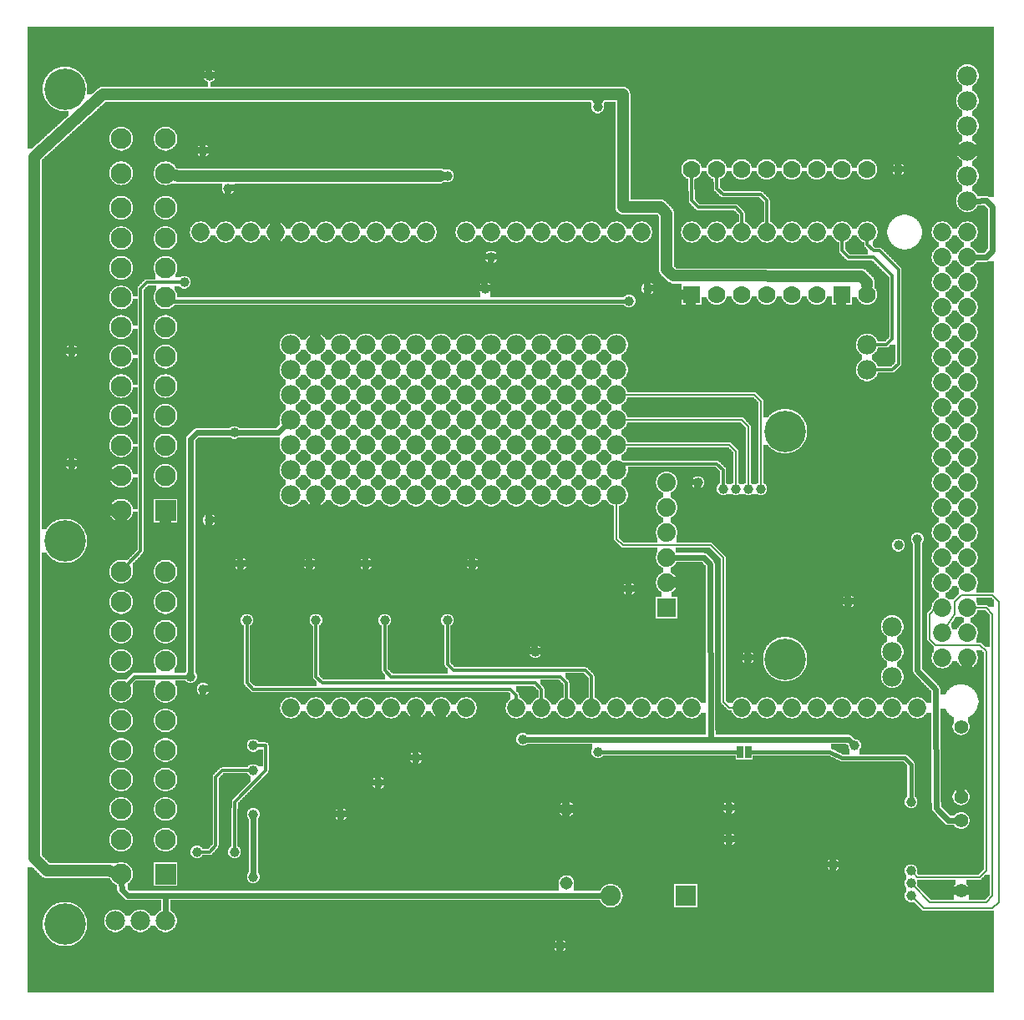
<source format=gbl>
G04 MADE WITH FRITZING*
G04 WWW.FRITZING.ORG*
G04 DOUBLE SIDED*
G04 HOLES PLATED*
G04 CONTOUR ON CENTER OF CONTOUR VECTOR*
%ASAXBY*%
%FSLAX23Y23*%
%MOIN*%
%OFA0B0*%
%SFA1.0B1.0*%
%ADD10C,0.075000*%
%ADD11C,0.039370*%
%ADD12C,0.072917*%
%ADD13C,0.078000*%
%ADD14C,0.055433*%
%ADD15C,0.074000*%
%ADD16C,0.165354*%
%ADD17C,0.082672*%
%ADD18C,0.070000*%
%ADD19C,0.082000*%
%ADD20C,0.051496*%
%ADD21R,0.025000X0.050000*%
%ADD22R,0.074000X0.074000*%
%ADD23R,0.070000X0.070000*%
%ADD24R,0.082000X0.082000*%
%ADD25C,0.016000*%
%ADD26C,0.024000*%
%ADD27C,0.012000*%
%ADD28C,0.008000*%
%ADD29C,0.048000*%
%ADD30R,0.001000X0.001000*%
%LNCOPPER0*%
G90*
G70*
G54D10*
X123Y3818D03*
G54D11*
X1866Y2853D03*
X2841Y778D03*
X2841Y653D03*
X3256Y552D03*
X1891Y2978D03*
X841Y3253D03*
X941Y503D03*
X741Y3403D03*
X766Y3703D03*
X216Y2603D03*
X216Y2153D03*
X1816Y1753D03*
X2066Y1403D03*
X2166Y228D03*
X741Y1253D03*
X766Y1928D03*
X2816Y2053D03*
X2866Y2053D03*
X2916Y2053D03*
X2966Y2053D03*
G54D12*
X2991Y1178D03*
X1391Y1178D03*
X3091Y1178D03*
X3191Y1178D03*
X3291Y1178D03*
X3391Y1178D03*
X3691Y2578D03*
X3491Y1178D03*
X3591Y1178D03*
X1431Y3078D03*
X1991Y1178D03*
X2091Y1178D03*
X2191Y1178D03*
X2291Y1178D03*
X3691Y1778D03*
X2391Y1178D03*
X2491Y1178D03*
X2591Y1178D03*
X2691Y1178D03*
X2191Y3078D03*
X3691Y2978D03*
X3691Y2178D03*
X3691Y1378D03*
X1031Y3078D03*
X1791Y1178D03*
X1791Y3078D03*
X3691Y2778D03*
X3691Y2378D03*
X3691Y1978D03*
X3391Y3078D03*
X3691Y1578D03*
X3291Y3078D03*
X3191Y3078D03*
X3091Y3078D03*
X2991Y3078D03*
X2891Y3078D03*
X2791Y3078D03*
X2691Y3078D03*
X831Y3078D03*
X1231Y3078D03*
X1631Y3078D03*
X1191Y1178D03*
X1591Y1178D03*
X2391Y3078D03*
X1991Y3078D03*
X3691Y3078D03*
X3691Y2878D03*
X3691Y2678D03*
X3691Y2478D03*
X3691Y2278D03*
X3691Y2078D03*
X3691Y1878D03*
X3691Y1678D03*
X3691Y1478D03*
X731Y3078D03*
X931Y3078D03*
X1131Y3078D03*
X1331Y3078D03*
X1531Y3078D03*
X1091Y1178D03*
X1291Y1178D03*
X1491Y1178D03*
X1691Y1178D03*
X2491Y3078D03*
X2291Y3078D03*
X2091Y3078D03*
X1891Y3078D03*
X3791Y3078D03*
X3791Y2978D03*
X3791Y2878D03*
X3791Y2778D03*
X3791Y2678D03*
X3791Y2578D03*
X3791Y2478D03*
X3791Y2378D03*
X3791Y2278D03*
X3791Y2178D03*
X3791Y2078D03*
X3791Y1978D03*
X3791Y1878D03*
X3791Y1778D03*
X3791Y1678D03*
X3791Y1578D03*
X3791Y1478D03*
X3791Y1378D03*
X2891Y1178D03*
G54D11*
X3566Y803D03*
X2316Y1003D03*
G54D13*
X1291Y2428D03*
X2091Y2028D03*
X2091Y2428D03*
X1991Y2528D03*
X1891Y2528D03*
X1991Y2028D03*
X1891Y2028D03*
X1991Y2428D03*
X2091Y2528D03*
X2191Y2028D03*
X2391Y2528D03*
X2391Y2028D03*
X2191Y2428D03*
X2391Y2428D03*
X2291Y2528D03*
X1891Y2428D03*
X2291Y2028D03*
X2191Y2528D03*
X2291Y2428D03*
X1491Y2028D03*
X1491Y2428D03*
X1491Y2528D03*
X1391Y2528D03*
X1391Y2028D03*
X1291Y2528D03*
X1391Y2428D03*
X1291Y2028D03*
X1791Y2528D03*
X1691Y2028D03*
X1691Y2528D03*
X1791Y2028D03*
X1791Y2428D03*
X1591Y2428D03*
X1691Y2428D03*
X1591Y2528D03*
X1591Y2028D03*
X591Y328D03*
X491Y328D03*
X391Y328D03*
X1291Y2128D03*
X2091Y2128D03*
X2191Y2128D03*
X2391Y2128D03*
X1891Y2128D03*
X2291Y2128D03*
X1991Y2128D03*
X1491Y2128D03*
X1391Y2128D03*
X1591Y2128D03*
X1791Y2128D03*
X1691Y2128D03*
X1291Y2228D03*
X1991Y2228D03*
X1891Y2228D03*
X2091Y2228D03*
X2291Y2228D03*
X2191Y2228D03*
X2391Y2228D03*
X1391Y2228D03*
X1491Y2228D03*
X1791Y2228D03*
X1591Y2228D03*
X1691Y2228D03*
X1291Y2328D03*
X2091Y2328D03*
X2191Y2328D03*
X2291Y2328D03*
X2391Y2328D03*
X1991Y2328D03*
X1891Y2328D03*
X1391Y2328D03*
X1591Y2328D03*
X1491Y2328D03*
X1691Y2328D03*
X1791Y2328D03*
G54D11*
X3566Y478D03*
X3566Y428D03*
X3566Y528D03*
X2716Y2078D03*
X2441Y2803D03*
X1716Y3303D03*
X2316Y3578D03*
X3591Y1853D03*
X2441Y1653D03*
X666Y2878D03*
X1591Y978D03*
X1441Y878D03*
X1291Y753D03*
G54D14*
X3766Y1103D03*
X3766Y823D03*
G54D11*
X2016Y1053D03*
X3341Y1028D03*
G54D14*
X3766Y728D03*
X3766Y448D03*
G54D15*
X2591Y1578D03*
X2591Y1678D03*
X2591Y1778D03*
X2591Y1878D03*
X2591Y1978D03*
X2591Y2078D03*
G54D16*
X3064Y1373D03*
X3064Y2283D03*
G54D15*
X2591Y1578D03*
X2591Y1678D03*
X2591Y1778D03*
X2591Y1878D03*
X2591Y1978D03*
X2591Y2078D03*
G54D16*
X3064Y1373D03*
X3064Y2283D03*
G54D11*
X941Y1028D03*
X941Y928D03*
X866Y603D03*
X716Y603D03*
X941Y753D03*
G54D17*
X414Y514D03*
X414Y652D03*
X591Y652D03*
X414Y774D03*
X591Y774D03*
X414Y892D03*
X591Y892D03*
X414Y1010D03*
X591Y1010D03*
X414Y1128D03*
X591Y1128D03*
X414Y1246D03*
X591Y1246D03*
X414Y1364D03*
X591Y1364D03*
X414Y1482D03*
X591Y1482D03*
X414Y1601D03*
X591Y1601D03*
X414Y1722D03*
X591Y1722D03*
X414Y1966D03*
X414Y2105D03*
X591Y2105D03*
X414Y2226D03*
X591Y2226D03*
X414Y2345D03*
X591Y2345D03*
X414Y2463D03*
X591Y2463D03*
X414Y2581D03*
X591Y2581D03*
X414Y2699D03*
X591Y2699D03*
X414Y2817D03*
X591Y2817D03*
X414Y2936D03*
X591Y2936D03*
X414Y3054D03*
X591Y3054D03*
X414Y3176D03*
X591Y3176D03*
X414Y3313D03*
X591Y3313D03*
X414Y3451D03*
X591Y3451D03*
X591Y514D03*
X591Y1966D03*
G54D16*
X190Y315D03*
X190Y3650D03*
X190Y1845D03*
G54D17*
X414Y514D03*
X414Y652D03*
X591Y652D03*
X414Y774D03*
X591Y774D03*
X414Y892D03*
X591Y892D03*
X414Y1010D03*
X591Y1010D03*
X414Y1128D03*
X591Y1128D03*
X414Y1246D03*
X591Y1246D03*
X414Y1364D03*
X591Y1364D03*
X414Y1482D03*
X591Y1482D03*
X414Y1601D03*
X591Y1601D03*
X414Y1722D03*
X591Y1722D03*
X414Y1966D03*
X414Y2105D03*
X591Y2105D03*
X414Y2226D03*
X591Y2226D03*
X414Y2345D03*
X591Y2345D03*
X414Y2463D03*
X591Y2463D03*
X414Y2581D03*
X591Y2581D03*
X414Y2699D03*
X591Y2699D03*
X414Y2817D03*
X591Y2817D03*
X414Y2936D03*
X591Y2936D03*
X414Y3054D03*
X591Y3054D03*
X414Y3176D03*
X591Y3176D03*
X414Y3313D03*
X591Y3313D03*
X414Y3451D03*
X591Y3451D03*
X591Y514D03*
X591Y1966D03*
G54D16*
X190Y315D03*
X190Y3650D03*
X190Y1845D03*
G54D11*
X3316Y1603D03*
X2916Y1378D03*
X2516Y2853D03*
G54D18*
X3391Y3329D03*
X3391Y2829D03*
X3291Y3329D03*
X3291Y2829D03*
X3191Y3329D03*
X3191Y2829D03*
X3091Y3329D03*
X3091Y2829D03*
X2991Y3329D03*
X2991Y2829D03*
X2891Y3329D03*
X2891Y2829D03*
X2791Y3329D03*
X2791Y2829D03*
X2691Y3329D03*
X2691Y2829D03*
G54D11*
X3516Y1828D03*
G54D19*
X2666Y428D03*
X2368Y428D03*
G54D20*
X2191Y478D03*
X2191Y773D03*
G54D11*
X916Y1528D03*
X1191Y1528D03*
X1466Y1528D03*
X1716Y1528D03*
X691Y1303D03*
X866Y2278D03*
X1391Y1753D03*
X1166Y1753D03*
X891Y1753D03*
G54D13*
X3791Y3203D03*
X3791Y3303D03*
X3791Y3403D03*
X3791Y3503D03*
X3791Y3603D03*
X3791Y3703D03*
X3391Y2628D03*
X3391Y2528D03*
X3491Y1503D03*
X3491Y1403D03*
X3491Y1303D03*
X1091Y2628D03*
X1091Y2528D03*
X1091Y2428D03*
X1091Y2328D03*
X1091Y2228D03*
X1091Y2128D03*
X1091Y2028D03*
X1191Y2628D03*
X1191Y2528D03*
X1191Y2428D03*
X1191Y2328D03*
X1191Y2228D03*
X1191Y2128D03*
X1191Y2028D03*
X1991Y2628D03*
X1891Y2628D03*
X2091Y2628D03*
X2391Y2628D03*
X2291Y2628D03*
X2191Y2628D03*
X1491Y2628D03*
X1391Y2628D03*
X1291Y2628D03*
X1791Y2628D03*
X1691Y2628D03*
X1591Y2628D03*
G54D11*
X3516Y3328D03*
G54D21*
X2916Y1003D03*
X2884Y1003D03*
G54D22*
X2591Y1578D03*
X2591Y1578D03*
G54D23*
X2691Y2829D03*
X3291Y2829D03*
G54D24*
X2667Y428D03*
G54D25*
X3242Y1003D02*
X2923Y1003D01*
D02*
X2330Y1003D02*
X2877Y1003D01*
G54D26*
D02*
X941Y734D02*
X941Y522D01*
D02*
X591Y358D02*
X591Y428D01*
G54D25*
D02*
X466Y1303D02*
X433Y1267D01*
D02*
X678Y1303D02*
X466Y1303D01*
G54D27*
D02*
X3467Y2628D02*
X3491Y2652D01*
D02*
X3491Y2652D02*
X3491Y2904D01*
D02*
X3491Y2904D02*
X3416Y2977D01*
D02*
X3416Y2977D02*
X3316Y2977D01*
D02*
X3316Y2977D02*
X3291Y3004D01*
D02*
X3291Y3004D02*
X3291Y3053D01*
D02*
X3416Y2628D02*
X3467Y2628D01*
D02*
X3442Y3004D02*
X3416Y3004D01*
D02*
X3491Y2528D02*
X3516Y2552D01*
D02*
X3516Y2552D02*
X3516Y2928D01*
D02*
X3416Y3004D02*
X3391Y3028D01*
D02*
X3516Y2928D02*
X3442Y3004D01*
D02*
X3391Y3028D02*
X3391Y3053D01*
D02*
X3416Y2528D02*
X3491Y2528D01*
D02*
X2416Y2153D02*
X2409Y2145D01*
D02*
X2791Y2153D02*
X2416Y2153D01*
D02*
X2816Y2128D02*
X2791Y2153D01*
D02*
X2816Y2066D02*
X2816Y2128D01*
G54D28*
D02*
X2841Y2228D02*
X2867Y2202D01*
D02*
X2867Y2202D02*
X2866Y2066D01*
D02*
X2416Y2228D02*
X2841Y2228D01*
D02*
X2891Y2328D02*
X2916Y2302D01*
D02*
X2916Y2302D02*
X2916Y2066D01*
D02*
X2416Y2328D02*
X2891Y2328D01*
D02*
X2941Y2428D02*
X2416Y2428D01*
D02*
X2967Y2402D02*
X2941Y2428D01*
D02*
X2966Y2066D02*
X2967Y2402D01*
G54D25*
D02*
X3566Y953D02*
X3541Y978D01*
D02*
X3291Y978D02*
X3242Y1003D01*
D02*
X3541Y978D02*
X3291Y978D01*
D02*
X3566Y816D02*
X3566Y953D01*
G54D28*
D02*
X3866Y403D02*
X3891Y428D01*
D02*
X3641Y403D02*
X3866Y403D01*
D02*
X3891Y1553D02*
X3866Y1578D01*
D02*
X3891Y428D02*
X3891Y1553D01*
D02*
X3866Y1578D02*
X3816Y1578D01*
D02*
X3576Y469D02*
X3641Y403D01*
D02*
X3766Y1628D02*
X3741Y1603D01*
D02*
X3891Y1628D02*
X3766Y1628D01*
D02*
X3891Y378D02*
X3916Y403D01*
D02*
X3616Y378D02*
X3891Y378D01*
D02*
X3916Y1603D02*
X3891Y1628D01*
D02*
X3916Y403D02*
X3916Y1603D01*
D02*
X3741Y1603D02*
X3741Y1553D01*
D02*
X3741Y1553D02*
X3705Y1499D01*
D02*
X3576Y419D02*
X3616Y378D01*
D02*
X3665Y1428D02*
X3641Y1452D01*
D02*
X3641Y1552D02*
X3665Y1578D01*
D02*
X3591Y503D02*
X3841Y503D01*
D02*
X3841Y503D02*
X3866Y528D01*
D02*
X3866Y1404D02*
X3841Y1428D01*
D02*
X3866Y528D02*
X3866Y1404D01*
D02*
X3841Y1428D02*
X3665Y1428D01*
D02*
X3641Y1452D02*
X3641Y1552D01*
D02*
X3665Y1578D02*
X3667Y1578D01*
D02*
X3576Y519D02*
X3591Y503D01*
G54D29*
D02*
X2316Y3628D02*
X341Y3628D01*
D02*
X341Y3628D02*
X66Y3378D01*
D02*
X366Y528D02*
X372Y526D01*
D02*
X116Y528D02*
X366Y528D01*
D02*
X66Y578D02*
X116Y528D01*
D02*
X66Y3378D02*
X66Y578D01*
D02*
X2316Y3608D02*
X2316Y3628D01*
G54D26*
D02*
X2765Y1752D02*
X2741Y1778D01*
D02*
X2741Y1778D02*
X2622Y1778D01*
D02*
X2767Y1052D02*
X2765Y1752D01*
G54D29*
D02*
X641Y3302D02*
X634Y3304D01*
D02*
X1686Y3303D02*
X641Y3302D01*
G54D25*
D02*
X617Y2802D02*
X615Y2804D01*
D02*
X2428Y2803D02*
X617Y2802D01*
G54D29*
D02*
X2617Y2904D02*
X2591Y2928D01*
D02*
X3367Y2902D02*
X2617Y2904D01*
D02*
X2591Y2928D02*
X2591Y3152D01*
D02*
X2567Y3178D02*
X2416Y3179D01*
D02*
X2591Y3152D02*
X2567Y3178D01*
D02*
X2416Y3179D02*
X2416Y3628D01*
D02*
X2416Y3628D02*
X2316Y3628D01*
D02*
X3391Y2878D02*
X3367Y2902D01*
D02*
X3391Y2866D02*
X3391Y2878D01*
G54D26*
D02*
X3667Y778D02*
X3715Y728D01*
D02*
X3665Y1252D02*
X3667Y778D01*
D02*
X3715Y728D02*
X3737Y728D01*
D02*
X3591Y1328D02*
X3665Y1252D01*
D02*
X3591Y1834D02*
X3591Y1328D01*
D02*
X1040Y2277D02*
X1070Y2307D01*
D02*
X885Y2278D02*
X1040Y2277D01*
G54D27*
D02*
X442Y1752D02*
X491Y1804D01*
D02*
X491Y1804D02*
X491Y2852D01*
D02*
X491Y2852D02*
X516Y2877D01*
D02*
X516Y2877D02*
X653Y2878D01*
D02*
X433Y1742D02*
X442Y1752D01*
G54D26*
D02*
X2767Y1052D02*
X2035Y1053D01*
D02*
X3316Y1052D02*
X2767Y1052D01*
D02*
X3327Y1041D02*
X3316Y1052D01*
G54D27*
D02*
X767Y602D02*
X730Y603D01*
D02*
X791Y628D02*
X767Y602D01*
D02*
X791Y902D02*
X791Y628D01*
D02*
X817Y928D02*
X791Y902D01*
D02*
X928Y928D02*
X817Y928D01*
D02*
X991Y928D02*
X867Y802D01*
D02*
X867Y802D02*
X866Y616D01*
D02*
X991Y1028D02*
X991Y928D01*
D02*
X955Y1028D02*
X991Y1028D01*
G54D26*
D02*
X591Y428D02*
X2336Y428D01*
D02*
X441Y428D02*
X591Y428D01*
D02*
X416Y453D02*
X441Y428D01*
D02*
X415Y481D02*
X416Y453D01*
G54D27*
D02*
X916Y1277D02*
X916Y1515D01*
D02*
X942Y1253D02*
X916Y1277D01*
D02*
X1967Y1253D02*
X942Y1253D01*
D02*
X1991Y1228D02*
X1967Y1253D01*
D02*
X1991Y1203D02*
X1991Y1228D01*
D02*
X1191Y1303D02*
X1191Y1515D01*
D02*
X1216Y1279D02*
X1191Y1303D01*
D02*
X2067Y1277D02*
X1216Y1279D01*
D02*
X2091Y1253D02*
X2067Y1277D01*
D02*
X2091Y1203D02*
X2091Y1253D01*
D02*
X1491Y1303D02*
X2167Y1303D01*
D02*
X1467Y1328D02*
X1491Y1303D01*
D02*
X2167Y1303D02*
X2191Y1277D01*
D02*
X2191Y1277D02*
X2191Y1203D01*
D02*
X1466Y1515D02*
X1467Y1328D01*
D02*
X1716Y1352D02*
X1742Y1328D01*
D02*
X1742Y1328D02*
X2267Y1328D01*
D02*
X2267Y1328D02*
X2291Y1304D01*
D02*
X2291Y1304D02*
X2291Y1203D01*
D02*
X1716Y1515D02*
X1716Y1352D01*
G54D26*
D02*
X691Y2252D02*
X716Y2277D01*
D02*
X716Y2277D02*
X847Y2278D01*
D02*
X691Y1322D02*
X691Y2252D01*
G54D28*
D02*
X2816Y1203D02*
X2841Y1178D01*
D02*
X2841Y1178D02*
X2867Y1178D01*
D02*
X2816Y1778D02*
X2816Y1203D01*
D02*
X2391Y1853D02*
X2416Y1828D01*
D02*
X2766Y1828D02*
X2816Y1778D01*
D02*
X2416Y1828D02*
X2766Y1828D01*
D02*
X2391Y2003D02*
X2391Y1853D01*
G54D27*
D02*
X2716Y3177D02*
X2691Y3204D01*
D02*
X2691Y3204D02*
X2691Y3308D01*
D02*
X2867Y3177D02*
X2716Y3177D01*
D02*
X2891Y3152D02*
X2867Y3177D01*
D02*
X2891Y3103D02*
X2891Y3152D01*
D02*
X2991Y3103D02*
X2991Y3204D01*
D02*
X2991Y3204D02*
X2967Y3228D01*
D02*
X2967Y3228D02*
X2816Y3228D01*
D02*
X2816Y3228D02*
X2791Y3252D01*
D02*
X2791Y3252D02*
X2791Y3308D01*
G54D26*
D02*
X3867Y3204D02*
X3821Y3203D01*
D02*
X3891Y3177D02*
X3867Y3204D01*
D02*
X3891Y3004D02*
X3891Y3177D01*
D02*
X3867Y2977D02*
X3891Y3004D01*
D02*
X3821Y2978D02*
X3867Y2977D01*
G36*
X2730Y3323D02*
X2730Y3315D01*
X2728Y3315D01*
X2728Y3311D01*
X2726Y3311D01*
X2726Y3307D01*
X2724Y3307D01*
X2724Y3303D01*
X2722Y3303D01*
X2722Y3301D01*
X2720Y3301D01*
X2720Y3299D01*
X2718Y3299D01*
X2718Y3297D01*
X2716Y3297D01*
X2716Y3295D01*
X2712Y3295D01*
X2712Y3293D01*
X2708Y3293D01*
X2708Y3291D01*
X2704Y3291D01*
X2704Y3289D01*
X2702Y3289D01*
X2702Y3247D01*
X2704Y3247D01*
X2704Y3207D01*
X2706Y3207D01*
X2706Y3205D01*
X2708Y3205D01*
X2708Y3201D01*
X2710Y3201D01*
X2710Y3199D01*
X2712Y3199D01*
X2712Y3197D01*
X2714Y3197D01*
X2714Y3195D01*
X2716Y3195D01*
X2716Y3193D01*
X2718Y3193D01*
X2718Y3191D01*
X2720Y3191D01*
X2720Y3189D01*
X2872Y3189D01*
X2872Y3187D01*
X2874Y3187D01*
X2874Y3185D01*
X2876Y3185D01*
X2876Y3183D01*
X2878Y3183D01*
X2878Y3181D01*
X2880Y3181D01*
X2880Y3179D01*
X2882Y3179D01*
X2882Y3177D01*
X2884Y3177D01*
X2884Y3175D01*
X2886Y3175D01*
X2886Y3173D01*
X2888Y3173D01*
X2888Y3171D01*
X2890Y3171D01*
X2890Y3169D01*
X2892Y3169D01*
X2892Y3167D01*
X2894Y3167D01*
X2894Y3165D01*
X2896Y3165D01*
X2896Y3163D01*
X2898Y3163D01*
X2898Y3161D01*
X2900Y3161D01*
X2900Y3159D01*
X2902Y3159D01*
X2902Y3155D01*
X2904Y3155D01*
X2904Y3117D01*
X2910Y3117D01*
X2910Y3115D01*
X2914Y3115D01*
X2914Y3113D01*
X2916Y3113D01*
X2916Y3111D01*
X2918Y3111D01*
X2918Y3109D01*
X2922Y3109D01*
X2922Y3105D01*
X2924Y3105D01*
X2924Y3103D01*
X2926Y3103D01*
X2926Y3101D01*
X2928Y3101D01*
X2928Y3097D01*
X2930Y3097D01*
X2930Y3093D01*
X2932Y3093D01*
X2932Y3091D01*
X2952Y3091D01*
X2952Y3097D01*
X2954Y3097D01*
X2954Y3099D01*
X2956Y3099D01*
X2956Y3103D01*
X2958Y3103D01*
X2958Y3105D01*
X2960Y3105D01*
X2960Y3107D01*
X2962Y3107D01*
X2962Y3109D01*
X2964Y3109D01*
X2964Y3111D01*
X2966Y3111D01*
X2966Y3113D01*
X2968Y3113D01*
X2968Y3115D01*
X2972Y3115D01*
X2972Y3117D01*
X2978Y3117D01*
X2978Y3119D01*
X2980Y3119D01*
X2980Y3199D01*
X2978Y3199D01*
X2978Y3201D01*
X2976Y3201D01*
X2976Y3203D01*
X2974Y3203D01*
X2974Y3205D01*
X2972Y3205D01*
X2972Y3207D01*
X2970Y3207D01*
X2970Y3209D01*
X2968Y3209D01*
X2968Y3211D01*
X2966Y3211D01*
X2966Y3213D01*
X2964Y3213D01*
X2964Y3215D01*
X2962Y3215D01*
X2962Y3217D01*
X2810Y3217D01*
X2810Y3219D01*
X2806Y3219D01*
X2806Y3221D01*
X2804Y3221D01*
X2804Y3223D01*
X2802Y3223D01*
X2802Y3225D01*
X2800Y3225D01*
X2800Y3227D01*
X2798Y3227D01*
X2798Y3229D01*
X2796Y3229D01*
X2796Y3231D01*
X2794Y3231D01*
X2794Y3233D01*
X2792Y3233D01*
X2792Y3235D01*
X2790Y3235D01*
X2790Y3237D01*
X2788Y3237D01*
X2788Y3239D01*
X2786Y3239D01*
X2786Y3241D01*
X2784Y3241D01*
X2784Y3243D01*
X2782Y3243D01*
X2782Y3247D01*
X2780Y3247D01*
X2780Y3277D01*
X2778Y3277D01*
X2778Y3291D01*
X2772Y3291D01*
X2772Y3293D01*
X2768Y3293D01*
X2768Y3295D01*
X2766Y3295D01*
X2766Y3297D01*
X2764Y3297D01*
X2764Y3299D01*
X2762Y3299D01*
X2762Y3301D01*
X2760Y3301D01*
X2760Y3303D01*
X2758Y3303D01*
X2758Y3305D01*
X2756Y3305D01*
X2756Y3309D01*
X2754Y3309D01*
X2754Y3313D01*
X2752Y3313D01*
X2752Y3319D01*
X2750Y3319D01*
X2750Y3323D01*
X2730Y3323D01*
G37*
D02*
G36*
X3332Y3065D02*
X3332Y3063D01*
X3330Y3063D01*
X3330Y3059D01*
X3328Y3059D01*
X3328Y3055D01*
X3326Y3055D01*
X3326Y3053D01*
X3324Y3053D01*
X3324Y3051D01*
X3322Y3051D01*
X3322Y3047D01*
X3318Y3047D01*
X3318Y3045D01*
X3316Y3045D01*
X3316Y3043D01*
X3314Y3043D01*
X3314Y3041D01*
X3310Y3041D01*
X3310Y3039D01*
X3304Y3039D01*
X3304Y3007D01*
X3306Y3007D01*
X3306Y3005D01*
X3308Y3005D01*
X3308Y3001D01*
X3310Y3001D01*
X3310Y2999D01*
X3312Y2999D01*
X3312Y2997D01*
X3314Y2997D01*
X3314Y2995D01*
X3316Y2995D01*
X3316Y2993D01*
X3318Y2993D01*
X3318Y2991D01*
X3320Y2991D01*
X3320Y2989D01*
X3394Y2989D01*
X3394Y3009D01*
X3392Y3009D01*
X3392Y3011D01*
X3390Y3011D01*
X3390Y3013D01*
X3388Y3013D01*
X3388Y3015D01*
X3386Y3015D01*
X3386Y3017D01*
X3384Y3017D01*
X3384Y3019D01*
X3382Y3019D01*
X3382Y3023D01*
X3380Y3023D01*
X3380Y3037D01*
X3378Y3037D01*
X3378Y3039D01*
X3372Y3039D01*
X3372Y3041D01*
X3370Y3041D01*
X3370Y3043D01*
X3366Y3043D01*
X3366Y3045D01*
X3364Y3045D01*
X3364Y3047D01*
X3362Y3047D01*
X3362Y3049D01*
X3360Y3049D01*
X3360Y3051D01*
X3358Y3051D01*
X3358Y3053D01*
X3356Y3053D01*
X3356Y3057D01*
X3354Y3057D01*
X3354Y3059D01*
X3352Y3059D01*
X3352Y3065D01*
X3332Y3065D01*
G37*
D02*
G36*
X3732Y3065D02*
X3732Y3063D01*
X3730Y3063D01*
X3730Y3059D01*
X3728Y3059D01*
X3728Y3055D01*
X3726Y3055D01*
X3726Y3053D01*
X3724Y3053D01*
X3724Y3051D01*
X3722Y3051D01*
X3722Y3047D01*
X3718Y3047D01*
X3718Y3045D01*
X3716Y3045D01*
X3716Y3043D01*
X3714Y3043D01*
X3714Y3041D01*
X3710Y3041D01*
X3710Y3039D01*
X3704Y3039D01*
X3704Y3017D01*
X3710Y3017D01*
X3710Y3015D01*
X3714Y3015D01*
X3714Y3013D01*
X3716Y3013D01*
X3716Y3011D01*
X3718Y3011D01*
X3718Y3009D01*
X3722Y3009D01*
X3722Y3005D01*
X3724Y3005D01*
X3724Y3003D01*
X3726Y3003D01*
X3726Y3001D01*
X3728Y3001D01*
X3728Y2997D01*
X3730Y2997D01*
X3730Y2993D01*
X3732Y2993D01*
X3732Y2991D01*
X3752Y2991D01*
X3752Y2997D01*
X3754Y2997D01*
X3754Y2999D01*
X3756Y2999D01*
X3756Y3003D01*
X3758Y3003D01*
X3758Y3005D01*
X3760Y3005D01*
X3760Y3007D01*
X3762Y3007D01*
X3762Y3009D01*
X3764Y3009D01*
X3764Y3011D01*
X3766Y3011D01*
X3766Y3013D01*
X3768Y3013D01*
X3768Y3015D01*
X3772Y3015D01*
X3772Y3017D01*
X3778Y3017D01*
X3778Y3039D01*
X3772Y3039D01*
X3772Y3041D01*
X3770Y3041D01*
X3770Y3043D01*
X3766Y3043D01*
X3766Y3045D01*
X3764Y3045D01*
X3764Y3047D01*
X3762Y3047D01*
X3762Y3049D01*
X3760Y3049D01*
X3760Y3051D01*
X3758Y3051D01*
X3758Y3053D01*
X3756Y3053D01*
X3756Y3057D01*
X3754Y3057D01*
X3754Y3059D01*
X3752Y3059D01*
X3752Y3065D01*
X3732Y3065D01*
G37*
D02*
G36*
X3732Y2965D02*
X3732Y2963D01*
X3730Y2963D01*
X3730Y2959D01*
X3728Y2959D01*
X3728Y2955D01*
X3726Y2955D01*
X3726Y2953D01*
X3724Y2953D01*
X3724Y2951D01*
X3722Y2951D01*
X3722Y2947D01*
X3718Y2947D01*
X3718Y2945D01*
X3716Y2945D01*
X3716Y2943D01*
X3714Y2943D01*
X3714Y2941D01*
X3710Y2941D01*
X3710Y2939D01*
X3704Y2939D01*
X3704Y2917D01*
X3710Y2917D01*
X3710Y2915D01*
X3714Y2915D01*
X3714Y2913D01*
X3716Y2913D01*
X3716Y2911D01*
X3718Y2911D01*
X3718Y2909D01*
X3722Y2909D01*
X3722Y2905D01*
X3724Y2905D01*
X3724Y2903D01*
X3726Y2903D01*
X3726Y2901D01*
X3728Y2901D01*
X3728Y2897D01*
X3730Y2897D01*
X3730Y2893D01*
X3732Y2893D01*
X3732Y2891D01*
X3752Y2891D01*
X3752Y2897D01*
X3754Y2897D01*
X3754Y2899D01*
X3756Y2899D01*
X3756Y2903D01*
X3758Y2903D01*
X3758Y2905D01*
X3760Y2905D01*
X3760Y2907D01*
X3762Y2907D01*
X3762Y2909D01*
X3764Y2909D01*
X3764Y2911D01*
X3766Y2911D01*
X3766Y2913D01*
X3768Y2913D01*
X3768Y2915D01*
X3772Y2915D01*
X3772Y2917D01*
X3778Y2917D01*
X3778Y2939D01*
X3772Y2939D01*
X3772Y2941D01*
X3770Y2941D01*
X3770Y2943D01*
X3766Y2943D01*
X3766Y2945D01*
X3764Y2945D01*
X3764Y2947D01*
X3762Y2947D01*
X3762Y2949D01*
X3760Y2949D01*
X3760Y2951D01*
X3758Y2951D01*
X3758Y2953D01*
X3756Y2953D01*
X3756Y2957D01*
X3754Y2957D01*
X3754Y2959D01*
X3752Y2959D01*
X3752Y2965D01*
X3732Y2965D01*
G37*
D02*
G36*
X3876Y2963D02*
X3876Y2961D01*
X3872Y2961D01*
X3872Y2959D01*
X3828Y2959D01*
X3828Y2955D01*
X3826Y2955D01*
X3826Y2953D01*
X3824Y2953D01*
X3824Y2951D01*
X3822Y2951D01*
X3822Y2947D01*
X3818Y2947D01*
X3818Y2945D01*
X3816Y2945D01*
X3816Y2943D01*
X3814Y2943D01*
X3814Y2941D01*
X3810Y2941D01*
X3810Y2939D01*
X3804Y2939D01*
X3804Y2917D01*
X3810Y2917D01*
X3810Y2915D01*
X3814Y2915D01*
X3814Y2913D01*
X3816Y2913D01*
X3816Y2911D01*
X3818Y2911D01*
X3818Y2909D01*
X3822Y2909D01*
X3822Y2905D01*
X3824Y2905D01*
X3824Y2903D01*
X3826Y2903D01*
X3826Y2901D01*
X3828Y2901D01*
X3828Y2897D01*
X3830Y2897D01*
X3830Y2893D01*
X3832Y2893D01*
X3832Y2885D01*
X3834Y2885D01*
X3834Y2871D01*
X3832Y2871D01*
X3832Y2863D01*
X3830Y2863D01*
X3830Y2859D01*
X3828Y2859D01*
X3828Y2855D01*
X3826Y2855D01*
X3826Y2853D01*
X3824Y2853D01*
X3824Y2851D01*
X3822Y2851D01*
X3822Y2847D01*
X3818Y2847D01*
X3818Y2845D01*
X3816Y2845D01*
X3816Y2843D01*
X3814Y2843D01*
X3814Y2841D01*
X3810Y2841D01*
X3810Y2839D01*
X3804Y2839D01*
X3804Y2817D01*
X3810Y2817D01*
X3810Y2815D01*
X3814Y2815D01*
X3814Y2813D01*
X3816Y2813D01*
X3816Y2811D01*
X3818Y2811D01*
X3818Y2809D01*
X3822Y2809D01*
X3822Y2805D01*
X3824Y2805D01*
X3824Y2803D01*
X3826Y2803D01*
X3826Y2801D01*
X3828Y2801D01*
X3828Y2797D01*
X3830Y2797D01*
X3830Y2793D01*
X3832Y2793D01*
X3832Y2785D01*
X3834Y2785D01*
X3834Y2771D01*
X3832Y2771D01*
X3832Y2763D01*
X3830Y2763D01*
X3830Y2759D01*
X3828Y2759D01*
X3828Y2755D01*
X3826Y2755D01*
X3826Y2753D01*
X3824Y2753D01*
X3824Y2751D01*
X3822Y2751D01*
X3822Y2747D01*
X3818Y2747D01*
X3818Y2745D01*
X3816Y2745D01*
X3816Y2743D01*
X3814Y2743D01*
X3814Y2741D01*
X3810Y2741D01*
X3810Y2739D01*
X3804Y2739D01*
X3804Y2717D01*
X3810Y2717D01*
X3810Y2715D01*
X3814Y2715D01*
X3814Y2713D01*
X3816Y2713D01*
X3816Y2711D01*
X3818Y2711D01*
X3818Y2709D01*
X3822Y2709D01*
X3822Y2705D01*
X3824Y2705D01*
X3824Y2703D01*
X3826Y2703D01*
X3826Y2701D01*
X3828Y2701D01*
X3828Y2697D01*
X3830Y2697D01*
X3830Y2693D01*
X3832Y2693D01*
X3832Y2685D01*
X3834Y2685D01*
X3834Y2671D01*
X3832Y2671D01*
X3832Y2663D01*
X3830Y2663D01*
X3830Y2659D01*
X3828Y2659D01*
X3828Y2655D01*
X3826Y2655D01*
X3826Y2653D01*
X3824Y2653D01*
X3824Y2651D01*
X3822Y2651D01*
X3822Y2647D01*
X3818Y2647D01*
X3818Y2645D01*
X3816Y2645D01*
X3816Y2643D01*
X3814Y2643D01*
X3814Y2641D01*
X3810Y2641D01*
X3810Y2639D01*
X3804Y2639D01*
X3804Y2617D01*
X3810Y2617D01*
X3810Y2615D01*
X3814Y2615D01*
X3814Y2613D01*
X3816Y2613D01*
X3816Y2611D01*
X3818Y2611D01*
X3818Y2609D01*
X3822Y2609D01*
X3822Y2605D01*
X3824Y2605D01*
X3824Y2603D01*
X3826Y2603D01*
X3826Y2601D01*
X3828Y2601D01*
X3828Y2597D01*
X3830Y2597D01*
X3830Y2593D01*
X3832Y2593D01*
X3832Y2585D01*
X3834Y2585D01*
X3834Y2571D01*
X3832Y2571D01*
X3832Y2563D01*
X3830Y2563D01*
X3830Y2559D01*
X3828Y2559D01*
X3828Y2555D01*
X3826Y2555D01*
X3826Y2553D01*
X3824Y2553D01*
X3824Y2551D01*
X3822Y2551D01*
X3822Y2547D01*
X3818Y2547D01*
X3818Y2545D01*
X3816Y2545D01*
X3816Y2543D01*
X3814Y2543D01*
X3814Y2541D01*
X3810Y2541D01*
X3810Y2539D01*
X3804Y2539D01*
X3804Y2517D01*
X3810Y2517D01*
X3810Y2515D01*
X3814Y2515D01*
X3814Y2513D01*
X3816Y2513D01*
X3816Y2511D01*
X3818Y2511D01*
X3818Y2509D01*
X3822Y2509D01*
X3822Y2505D01*
X3824Y2505D01*
X3824Y2503D01*
X3826Y2503D01*
X3826Y2501D01*
X3828Y2501D01*
X3828Y2497D01*
X3830Y2497D01*
X3830Y2493D01*
X3832Y2493D01*
X3832Y2485D01*
X3834Y2485D01*
X3834Y2471D01*
X3832Y2471D01*
X3832Y2463D01*
X3830Y2463D01*
X3830Y2459D01*
X3828Y2459D01*
X3828Y2455D01*
X3826Y2455D01*
X3826Y2453D01*
X3824Y2453D01*
X3824Y2451D01*
X3822Y2451D01*
X3822Y2447D01*
X3818Y2447D01*
X3818Y2445D01*
X3816Y2445D01*
X3816Y2443D01*
X3814Y2443D01*
X3814Y2441D01*
X3810Y2441D01*
X3810Y2439D01*
X3804Y2439D01*
X3804Y2417D01*
X3810Y2417D01*
X3810Y2415D01*
X3814Y2415D01*
X3814Y2413D01*
X3816Y2413D01*
X3816Y2411D01*
X3818Y2411D01*
X3818Y2409D01*
X3822Y2409D01*
X3822Y2405D01*
X3824Y2405D01*
X3824Y2403D01*
X3826Y2403D01*
X3826Y2401D01*
X3828Y2401D01*
X3828Y2397D01*
X3830Y2397D01*
X3830Y2393D01*
X3832Y2393D01*
X3832Y2385D01*
X3834Y2385D01*
X3834Y2371D01*
X3832Y2371D01*
X3832Y2363D01*
X3830Y2363D01*
X3830Y2359D01*
X3828Y2359D01*
X3828Y2355D01*
X3826Y2355D01*
X3826Y2353D01*
X3824Y2353D01*
X3824Y2351D01*
X3822Y2351D01*
X3822Y2347D01*
X3818Y2347D01*
X3818Y2345D01*
X3816Y2345D01*
X3816Y2343D01*
X3814Y2343D01*
X3814Y2341D01*
X3810Y2341D01*
X3810Y2339D01*
X3804Y2339D01*
X3804Y2317D01*
X3810Y2317D01*
X3810Y2315D01*
X3814Y2315D01*
X3814Y2313D01*
X3816Y2313D01*
X3816Y2311D01*
X3818Y2311D01*
X3818Y2309D01*
X3822Y2309D01*
X3822Y2305D01*
X3824Y2305D01*
X3824Y2303D01*
X3826Y2303D01*
X3826Y2301D01*
X3828Y2301D01*
X3828Y2297D01*
X3830Y2297D01*
X3830Y2293D01*
X3832Y2293D01*
X3832Y2285D01*
X3834Y2285D01*
X3834Y2271D01*
X3832Y2271D01*
X3832Y2263D01*
X3830Y2263D01*
X3830Y2259D01*
X3828Y2259D01*
X3828Y2255D01*
X3826Y2255D01*
X3826Y2253D01*
X3824Y2253D01*
X3824Y2251D01*
X3822Y2251D01*
X3822Y2247D01*
X3818Y2247D01*
X3818Y2245D01*
X3816Y2245D01*
X3816Y2243D01*
X3814Y2243D01*
X3814Y2241D01*
X3810Y2241D01*
X3810Y2239D01*
X3804Y2239D01*
X3804Y2217D01*
X3810Y2217D01*
X3810Y2215D01*
X3814Y2215D01*
X3814Y2213D01*
X3816Y2213D01*
X3816Y2211D01*
X3818Y2211D01*
X3818Y2209D01*
X3822Y2209D01*
X3822Y2205D01*
X3824Y2205D01*
X3824Y2203D01*
X3826Y2203D01*
X3826Y2201D01*
X3828Y2201D01*
X3828Y2197D01*
X3830Y2197D01*
X3830Y2193D01*
X3832Y2193D01*
X3832Y2185D01*
X3834Y2185D01*
X3834Y2171D01*
X3832Y2171D01*
X3832Y2163D01*
X3830Y2163D01*
X3830Y2159D01*
X3828Y2159D01*
X3828Y2155D01*
X3826Y2155D01*
X3826Y2153D01*
X3824Y2153D01*
X3824Y2151D01*
X3822Y2151D01*
X3822Y2147D01*
X3818Y2147D01*
X3818Y2145D01*
X3816Y2145D01*
X3816Y2143D01*
X3814Y2143D01*
X3814Y2141D01*
X3810Y2141D01*
X3810Y2139D01*
X3804Y2139D01*
X3804Y2117D01*
X3810Y2117D01*
X3810Y2115D01*
X3814Y2115D01*
X3814Y2113D01*
X3816Y2113D01*
X3816Y2111D01*
X3818Y2111D01*
X3818Y2109D01*
X3822Y2109D01*
X3822Y2105D01*
X3824Y2105D01*
X3824Y2103D01*
X3826Y2103D01*
X3826Y2101D01*
X3828Y2101D01*
X3828Y2097D01*
X3830Y2097D01*
X3830Y2093D01*
X3832Y2093D01*
X3832Y2085D01*
X3834Y2085D01*
X3834Y2071D01*
X3832Y2071D01*
X3832Y2063D01*
X3830Y2063D01*
X3830Y2059D01*
X3828Y2059D01*
X3828Y2055D01*
X3826Y2055D01*
X3826Y2053D01*
X3824Y2053D01*
X3824Y2051D01*
X3822Y2051D01*
X3822Y2047D01*
X3818Y2047D01*
X3818Y2045D01*
X3816Y2045D01*
X3816Y2043D01*
X3814Y2043D01*
X3814Y2041D01*
X3810Y2041D01*
X3810Y2039D01*
X3804Y2039D01*
X3804Y2017D01*
X3810Y2017D01*
X3810Y2015D01*
X3814Y2015D01*
X3814Y2013D01*
X3816Y2013D01*
X3816Y2011D01*
X3818Y2011D01*
X3818Y2009D01*
X3822Y2009D01*
X3822Y2005D01*
X3824Y2005D01*
X3824Y2003D01*
X3826Y2003D01*
X3826Y2001D01*
X3828Y2001D01*
X3828Y1997D01*
X3830Y1997D01*
X3830Y1993D01*
X3832Y1993D01*
X3832Y1985D01*
X3834Y1985D01*
X3834Y1971D01*
X3832Y1971D01*
X3832Y1963D01*
X3830Y1963D01*
X3830Y1959D01*
X3828Y1959D01*
X3828Y1955D01*
X3826Y1955D01*
X3826Y1953D01*
X3824Y1953D01*
X3824Y1951D01*
X3822Y1951D01*
X3822Y1947D01*
X3818Y1947D01*
X3818Y1945D01*
X3816Y1945D01*
X3816Y1943D01*
X3814Y1943D01*
X3814Y1941D01*
X3810Y1941D01*
X3810Y1939D01*
X3804Y1939D01*
X3804Y1917D01*
X3810Y1917D01*
X3810Y1915D01*
X3814Y1915D01*
X3814Y1913D01*
X3816Y1913D01*
X3816Y1911D01*
X3818Y1911D01*
X3818Y1909D01*
X3822Y1909D01*
X3822Y1905D01*
X3824Y1905D01*
X3824Y1903D01*
X3826Y1903D01*
X3826Y1901D01*
X3828Y1901D01*
X3828Y1897D01*
X3830Y1897D01*
X3830Y1893D01*
X3832Y1893D01*
X3832Y1885D01*
X3834Y1885D01*
X3834Y1871D01*
X3832Y1871D01*
X3832Y1863D01*
X3830Y1863D01*
X3830Y1859D01*
X3828Y1859D01*
X3828Y1855D01*
X3826Y1855D01*
X3826Y1853D01*
X3824Y1853D01*
X3824Y1851D01*
X3822Y1851D01*
X3822Y1847D01*
X3818Y1847D01*
X3818Y1845D01*
X3816Y1845D01*
X3816Y1843D01*
X3814Y1843D01*
X3814Y1841D01*
X3810Y1841D01*
X3810Y1839D01*
X3804Y1839D01*
X3804Y1817D01*
X3810Y1817D01*
X3810Y1815D01*
X3814Y1815D01*
X3814Y1813D01*
X3816Y1813D01*
X3816Y1811D01*
X3818Y1811D01*
X3818Y1809D01*
X3822Y1809D01*
X3822Y1805D01*
X3824Y1805D01*
X3824Y1803D01*
X3826Y1803D01*
X3826Y1801D01*
X3828Y1801D01*
X3828Y1797D01*
X3830Y1797D01*
X3830Y1793D01*
X3832Y1793D01*
X3832Y1785D01*
X3834Y1785D01*
X3834Y1771D01*
X3832Y1771D01*
X3832Y1763D01*
X3830Y1763D01*
X3830Y1759D01*
X3828Y1759D01*
X3828Y1755D01*
X3826Y1755D01*
X3826Y1753D01*
X3824Y1753D01*
X3824Y1751D01*
X3822Y1751D01*
X3822Y1747D01*
X3818Y1747D01*
X3818Y1745D01*
X3816Y1745D01*
X3816Y1743D01*
X3814Y1743D01*
X3814Y1741D01*
X3810Y1741D01*
X3810Y1739D01*
X3804Y1739D01*
X3804Y1717D01*
X3810Y1717D01*
X3810Y1715D01*
X3814Y1715D01*
X3814Y1713D01*
X3816Y1713D01*
X3816Y1711D01*
X3818Y1711D01*
X3818Y1709D01*
X3822Y1709D01*
X3822Y1705D01*
X3824Y1705D01*
X3824Y1703D01*
X3826Y1703D01*
X3826Y1701D01*
X3828Y1701D01*
X3828Y1697D01*
X3830Y1697D01*
X3830Y1693D01*
X3832Y1693D01*
X3832Y1685D01*
X3834Y1685D01*
X3834Y1671D01*
X3832Y1671D01*
X3832Y1663D01*
X3830Y1663D01*
X3830Y1659D01*
X3828Y1659D01*
X3828Y1639D01*
X3896Y1639D01*
X3896Y2963D01*
X3876Y2963D01*
G37*
D02*
G36*
X3732Y2865D02*
X3732Y2863D01*
X3730Y2863D01*
X3730Y2859D01*
X3728Y2859D01*
X3728Y2855D01*
X3726Y2855D01*
X3726Y2853D01*
X3724Y2853D01*
X3724Y2851D01*
X3722Y2851D01*
X3722Y2847D01*
X3718Y2847D01*
X3718Y2845D01*
X3716Y2845D01*
X3716Y2843D01*
X3714Y2843D01*
X3714Y2841D01*
X3710Y2841D01*
X3710Y2839D01*
X3704Y2839D01*
X3704Y2817D01*
X3710Y2817D01*
X3710Y2815D01*
X3714Y2815D01*
X3714Y2813D01*
X3716Y2813D01*
X3716Y2811D01*
X3718Y2811D01*
X3718Y2809D01*
X3722Y2809D01*
X3722Y2805D01*
X3724Y2805D01*
X3724Y2803D01*
X3726Y2803D01*
X3726Y2801D01*
X3728Y2801D01*
X3728Y2797D01*
X3730Y2797D01*
X3730Y2793D01*
X3732Y2793D01*
X3732Y2791D01*
X3752Y2791D01*
X3752Y2797D01*
X3754Y2797D01*
X3754Y2799D01*
X3756Y2799D01*
X3756Y2803D01*
X3758Y2803D01*
X3758Y2805D01*
X3760Y2805D01*
X3760Y2807D01*
X3762Y2807D01*
X3762Y2809D01*
X3764Y2809D01*
X3764Y2811D01*
X3766Y2811D01*
X3766Y2813D01*
X3768Y2813D01*
X3768Y2815D01*
X3772Y2815D01*
X3772Y2817D01*
X3778Y2817D01*
X3778Y2839D01*
X3772Y2839D01*
X3772Y2841D01*
X3770Y2841D01*
X3770Y2843D01*
X3766Y2843D01*
X3766Y2845D01*
X3764Y2845D01*
X3764Y2847D01*
X3762Y2847D01*
X3762Y2849D01*
X3760Y2849D01*
X3760Y2851D01*
X3758Y2851D01*
X3758Y2853D01*
X3756Y2853D01*
X3756Y2857D01*
X3754Y2857D01*
X3754Y2859D01*
X3752Y2859D01*
X3752Y2865D01*
X3732Y2865D01*
G37*
D02*
G36*
X3732Y2765D02*
X3732Y2763D01*
X3730Y2763D01*
X3730Y2759D01*
X3728Y2759D01*
X3728Y2755D01*
X3726Y2755D01*
X3726Y2753D01*
X3724Y2753D01*
X3724Y2751D01*
X3722Y2751D01*
X3722Y2747D01*
X3718Y2747D01*
X3718Y2745D01*
X3716Y2745D01*
X3716Y2743D01*
X3714Y2743D01*
X3714Y2741D01*
X3710Y2741D01*
X3710Y2739D01*
X3704Y2739D01*
X3704Y2717D01*
X3710Y2717D01*
X3710Y2715D01*
X3714Y2715D01*
X3714Y2713D01*
X3716Y2713D01*
X3716Y2711D01*
X3718Y2711D01*
X3718Y2709D01*
X3722Y2709D01*
X3722Y2705D01*
X3724Y2705D01*
X3724Y2703D01*
X3726Y2703D01*
X3726Y2701D01*
X3728Y2701D01*
X3728Y2697D01*
X3730Y2697D01*
X3730Y2693D01*
X3732Y2693D01*
X3732Y2691D01*
X3752Y2691D01*
X3752Y2697D01*
X3754Y2697D01*
X3754Y2699D01*
X3756Y2699D01*
X3756Y2703D01*
X3758Y2703D01*
X3758Y2705D01*
X3760Y2705D01*
X3760Y2707D01*
X3762Y2707D01*
X3762Y2709D01*
X3764Y2709D01*
X3764Y2711D01*
X3766Y2711D01*
X3766Y2713D01*
X3768Y2713D01*
X3768Y2715D01*
X3772Y2715D01*
X3772Y2717D01*
X3778Y2717D01*
X3778Y2739D01*
X3772Y2739D01*
X3772Y2741D01*
X3770Y2741D01*
X3770Y2743D01*
X3766Y2743D01*
X3766Y2745D01*
X3764Y2745D01*
X3764Y2747D01*
X3762Y2747D01*
X3762Y2749D01*
X3760Y2749D01*
X3760Y2751D01*
X3758Y2751D01*
X3758Y2753D01*
X3756Y2753D01*
X3756Y2757D01*
X3754Y2757D01*
X3754Y2759D01*
X3752Y2759D01*
X3752Y2765D01*
X3732Y2765D01*
G37*
D02*
G36*
X3732Y2665D02*
X3732Y2663D01*
X3730Y2663D01*
X3730Y2659D01*
X3728Y2659D01*
X3728Y2655D01*
X3726Y2655D01*
X3726Y2653D01*
X3724Y2653D01*
X3724Y2651D01*
X3722Y2651D01*
X3722Y2647D01*
X3718Y2647D01*
X3718Y2645D01*
X3716Y2645D01*
X3716Y2643D01*
X3714Y2643D01*
X3714Y2641D01*
X3710Y2641D01*
X3710Y2639D01*
X3704Y2639D01*
X3704Y2617D01*
X3710Y2617D01*
X3710Y2615D01*
X3714Y2615D01*
X3714Y2613D01*
X3716Y2613D01*
X3716Y2611D01*
X3718Y2611D01*
X3718Y2609D01*
X3722Y2609D01*
X3722Y2605D01*
X3724Y2605D01*
X3724Y2603D01*
X3726Y2603D01*
X3726Y2601D01*
X3728Y2601D01*
X3728Y2597D01*
X3730Y2597D01*
X3730Y2593D01*
X3732Y2593D01*
X3732Y2591D01*
X3752Y2591D01*
X3752Y2597D01*
X3754Y2597D01*
X3754Y2599D01*
X3756Y2599D01*
X3756Y2603D01*
X3758Y2603D01*
X3758Y2605D01*
X3760Y2605D01*
X3760Y2607D01*
X3762Y2607D01*
X3762Y2609D01*
X3764Y2609D01*
X3764Y2611D01*
X3766Y2611D01*
X3766Y2613D01*
X3768Y2613D01*
X3768Y2615D01*
X3772Y2615D01*
X3772Y2617D01*
X3778Y2617D01*
X3778Y2639D01*
X3772Y2639D01*
X3772Y2641D01*
X3770Y2641D01*
X3770Y2643D01*
X3766Y2643D01*
X3766Y2645D01*
X3764Y2645D01*
X3764Y2647D01*
X3762Y2647D01*
X3762Y2649D01*
X3760Y2649D01*
X3760Y2651D01*
X3758Y2651D01*
X3758Y2653D01*
X3756Y2653D01*
X3756Y2657D01*
X3754Y2657D01*
X3754Y2659D01*
X3752Y2659D01*
X3752Y2665D01*
X3732Y2665D01*
G37*
D02*
G36*
X3484Y2629D02*
X3484Y2627D01*
X3482Y2627D01*
X3482Y2625D01*
X3480Y2625D01*
X3480Y2623D01*
X3478Y2623D01*
X3478Y2621D01*
X3476Y2621D01*
X3476Y2619D01*
X3472Y2619D01*
X3472Y2617D01*
X3434Y2617D01*
X3434Y2611D01*
X3432Y2611D01*
X3432Y2607D01*
X3430Y2607D01*
X3430Y2603D01*
X3428Y2603D01*
X3428Y2601D01*
X3426Y2601D01*
X3426Y2599D01*
X3424Y2599D01*
X3424Y2597D01*
X3422Y2597D01*
X3422Y2595D01*
X3420Y2595D01*
X3420Y2593D01*
X3418Y2593D01*
X3418Y2591D01*
X3414Y2591D01*
X3414Y2589D01*
X3412Y2589D01*
X3412Y2567D01*
X3414Y2567D01*
X3414Y2565D01*
X3418Y2565D01*
X3418Y2563D01*
X3420Y2563D01*
X3420Y2561D01*
X3422Y2561D01*
X3422Y2559D01*
X3424Y2559D01*
X3424Y2557D01*
X3426Y2557D01*
X3426Y2555D01*
X3428Y2555D01*
X3428Y2553D01*
X3430Y2553D01*
X3430Y2549D01*
X3432Y2549D01*
X3432Y2545D01*
X3434Y2545D01*
X3434Y2541D01*
X3488Y2541D01*
X3488Y2543D01*
X3490Y2543D01*
X3490Y2545D01*
X3492Y2545D01*
X3492Y2547D01*
X3494Y2547D01*
X3494Y2549D01*
X3496Y2549D01*
X3496Y2551D01*
X3498Y2551D01*
X3498Y2553D01*
X3500Y2553D01*
X3500Y2555D01*
X3502Y2555D01*
X3502Y2557D01*
X3504Y2557D01*
X3504Y2629D01*
X3484Y2629D01*
G37*
D02*
G36*
X1132Y2609D02*
X1132Y2607D01*
X1130Y2607D01*
X1130Y2603D01*
X1128Y2603D01*
X1128Y2601D01*
X1126Y2601D01*
X1126Y2599D01*
X1124Y2599D01*
X1124Y2597D01*
X1122Y2597D01*
X1122Y2595D01*
X1120Y2595D01*
X1120Y2593D01*
X1118Y2593D01*
X1118Y2591D01*
X1114Y2591D01*
X1114Y2589D01*
X1112Y2589D01*
X1112Y2567D01*
X1114Y2567D01*
X1114Y2565D01*
X1118Y2565D01*
X1118Y2563D01*
X1120Y2563D01*
X1120Y2561D01*
X1122Y2561D01*
X1122Y2559D01*
X1124Y2559D01*
X1124Y2557D01*
X1126Y2557D01*
X1126Y2555D01*
X1128Y2555D01*
X1128Y2553D01*
X1130Y2553D01*
X1130Y2549D01*
X1132Y2549D01*
X1132Y2547D01*
X1152Y2547D01*
X1152Y2551D01*
X1154Y2551D01*
X1154Y2555D01*
X1156Y2555D01*
X1156Y2557D01*
X1158Y2557D01*
X1158Y2559D01*
X1160Y2559D01*
X1160Y2561D01*
X1162Y2561D01*
X1162Y2563D01*
X1164Y2563D01*
X1164Y2565D01*
X1168Y2565D01*
X1168Y2567D01*
X1170Y2567D01*
X1170Y2569D01*
X1172Y2569D01*
X1172Y2589D01*
X1168Y2589D01*
X1168Y2591D01*
X1164Y2591D01*
X1164Y2593D01*
X1162Y2593D01*
X1162Y2595D01*
X1160Y2595D01*
X1160Y2597D01*
X1158Y2597D01*
X1158Y2599D01*
X1156Y2599D01*
X1156Y2601D01*
X1154Y2601D01*
X1154Y2605D01*
X1152Y2605D01*
X1152Y2609D01*
X1132Y2609D01*
G37*
D02*
G36*
X1232Y2609D02*
X1232Y2607D01*
X1230Y2607D01*
X1230Y2603D01*
X1228Y2603D01*
X1228Y2601D01*
X1226Y2601D01*
X1226Y2599D01*
X1224Y2599D01*
X1224Y2597D01*
X1222Y2597D01*
X1222Y2595D01*
X1220Y2595D01*
X1220Y2593D01*
X1218Y2593D01*
X1218Y2591D01*
X1214Y2591D01*
X1214Y2589D01*
X1212Y2589D01*
X1212Y2567D01*
X1214Y2567D01*
X1214Y2565D01*
X1218Y2565D01*
X1218Y2563D01*
X1220Y2563D01*
X1220Y2561D01*
X1222Y2561D01*
X1222Y2559D01*
X1224Y2559D01*
X1224Y2557D01*
X1226Y2557D01*
X1226Y2555D01*
X1228Y2555D01*
X1228Y2553D01*
X1230Y2553D01*
X1230Y2549D01*
X1232Y2549D01*
X1232Y2547D01*
X1252Y2547D01*
X1252Y2551D01*
X1254Y2551D01*
X1254Y2555D01*
X1256Y2555D01*
X1256Y2557D01*
X1258Y2557D01*
X1258Y2559D01*
X1260Y2559D01*
X1260Y2561D01*
X1262Y2561D01*
X1262Y2563D01*
X1264Y2563D01*
X1264Y2565D01*
X1268Y2565D01*
X1268Y2567D01*
X1270Y2567D01*
X1270Y2569D01*
X1272Y2569D01*
X1272Y2589D01*
X1268Y2589D01*
X1268Y2591D01*
X1264Y2591D01*
X1264Y2593D01*
X1262Y2593D01*
X1262Y2595D01*
X1260Y2595D01*
X1260Y2597D01*
X1258Y2597D01*
X1258Y2599D01*
X1256Y2599D01*
X1256Y2601D01*
X1254Y2601D01*
X1254Y2605D01*
X1252Y2605D01*
X1252Y2609D01*
X1232Y2609D01*
G37*
D02*
G36*
X1332Y2609D02*
X1332Y2607D01*
X1330Y2607D01*
X1330Y2603D01*
X1328Y2603D01*
X1328Y2601D01*
X1326Y2601D01*
X1326Y2599D01*
X1324Y2599D01*
X1324Y2597D01*
X1322Y2597D01*
X1322Y2595D01*
X1320Y2595D01*
X1320Y2593D01*
X1318Y2593D01*
X1318Y2591D01*
X1314Y2591D01*
X1314Y2589D01*
X1312Y2589D01*
X1312Y2567D01*
X1314Y2567D01*
X1314Y2565D01*
X1318Y2565D01*
X1318Y2563D01*
X1320Y2563D01*
X1320Y2561D01*
X1322Y2561D01*
X1322Y2559D01*
X1324Y2559D01*
X1324Y2557D01*
X1326Y2557D01*
X1326Y2555D01*
X1328Y2555D01*
X1328Y2553D01*
X1330Y2553D01*
X1330Y2549D01*
X1332Y2549D01*
X1332Y2547D01*
X1352Y2547D01*
X1352Y2551D01*
X1354Y2551D01*
X1354Y2555D01*
X1356Y2555D01*
X1356Y2557D01*
X1358Y2557D01*
X1358Y2559D01*
X1360Y2559D01*
X1360Y2561D01*
X1362Y2561D01*
X1362Y2563D01*
X1364Y2563D01*
X1364Y2565D01*
X1368Y2565D01*
X1368Y2567D01*
X1370Y2567D01*
X1370Y2569D01*
X1372Y2569D01*
X1372Y2589D01*
X1368Y2589D01*
X1368Y2591D01*
X1364Y2591D01*
X1364Y2593D01*
X1362Y2593D01*
X1362Y2595D01*
X1360Y2595D01*
X1360Y2597D01*
X1358Y2597D01*
X1358Y2599D01*
X1356Y2599D01*
X1356Y2601D01*
X1354Y2601D01*
X1354Y2605D01*
X1352Y2605D01*
X1352Y2609D01*
X1332Y2609D01*
G37*
D02*
G36*
X1432Y2609D02*
X1432Y2607D01*
X1430Y2607D01*
X1430Y2603D01*
X1428Y2603D01*
X1428Y2601D01*
X1426Y2601D01*
X1426Y2599D01*
X1424Y2599D01*
X1424Y2597D01*
X1422Y2597D01*
X1422Y2595D01*
X1420Y2595D01*
X1420Y2593D01*
X1418Y2593D01*
X1418Y2591D01*
X1414Y2591D01*
X1414Y2589D01*
X1412Y2589D01*
X1412Y2567D01*
X1414Y2567D01*
X1414Y2565D01*
X1418Y2565D01*
X1418Y2563D01*
X1420Y2563D01*
X1420Y2561D01*
X1422Y2561D01*
X1422Y2559D01*
X1424Y2559D01*
X1424Y2557D01*
X1426Y2557D01*
X1426Y2555D01*
X1428Y2555D01*
X1428Y2553D01*
X1430Y2553D01*
X1430Y2549D01*
X1432Y2549D01*
X1432Y2547D01*
X1452Y2547D01*
X1452Y2551D01*
X1454Y2551D01*
X1454Y2555D01*
X1456Y2555D01*
X1456Y2557D01*
X1458Y2557D01*
X1458Y2559D01*
X1460Y2559D01*
X1460Y2561D01*
X1462Y2561D01*
X1462Y2563D01*
X1464Y2563D01*
X1464Y2565D01*
X1468Y2565D01*
X1468Y2567D01*
X1470Y2567D01*
X1470Y2569D01*
X1472Y2569D01*
X1472Y2589D01*
X1468Y2589D01*
X1468Y2591D01*
X1464Y2591D01*
X1464Y2593D01*
X1462Y2593D01*
X1462Y2595D01*
X1460Y2595D01*
X1460Y2597D01*
X1458Y2597D01*
X1458Y2599D01*
X1456Y2599D01*
X1456Y2601D01*
X1454Y2601D01*
X1454Y2605D01*
X1452Y2605D01*
X1452Y2609D01*
X1432Y2609D01*
G37*
D02*
G36*
X1532Y2609D02*
X1532Y2607D01*
X1530Y2607D01*
X1530Y2603D01*
X1528Y2603D01*
X1528Y2601D01*
X1526Y2601D01*
X1526Y2599D01*
X1524Y2599D01*
X1524Y2597D01*
X1522Y2597D01*
X1522Y2595D01*
X1520Y2595D01*
X1520Y2593D01*
X1518Y2593D01*
X1518Y2591D01*
X1514Y2591D01*
X1514Y2589D01*
X1512Y2589D01*
X1512Y2567D01*
X1514Y2567D01*
X1514Y2565D01*
X1518Y2565D01*
X1518Y2563D01*
X1520Y2563D01*
X1520Y2561D01*
X1522Y2561D01*
X1522Y2559D01*
X1524Y2559D01*
X1524Y2557D01*
X1526Y2557D01*
X1526Y2555D01*
X1528Y2555D01*
X1528Y2553D01*
X1530Y2553D01*
X1530Y2549D01*
X1532Y2549D01*
X1532Y2547D01*
X1552Y2547D01*
X1552Y2551D01*
X1554Y2551D01*
X1554Y2555D01*
X1556Y2555D01*
X1556Y2557D01*
X1558Y2557D01*
X1558Y2559D01*
X1560Y2559D01*
X1560Y2561D01*
X1562Y2561D01*
X1562Y2563D01*
X1564Y2563D01*
X1564Y2565D01*
X1568Y2565D01*
X1568Y2567D01*
X1570Y2567D01*
X1570Y2569D01*
X1572Y2569D01*
X1572Y2589D01*
X1568Y2589D01*
X1568Y2591D01*
X1564Y2591D01*
X1564Y2593D01*
X1562Y2593D01*
X1562Y2595D01*
X1560Y2595D01*
X1560Y2597D01*
X1558Y2597D01*
X1558Y2599D01*
X1556Y2599D01*
X1556Y2601D01*
X1554Y2601D01*
X1554Y2605D01*
X1552Y2605D01*
X1552Y2609D01*
X1532Y2609D01*
G37*
D02*
G36*
X1632Y2609D02*
X1632Y2607D01*
X1630Y2607D01*
X1630Y2603D01*
X1628Y2603D01*
X1628Y2601D01*
X1626Y2601D01*
X1626Y2599D01*
X1624Y2599D01*
X1624Y2597D01*
X1622Y2597D01*
X1622Y2595D01*
X1620Y2595D01*
X1620Y2593D01*
X1618Y2593D01*
X1618Y2591D01*
X1614Y2591D01*
X1614Y2589D01*
X1612Y2589D01*
X1612Y2567D01*
X1614Y2567D01*
X1614Y2565D01*
X1618Y2565D01*
X1618Y2563D01*
X1620Y2563D01*
X1620Y2561D01*
X1622Y2561D01*
X1622Y2559D01*
X1624Y2559D01*
X1624Y2557D01*
X1626Y2557D01*
X1626Y2555D01*
X1628Y2555D01*
X1628Y2553D01*
X1630Y2553D01*
X1630Y2549D01*
X1632Y2549D01*
X1632Y2547D01*
X1652Y2547D01*
X1652Y2551D01*
X1654Y2551D01*
X1654Y2555D01*
X1656Y2555D01*
X1656Y2557D01*
X1658Y2557D01*
X1658Y2559D01*
X1660Y2559D01*
X1660Y2561D01*
X1662Y2561D01*
X1662Y2563D01*
X1664Y2563D01*
X1664Y2565D01*
X1668Y2565D01*
X1668Y2567D01*
X1670Y2567D01*
X1670Y2569D01*
X1672Y2569D01*
X1672Y2589D01*
X1668Y2589D01*
X1668Y2591D01*
X1664Y2591D01*
X1664Y2593D01*
X1662Y2593D01*
X1662Y2595D01*
X1660Y2595D01*
X1660Y2597D01*
X1658Y2597D01*
X1658Y2599D01*
X1656Y2599D01*
X1656Y2601D01*
X1654Y2601D01*
X1654Y2605D01*
X1652Y2605D01*
X1652Y2609D01*
X1632Y2609D01*
G37*
D02*
G36*
X1732Y2609D02*
X1732Y2607D01*
X1730Y2607D01*
X1730Y2603D01*
X1728Y2603D01*
X1728Y2601D01*
X1726Y2601D01*
X1726Y2599D01*
X1724Y2599D01*
X1724Y2597D01*
X1722Y2597D01*
X1722Y2595D01*
X1720Y2595D01*
X1720Y2593D01*
X1718Y2593D01*
X1718Y2591D01*
X1714Y2591D01*
X1714Y2589D01*
X1712Y2589D01*
X1712Y2567D01*
X1714Y2567D01*
X1714Y2565D01*
X1718Y2565D01*
X1718Y2563D01*
X1720Y2563D01*
X1720Y2561D01*
X1722Y2561D01*
X1722Y2559D01*
X1724Y2559D01*
X1724Y2557D01*
X1726Y2557D01*
X1726Y2555D01*
X1728Y2555D01*
X1728Y2553D01*
X1730Y2553D01*
X1730Y2549D01*
X1732Y2549D01*
X1732Y2547D01*
X1752Y2547D01*
X1752Y2551D01*
X1754Y2551D01*
X1754Y2555D01*
X1756Y2555D01*
X1756Y2557D01*
X1758Y2557D01*
X1758Y2559D01*
X1760Y2559D01*
X1760Y2561D01*
X1762Y2561D01*
X1762Y2563D01*
X1764Y2563D01*
X1764Y2565D01*
X1768Y2565D01*
X1768Y2567D01*
X1770Y2567D01*
X1770Y2569D01*
X1772Y2569D01*
X1772Y2589D01*
X1768Y2589D01*
X1768Y2591D01*
X1764Y2591D01*
X1764Y2593D01*
X1762Y2593D01*
X1762Y2595D01*
X1760Y2595D01*
X1760Y2597D01*
X1758Y2597D01*
X1758Y2599D01*
X1756Y2599D01*
X1756Y2601D01*
X1754Y2601D01*
X1754Y2605D01*
X1752Y2605D01*
X1752Y2609D01*
X1732Y2609D01*
G37*
D02*
G36*
X1832Y2609D02*
X1832Y2607D01*
X1830Y2607D01*
X1830Y2603D01*
X1828Y2603D01*
X1828Y2601D01*
X1826Y2601D01*
X1826Y2599D01*
X1824Y2599D01*
X1824Y2597D01*
X1822Y2597D01*
X1822Y2595D01*
X1820Y2595D01*
X1820Y2593D01*
X1818Y2593D01*
X1818Y2591D01*
X1814Y2591D01*
X1814Y2589D01*
X1812Y2589D01*
X1812Y2567D01*
X1814Y2567D01*
X1814Y2565D01*
X1818Y2565D01*
X1818Y2563D01*
X1820Y2563D01*
X1820Y2561D01*
X1822Y2561D01*
X1822Y2559D01*
X1824Y2559D01*
X1824Y2557D01*
X1826Y2557D01*
X1826Y2555D01*
X1828Y2555D01*
X1828Y2553D01*
X1830Y2553D01*
X1830Y2549D01*
X1832Y2549D01*
X1832Y2547D01*
X1852Y2547D01*
X1852Y2551D01*
X1854Y2551D01*
X1854Y2555D01*
X1856Y2555D01*
X1856Y2557D01*
X1858Y2557D01*
X1858Y2559D01*
X1860Y2559D01*
X1860Y2561D01*
X1862Y2561D01*
X1862Y2563D01*
X1864Y2563D01*
X1864Y2565D01*
X1868Y2565D01*
X1868Y2567D01*
X1870Y2567D01*
X1870Y2569D01*
X1872Y2569D01*
X1872Y2589D01*
X1868Y2589D01*
X1868Y2591D01*
X1864Y2591D01*
X1864Y2593D01*
X1862Y2593D01*
X1862Y2595D01*
X1860Y2595D01*
X1860Y2597D01*
X1858Y2597D01*
X1858Y2599D01*
X1856Y2599D01*
X1856Y2601D01*
X1854Y2601D01*
X1854Y2605D01*
X1852Y2605D01*
X1852Y2609D01*
X1832Y2609D01*
G37*
D02*
G36*
X1932Y2609D02*
X1932Y2607D01*
X1930Y2607D01*
X1930Y2603D01*
X1928Y2603D01*
X1928Y2601D01*
X1926Y2601D01*
X1926Y2599D01*
X1924Y2599D01*
X1924Y2597D01*
X1922Y2597D01*
X1922Y2595D01*
X1920Y2595D01*
X1920Y2593D01*
X1918Y2593D01*
X1918Y2591D01*
X1914Y2591D01*
X1914Y2589D01*
X1912Y2589D01*
X1912Y2567D01*
X1914Y2567D01*
X1914Y2565D01*
X1918Y2565D01*
X1918Y2563D01*
X1920Y2563D01*
X1920Y2561D01*
X1922Y2561D01*
X1922Y2559D01*
X1924Y2559D01*
X1924Y2557D01*
X1926Y2557D01*
X1926Y2555D01*
X1928Y2555D01*
X1928Y2553D01*
X1930Y2553D01*
X1930Y2549D01*
X1932Y2549D01*
X1932Y2547D01*
X1952Y2547D01*
X1952Y2551D01*
X1954Y2551D01*
X1954Y2555D01*
X1956Y2555D01*
X1956Y2557D01*
X1958Y2557D01*
X1958Y2559D01*
X1960Y2559D01*
X1960Y2561D01*
X1962Y2561D01*
X1962Y2563D01*
X1964Y2563D01*
X1964Y2565D01*
X1968Y2565D01*
X1968Y2567D01*
X1970Y2567D01*
X1970Y2569D01*
X1972Y2569D01*
X1972Y2589D01*
X1968Y2589D01*
X1968Y2591D01*
X1964Y2591D01*
X1964Y2593D01*
X1962Y2593D01*
X1962Y2595D01*
X1960Y2595D01*
X1960Y2597D01*
X1958Y2597D01*
X1958Y2599D01*
X1956Y2599D01*
X1956Y2601D01*
X1954Y2601D01*
X1954Y2605D01*
X1952Y2605D01*
X1952Y2609D01*
X1932Y2609D01*
G37*
D02*
G36*
X2032Y2609D02*
X2032Y2607D01*
X2030Y2607D01*
X2030Y2603D01*
X2028Y2603D01*
X2028Y2601D01*
X2026Y2601D01*
X2026Y2599D01*
X2024Y2599D01*
X2024Y2597D01*
X2022Y2597D01*
X2022Y2595D01*
X2020Y2595D01*
X2020Y2593D01*
X2018Y2593D01*
X2018Y2591D01*
X2014Y2591D01*
X2014Y2589D01*
X2012Y2589D01*
X2012Y2567D01*
X2014Y2567D01*
X2014Y2565D01*
X2018Y2565D01*
X2018Y2563D01*
X2020Y2563D01*
X2020Y2561D01*
X2022Y2561D01*
X2022Y2559D01*
X2024Y2559D01*
X2024Y2557D01*
X2026Y2557D01*
X2026Y2555D01*
X2028Y2555D01*
X2028Y2553D01*
X2030Y2553D01*
X2030Y2549D01*
X2032Y2549D01*
X2032Y2547D01*
X2052Y2547D01*
X2052Y2551D01*
X2054Y2551D01*
X2054Y2555D01*
X2056Y2555D01*
X2056Y2557D01*
X2058Y2557D01*
X2058Y2559D01*
X2060Y2559D01*
X2060Y2561D01*
X2062Y2561D01*
X2062Y2563D01*
X2064Y2563D01*
X2064Y2565D01*
X2068Y2565D01*
X2068Y2567D01*
X2070Y2567D01*
X2070Y2569D01*
X2072Y2569D01*
X2072Y2589D01*
X2068Y2589D01*
X2068Y2591D01*
X2064Y2591D01*
X2064Y2593D01*
X2062Y2593D01*
X2062Y2595D01*
X2060Y2595D01*
X2060Y2597D01*
X2058Y2597D01*
X2058Y2599D01*
X2056Y2599D01*
X2056Y2601D01*
X2054Y2601D01*
X2054Y2605D01*
X2052Y2605D01*
X2052Y2609D01*
X2032Y2609D01*
G37*
D02*
G36*
X2132Y2609D02*
X2132Y2607D01*
X2130Y2607D01*
X2130Y2603D01*
X2128Y2603D01*
X2128Y2601D01*
X2126Y2601D01*
X2126Y2599D01*
X2124Y2599D01*
X2124Y2597D01*
X2122Y2597D01*
X2122Y2595D01*
X2120Y2595D01*
X2120Y2593D01*
X2118Y2593D01*
X2118Y2591D01*
X2114Y2591D01*
X2114Y2589D01*
X2112Y2589D01*
X2112Y2567D01*
X2114Y2567D01*
X2114Y2565D01*
X2118Y2565D01*
X2118Y2563D01*
X2120Y2563D01*
X2120Y2561D01*
X2122Y2561D01*
X2122Y2559D01*
X2124Y2559D01*
X2124Y2557D01*
X2126Y2557D01*
X2126Y2555D01*
X2128Y2555D01*
X2128Y2553D01*
X2130Y2553D01*
X2130Y2549D01*
X2132Y2549D01*
X2132Y2547D01*
X2152Y2547D01*
X2152Y2551D01*
X2154Y2551D01*
X2154Y2555D01*
X2156Y2555D01*
X2156Y2557D01*
X2158Y2557D01*
X2158Y2559D01*
X2160Y2559D01*
X2160Y2561D01*
X2162Y2561D01*
X2162Y2563D01*
X2164Y2563D01*
X2164Y2565D01*
X2168Y2565D01*
X2168Y2567D01*
X2170Y2567D01*
X2170Y2569D01*
X2172Y2569D01*
X2172Y2589D01*
X2168Y2589D01*
X2168Y2591D01*
X2164Y2591D01*
X2164Y2593D01*
X2162Y2593D01*
X2162Y2595D01*
X2160Y2595D01*
X2160Y2597D01*
X2158Y2597D01*
X2158Y2599D01*
X2156Y2599D01*
X2156Y2601D01*
X2154Y2601D01*
X2154Y2605D01*
X2152Y2605D01*
X2152Y2609D01*
X2132Y2609D01*
G37*
D02*
G36*
X2232Y2609D02*
X2232Y2607D01*
X2230Y2607D01*
X2230Y2603D01*
X2228Y2603D01*
X2228Y2601D01*
X2226Y2601D01*
X2226Y2599D01*
X2224Y2599D01*
X2224Y2597D01*
X2222Y2597D01*
X2222Y2595D01*
X2220Y2595D01*
X2220Y2593D01*
X2218Y2593D01*
X2218Y2591D01*
X2214Y2591D01*
X2214Y2589D01*
X2212Y2589D01*
X2212Y2567D01*
X2214Y2567D01*
X2214Y2565D01*
X2218Y2565D01*
X2218Y2563D01*
X2220Y2563D01*
X2220Y2561D01*
X2222Y2561D01*
X2222Y2559D01*
X2224Y2559D01*
X2224Y2557D01*
X2226Y2557D01*
X2226Y2555D01*
X2228Y2555D01*
X2228Y2553D01*
X2230Y2553D01*
X2230Y2549D01*
X2232Y2549D01*
X2232Y2547D01*
X2252Y2547D01*
X2252Y2551D01*
X2254Y2551D01*
X2254Y2555D01*
X2256Y2555D01*
X2256Y2557D01*
X2258Y2557D01*
X2258Y2559D01*
X2260Y2559D01*
X2260Y2561D01*
X2262Y2561D01*
X2262Y2563D01*
X2264Y2563D01*
X2264Y2565D01*
X2268Y2565D01*
X2268Y2567D01*
X2270Y2567D01*
X2270Y2569D01*
X2272Y2569D01*
X2272Y2589D01*
X2268Y2589D01*
X2268Y2591D01*
X2264Y2591D01*
X2264Y2593D01*
X2262Y2593D01*
X2262Y2595D01*
X2260Y2595D01*
X2260Y2597D01*
X2258Y2597D01*
X2258Y2599D01*
X2256Y2599D01*
X2256Y2601D01*
X2254Y2601D01*
X2254Y2605D01*
X2252Y2605D01*
X2252Y2609D01*
X2232Y2609D01*
G37*
D02*
G36*
X2332Y2609D02*
X2332Y2607D01*
X2330Y2607D01*
X2330Y2603D01*
X2328Y2603D01*
X2328Y2601D01*
X2326Y2601D01*
X2326Y2599D01*
X2324Y2599D01*
X2324Y2597D01*
X2322Y2597D01*
X2322Y2595D01*
X2320Y2595D01*
X2320Y2593D01*
X2318Y2593D01*
X2318Y2591D01*
X2314Y2591D01*
X2314Y2589D01*
X2312Y2589D01*
X2312Y2567D01*
X2314Y2567D01*
X2314Y2565D01*
X2318Y2565D01*
X2318Y2563D01*
X2320Y2563D01*
X2320Y2561D01*
X2322Y2561D01*
X2322Y2559D01*
X2324Y2559D01*
X2324Y2557D01*
X2326Y2557D01*
X2326Y2555D01*
X2328Y2555D01*
X2328Y2553D01*
X2330Y2553D01*
X2330Y2549D01*
X2332Y2549D01*
X2332Y2547D01*
X2352Y2547D01*
X2352Y2551D01*
X2354Y2551D01*
X2354Y2555D01*
X2356Y2555D01*
X2356Y2557D01*
X2358Y2557D01*
X2358Y2559D01*
X2360Y2559D01*
X2360Y2561D01*
X2362Y2561D01*
X2362Y2563D01*
X2364Y2563D01*
X2364Y2565D01*
X2368Y2565D01*
X2368Y2567D01*
X2370Y2567D01*
X2370Y2569D01*
X2372Y2569D01*
X2372Y2589D01*
X2368Y2589D01*
X2368Y2591D01*
X2364Y2591D01*
X2364Y2593D01*
X2362Y2593D01*
X2362Y2595D01*
X2360Y2595D01*
X2360Y2597D01*
X2358Y2597D01*
X2358Y2599D01*
X2356Y2599D01*
X2356Y2601D01*
X2354Y2601D01*
X2354Y2605D01*
X2352Y2605D01*
X2352Y2609D01*
X2332Y2609D01*
G37*
D02*
G36*
X3732Y2565D02*
X3732Y2563D01*
X3730Y2563D01*
X3730Y2559D01*
X3728Y2559D01*
X3728Y2555D01*
X3726Y2555D01*
X3726Y2553D01*
X3724Y2553D01*
X3724Y2551D01*
X3722Y2551D01*
X3722Y2547D01*
X3718Y2547D01*
X3718Y2545D01*
X3716Y2545D01*
X3716Y2543D01*
X3714Y2543D01*
X3714Y2541D01*
X3710Y2541D01*
X3710Y2539D01*
X3704Y2539D01*
X3704Y2517D01*
X3710Y2517D01*
X3710Y2515D01*
X3714Y2515D01*
X3714Y2513D01*
X3716Y2513D01*
X3716Y2511D01*
X3718Y2511D01*
X3718Y2509D01*
X3722Y2509D01*
X3722Y2505D01*
X3724Y2505D01*
X3724Y2503D01*
X3726Y2503D01*
X3726Y2501D01*
X3728Y2501D01*
X3728Y2497D01*
X3730Y2497D01*
X3730Y2493D01*
X3732Y2493D01*
X3732Y2491D01*
X3752Y2491D01*
X3752Y2497D01*
X3754Y2497D01*
X3754Y2499D01*
X3756Y2499D01*
X3756Y2503D01*
X3758Y2503D01*
X3758Y2505D01*
X3760Y2505D01*
X3760Y2507D01*
X3762Y2507D01*
X3762Y2509D01*
X3764Y2509D01*
X3764Y2511D01*
X3766Y2511D01*
X3766Y2513D01*
X3768Y2513D01*
X3768Y2515D01*
X3772Y2515D01*
X3772Y2517D01*
X3778Y2517D01*
X3778Y2539D01*
X3772Y2539D01*
X3772Y2541D01*
X3770Y2541D01*
X3770Y2543D01*
X3766Y2543D01*
X3766Y2545D01*
X3764Y2545D01*
X3764Y2547D01*
X3762Y2547D01*
X3762Y2549D01*
X3760Y2549D01*
X3760Y2551D01*
X3758Y2551D01*
X3758Y2553D01*
X3756Y2553D01*
X3756Y2557D01*
X3754Y2557D01*
X3754Y2559D01*
X3752Y2559D01*
X3752Y2565D01*
X3732Y2565D01*
G37*
D02*
G36*
X1132Y2509D02*
X1132Y2507D01*
X1130Y2507D01*
X1130Y2503D01*
X1128Y2503D01*
X1128Y2501D01*
X1126Y2501D01*
X1126Y2499D01*
X1124Y2499D01*
X1124Y2497D01*
X1122Y2497D01*
X1122Y2495D01*
X1120Y2495D01*
X1120Y2493D01*
X1118Y2493D01*
X1118Y2491D01*
X1114Y2491D01*
X1114Y2489D01*
X1112Y2489D01*
X1112Y2467D01*
X1114Y2467D01*
X1114Y2465D01*
X1118Y2465D01*
X1118Y2463D01*
X1120Y2463D01*
X1120Y2461D01*
X1122Y2461D01*
X1122Y2459D01*
X1124Y2459D01*
X1124Y2457D01*
X1126Y2457D01*
X1126Y2455D01*
X1128Y2455D01*
X1128Y2453D01*
X1130Y2453D01*
X1130Y2449D01*
X1132Y2449D01*
X1132Y2447D01*
X1152Y2447D01*
X1152Y2451D01*
X1154Y2451D01*
X1154Y2455D01*
X1156Y2455D01*
X1156Y2457D01*
X1158Y2457D01*
X1158Y2459D01*
X1160Y2459D01*
X1160Y2461D01*
X1162Y2461D01*
X1162Y2463D01*
X1164Y2463D01*
X1164Y2465D01*
X1168Y2465D01*
X1168Y2467D01*
X1170Y2467D01*
X1170Y2469D01*
X1172Y2469D01*
X1172Y2489D01*
X1168Y2489D01*
X1168Y2491D01*
X1164Y2491D01*
X1164Y2493D01*
X1162Y2493D01*
X1162Y2495D01*
X1160Y2495D01*
X1160Y2497D01*
X1158Y2497D01*
X1158Y2499D01*
X1156Y2499D01*
X1156Y2501D01*
X1154Y2501D01*
X1154Y2505D01*
X1152Y2505D01*
X1152Y2509D01*
X1132Y2509D01*
G37*
D02*
G36*
X1232Y2509D02*
X1232Y2507D01*
X1230Y2507D01*
X1230Y2503D01*
X1228Y2503D01*
X1228Y2501D01*
X1226Y2501D01*
X1226Y2499D01*
X1224Y2499D01*
X1224Y2497D01*
X1222Y2497D01*
X1222Y2495D01*
X1220Y2495D01*
X1220Y2493D01*
X1218Y2493D01*
X1218Y2491D01*
X1214Y2491D01*
X1214Y2489D01*
X1212Y2489D01*
X1212Y2467D01*
X1214Y2467D01*
X1214Y2465D01*
X1218Y2465D01*
X1218Y2463D01*
X1220Y2463D01*
X1220Y2461D01*
X1222Y2461D01*
X1222Y2459D01*
X1224Y2459D01*
X1224Y2457D01*
X1226Y2457D01*
X1226Y2455D01*
X1228Y2455D01*
X1228Y2453D01*
X1230Y2453D01*
X1230Y2449D01*
X1232Y2449D01*
X1232Y2447D01*
X1252Y2447D01*
X1252Y2451D01*
X1254Y2451D01*
X1254Y2455D01*
X1256Y2455D01*
X1256Y2457D01*
X1258Y2457D01*
X1258Y2459D01*
X1260Y2459D01*
X1260Y2461D01*
X1262Y2461D01*
X1262Y2463D01*
X1264Y2463D01*
X1264Y2465D01*
X1268Y2465D01*
X1268Y2467D01*
X1270Y2467D01*
X1270Y2469D01*
X1272Y2469D01*
X1272Y2489D01*
X1268Y2489D01*
X1268Y2491D01*
X1264Y2491D01*
X1264Y2493D01*
X1262Y2493D01*
X1262Y2495D01*
X1260Y2495D01*
X1260Y2497D01*
X1258Y2497D01*
X1258Y2499D01*
X1256Y2499D01*
X1256Y2501D01*
X1254Y2501D01*
X1254Y2505D01*
X1252Y2505D01*
X1252Y2509D01*
X1232Y2509D01*
G37*
D02*
G36*
X1332Y2509D02*
X1332Y2507D01*
X1330Y2507D01*
X1330Y2503D01*
X1328Y2503D01*
X1328Y2501D01*
X1326Y2501D01*
X1326Y2499D01*
X1324Y2499D01*
X1324Y2497D01*
X1322Y2497D01*
X1322Y2495D01*
X1320Y2495D01*
X1320Y2493D01*
X1318Y2493D01*
X1318Y2491D01*
X1314Y2491D01*
X1314Y2489D01*
X1312Y2489D01*
X1312Y2467D01*
X1314Y2467D01*
X1314Y2465D01*
X1318Y2465D01*
X1318Y2463D01*
X1320Y2463D01*
X1320Y2461D01*
X1322Y2461D01*
X1322Y2459D01*
X1324Y2459D01*
X1324Y2457D01*
X1326Y2457D01*
X1326Y2455D01*
X1328Y2455D01*
X1328Y2453D01*
X1330Y2453D01*
X1330Y2449D01*
X1332Y2449D01*
X1332Y2447D01*
X1352Y2447D01*
X1352Y2451D01*
X1354Y2451D01*
X1354Y2455D01*
X1356Y2455D01*
X1356Y2457D01*
X1358Y2457D01*
X1358Y2459D01*
X1360Y2459D01*
X1360Y2461D01*
X1362Y2461D01*
X1362Y2463D01*
X1364Y2463D01*
X1364Y2465D01*
X1368Y2465D01*
X1368Y2467D01*
X1370Y2467D01*
X1370Y2469D01*
X1372Y2469D01*
X1372Y2489D01*
X1368Y2489D01*
X1368Y2491D01*
X1364Y2491D01*
X1364Y2493D01*
X1362Y2493D01*
X1362Y2495D01*
X1360Y2495D01*
X1360Y2497D01*
X1358Y2497D01*
X1358Y2499D01*
X1356Y2499D01*
X1356Y2501D01*
X1354Y2501D01*
X1354Y2505D01*
X1352Y2505D01*
X1352Y2509D01*
X1332Y2509D01*
G37*
D02*
G36*
X1432Y2509D02*
X1432Y2507D01*
X1430Y2507D01*
X1430Y2503D01*
X1428Y2503D01*
X1428Y2501D01*
X1426Y2501D01*
X1426Y2499D01*
X1424Y2499D01*
X1424Y2497D01*
X1422Y2497D01*
X1422Y2495D01*
X1420Y2495D01*
X1420Y2493D01*
X1418Y2493D01*
X1418Y2491D01*
X1414Y2491D01*
X1414Y2489D01*
X1412Y2489D01*
X1412Y2467D01*
X1414Y2467D01*
X1414Y2465D01*
X1418Y2465D01*
X1418Y2463D01*
X1420Y2463D01*
X1420Y2461D01*
X1422Y2461D01*
X1422Y2459D01*
X1424Y2459D01*
X1424Y2457D01*
X1426Y2457D01*
X1426Y2455D01*
X1428Y2455D01*
X1428Y2453D01*
X1430Y2453D01*
X1430Y2449D01*
X1432Y2449D01*
X1432Y2447D01*
X1452Y2447D01*
X1452Y2451D01*
X1454Y2451D01*
X1454Y2455D01*
X1456Y2455D01*
X1456Y2457D01*
X1458Y2457D01*
X1458Y2459D01*
X1460Y2459D01*
X1460Y2461D01*
X1462Y2461D01*
X1462Y2463D01*
X1464Y2463D01*
X1464Y2465D01*
X1468Y2465D01*
X1468Y2467D01*
X1470Y2467D01*
X1470Y2469D01*
X1472Y2469D01*
X1472Y2489D01*
X1468Y2489D01*
X1468Y2491D01*
X1464Y2491D01*
X1464Y2493D01*
X1462Y2493D01*
X1462Y2495D01*
X1460Y2495D01*
X1460Y2497D01*
X1458Y2497D01*
X1458Y2499D01*
X1456Y2499D01*
X1456Y2501D01*
X1454Y2501D01*
X1454Y2505D01*
X1452Y2505D01*
X1452Y2509D01*
X1432Y2509D01*
G37*
D02*
G36*
X1532Y2509D02*
X1532Y2507D01*
X1530Y2507D01*
X1530Y2503D01*
X1528Y2503D01*
X1528Y2501D01*
X1526Y2501D01*
X1526Y2499D01*
X1524Y2499D01*
X1524Y2497D01*
X1522Y2497D01*
X1522Y2495D01*
X1520Y2495D01*
X1520Y2493D01*
X1518Y2493D01*
X1518Y2491D01*
X1514Y2491D01*
X1514Y2489D01*
X1512Y2489D01*
X1512Y2467D01*
X1514Y2467D01*
X1514Y2465D01*
X1518Y2465D01*
X1518Y2463D01*
X1520Y2463D01*
X1520Y2461D01*
X1522Y2461D01*
X1522Y2459D01*
X1524Y2459D01*
X1524Y2457D01*
X1526Y2457D01*
X1526Y2455D01*
X1528Y2455D01*
X1528Y2453D01*
X1530Y2453D01*
X1530Y2449D01*
X1532Y2449D01*
X1532Y2447D01*
X1552Y2447D01*
X1552Y2451D01*
X1554Y2451D01*
X1554Y2455D01*
X1556Y2455D01*
X1556Y2457D01*
X1558Y2457D01*
X1558Y2459D01*
X1560Y2459D01*
X1560Y2461D01*
X1562Y2461D01*
X1562Y2463D01*
X1564Y2463D01*
X1564Y2465D01*
X1568Y2465D01*
X1568Y2467D01*
X1570Y2467D01*
X1570Y2469D01*
X1572Y2469D01*
X1572Y2489D01*
X1568Y2489D01*
X1568Y2491D01*
X1564Y2491D01*
X1564Y2493D01*
X1562Y2493D01*
X1562Y2495D01*
X1560Y2495D01*
X1560Y2497D01*
X1558Y2497D01*
X1558Y2499D01*
X1556Y2499D01*
X1556Y2501D01*
X1554Y2501D01*
X1554Y2505D01*
X1552Y2505D01*
X1552Y2509D01*
X1532Y2509D01*
G37*
D02*
G36*
X1632Y2509D02*
X1632Y2507D01*
X1630Y2507D01*
X1630Y2503D01*
X1628Y2503D01*
X1628Y2501D01*
X1626Y2501D01*
X1626Y2499D01*
X1624Y2499D01*
X1624Y2497D01*
X1622Y2497D01*
X1622Y2495D01*
X1620Y2495D01*
X1620Y2493D01*
X1618Y2493D01*
X1618Y2491D01*
X1614Y2491D01*
X1614Y2489D01*
X1612Y2489D01*
X1612Y2467D01*
X1614Y2467D01*
X1614Y2465D01*
X1618Y2465D01*
X1618Y2463D01*
X1620Y2463D01*
X1620Y2461D01*
X1622Y2461D01*
X1622Y2459D01*
X1624Y2459D01*
X1624Y2457D01*
X1626Y2457D01*
X1626Y2455D01*
X1628Y2455D01*
X1628Y2453D01*
X1630Y2453D01*
X1630Y2449D01*
X1632Y2449D01*
X1632Y2447D01*
X1652Y2447D01*
X1652Y2451D01*
X1654Y2451D01*
X1654Y2455D01*
X1656Y2455D01*
X1656Y2457D01*
X1658Y2457D01*
X1658Y2459D01*
X1660Y2459D01*
X1660Y2461D01*
X1662Y2461D01*
X1662Y2463D01*
X1664Y2463D01*
X1664Y2465D01*
X1668Y2465D01*
X1668Y2467D01*
X1670Y2467D01*
X1670Y2469D01*
X1672Y2469D01*
X1672Y2489D01*
X1668Y2489D01*
X1668Y2491D01*
X1664Y2491D01*
X1664Y2493D01*
X1662Y2493D01*
X1662Y2495D01*
X1660Y2495D01*
X1660Y2497D01*
X1658Y2497D01*
X1658Y2499D01*
X1656Y2499D01*
X1656Y2501D01*
X1654Y2501D01*
X1654Y2505D01*
X1652Y2505D01*
X1652Y2509D01*
X1632Y2509D01*
G37*
D02*
G36*
X1732Y2509D02*
X1732Y2507D01*
X1730Y2507D01*
X1730Y2503D01*
X1728Y2503D01*
X1728Y2501D01*
X1726Y2501D01*
X1726Y2499D01*
X1724Y2499D01*
X1724Y2497D01*
X1722Y2497D01*
X1722Y2495D01*
X1720Y2495D01*
X1720Y2493D01*
X1718Y2493D01*
X1718Y2491D01*
X1714Y2491D01*
X1714Y2489D01*
X1712Y2489D01*
X1712Y2467D01*
X1714Y2467D01*
X1714Y2465D01*
X1718Y2465D01*
X1718Y2463D01*
X1720Y2463D01*
X1720Y2461D01*
X1722Y2461D01*
X1722Y2459D01*
X1724Y2459D01*
X1724Y2457D01*
X1726Y2457D01*
X1726Y2455D01*
X1728Y2455D01*
X1728Y2453D01*
X1730Y2453D01*
X1730Y2449D01*
X1732Y2449D01*
X1732Y2447D01*
X1752Y2447D01*
X1752Y2451D01*
X1754Y2451D01*
X1754Y2455D01*
X1756Y2455D01*
X1756Y2457D01*
X1758Y2457D01*
X1758Y2459D01*
X1760Y2459D01*
X1760Y2461D01*
X1762Y2461D01*
X1762Y2463D01*
X1764Y2463D01*
X1764Y2465D01*
X1768Y2465D01*
X1768Y2467D01*
X1770Y2467D01*
X1770Y2469D01*
X1772Y2469D01*
X1772Y2489D01*
X1768Y2489D01*
X1768Y2491D01*
X1764Y2491D01*
X1764Y2493D01*
X1762Y2493D01*
X1762Y2495D01*
X1760Y2495D01*
X1760Y2497D01*
X1758Y2497D01*
X1758Y2499D01*
X1756Y2499D01*
X1756Y2501D01*
X1754Y2501D01*
X1754Y2505D01*
X1752Y2505D01*
X1752Y2509D01*
X1732Y2509D01*
G37*
D02*
G36*
X1832Y2509D02*
X1832Y2507D01*
X1830Y2507D01*
X1830Y2503D01*
X1828Y2503D01*
X1828Y2501D01*
X1826Y2501D01*
X1826Y2499D01*
X1824Y2499D01*
X1824Y2497D01*
X1822Y2497D01*
X1822Y2495D01*
X1820Y2495D01*
X1820Y2493D01*
X1818Y2493D01*
X1818Y2491D01*
X1814Y2491D01*
X1814Y2489D01*
X1812Y2489D01*
X1812Y2467D01*
X1814Y2467D01*
X1814Y2465D01*
X1818Y2465D01*
X1818Y2463D01*
X1820Y2463D01*
X1820Y2461D01*
X1822Y2461D01*
X1822Y2459D01*
X1824Y2459D01*
X1824Y2457D01*
X1826Y2457D01*
X1826Y2455D01*
X1828Y2455D01*
X1828Y2453D01*
X1830Y2453D01*
X1830Y2449D01*
X1832Y2449D01*
X1832Y2447D01*
X1852Y2447D01*
X1852Y2451D01*
X1854Y2451D01*
X1854Y2455D01*
X1856Y2455D01*
X1856Y2457D01*
X1858Y2457D01*
X1858Y2459D01*
X1860Y2459D01*
X1860Y2461D01*
X1862Y2461D01*
X1862Y2463D01*
X1864Y2463D01*
X1864Y2465D01*
X1868Y2465D01*
X1868Y2467D01*
X1870Y2467D01*
X1870Y2469D01*
X1872Y2469D01*
X1872Y2489D01*
X1868Y2489D01*
X1868Y2491D01*
X1864Y2491D01*
X1864Y2493D01*
X1862Y2493D01*
X1862Y2495D01*
X1860Y2495D01*
X1860Y2497D01*
X1858Y2497D01*
X1858Y2499D01*
X1856Y2499D01*
X1856Y2501D01*
X1854Y2501D01*
X1854Y2505D01*
X1852Y2505D01*
X1852Y2509D01*
X1832Y2509D01*
G37*
D02*
G36*
X1932Y2509D02*
X1932Y2507D01*
X1930Y2507D01*
X1930Y2503D01*
X1928Y2503D01*
X1928Y2501D01*
X1926Y2501D01*
X1926Y2499D01*
X1924Y2499D01*
X1924Y2497D01*
X1922Y2497D01*
X1922Y2495D01*
X1920Y2495D01*
X1920Y2493D01*
X1918Y2493D01*
X1918Y2491D01*
X1914Y2491D01*
X1914Y2489D01*
X1912Y2489D01*
X1912Y2467D01*
X1914Y2467D01*
X1914Y2465D01*
X1918Y2465D01*
X1918Y2463D01*
X1920Y2463D01*
X1920Y2461D01*
X1922Y2461D01*
X1922Y2459D01*
X1924Y2459D01*
X1924Y2457D01*
X1926Y2457D01*
X1926Y2455D01*
X1928Y2455D01*
X1928Y2453D01*
X1930Y2453D01*
X1930Y2449D01*
X1932Y2449D01*
X1932Y2447D01*
X1952Y2447D01*
X1952Y2451D01*
X1954Y2451D01*
X1954Y2455D01*
X1956Y2455D01*
X1956Y2457D01*
X1958Y2457D01*
X1958Y2459D01*
X1960Y2459D01*
X1960Y2461D01*
X1962Y2461D01*
X1962Y2463D01*
X1964Y2463D01*
X1964Y2465D01*
X1968Y2465D01*
X1968Y2467D01*
X1970Y2467D01*
X1970Y2469D01*
X1972Y2469D01*
X1972Y2489D01*
X1968Y2489D01*
X1968Y2491D01*
X1964Y2491D01*
X1964Y2493D01*
X1962Y2493D01*
X1962Y2495D01*
X1960Y2495D01*
X1960Y2497D01*
X1958Y2497D01*
X1958Y2499D01*
X1956Y2499D01*
X1956Y2501D01*
X1954Y2501D01*
X1954Y2505D01*
X1952Y2505D01*
X1952Y2509D01*
X1932Y2509D01*
G37*
D02*
G36*
X2032Y2509D02*
X2032Y2507D01*
X2030Y2507D01*
X2030Y2503D01*
X2028Y2503D01*
X2028Y2501D01*
X2026Y2501D01*
X2026Y2499D01*
X2024Y2499D01*
X2024Y2497D01*
X2022Y2497D01*
X2022Y2495D01*
X2020Y2495D01*
X2020Y2493D01*
X2018Y2493D01*
X2018Y2491D01*
X2014Y2491D01*
X2014Y2489D01*
X2012Y2489D01*
X2012Y2467D01*
X2014Y2467D01*
X2014Y2465D01*
X2018Y2465D01*
X2018Y2463D01*
X2020Y2463D01*
X2020Y2461D01*
X2022Y2461D01*
X2022Y2459D01*
X2024Y2459D01*
X2024Y2457D01*
X2026Y2457D01*
X2026Y2455D01*
X2028Y2455D01*
X2028Y2453D01*
X2030Y2453D01*
X2030Y2449D01*
X2032Y2449D01*
X2032Y2447D01*
X2052Y2447D01*
X2052Y2451D01*
X2054Y2451D01*
X2054Y2455D01*
X2056Y2455D01*
X2056Y2457D01*
X2058Y2457D01*
X2058Y2459D01*
X2060Y2459D01*
X2060Y2461D01*
X2062Y2461D01*
X2062Y2463D01*
X2064Y2463D01*
X2064Y2465D01*
X2068Y2465D01*
X2068Y2467D01*
X2070Y2467D01*
X2070Y2469D01*
X2072Y2469D01*
X2072Y2489D01*
X2068Y2489D01*
X2068Y2491D01*
X2064Y2491D01*
X2064Y2493D01*
X2062Y2493D01*
X2062Y2495D01*
X2060Y2495D01*
X2060Y2497D01*
X2058Y2497D01*
X2058Y2499D01*
X2056Y2499D01*
X2056Y2501D01*
X2054Y2501D01*
X2054Y2505D01*
X2052Y2505D01*
X2052Y2509D01*
X2032Y2509D01*
G37*
D02*
G36*
X2132Y2509D02*
X2132Y2507D01*
X2130Y2507D01*
X2130Y2503D01*
X2128Y2503D01*
X2128Y2501D01*
X2126Y2501D01*
X2126Y2499D01*
X2124Y2499D01*
X2124Y2497D01*
X2122Y2497D01*
X2122Y2495D01*
X2120Y2495D01*
X2120Y2493D01*
X2118Y2493D01*
X2118Y2491D01*
X2114Y2491D01*
X2114Y2489D01*
X2112Y2489D01*
X2112Y2467D01*
X2114Y2467D01*
X2114Y2465D01*
X2118Y2465D01*
X2118Y2463D01*
X2120Y2463D01*
X2120Y2461D01*
X2122Y2461D01*
X2122Y2459D01*
X2124Y2459D01*
X2124Y2457D01*
X2126Y2457D01*
X2126Y2455D01*
X2128Y2455D01*
X2128Y2453D01*
X2130Y2453D01*
X2130Y2449D01*
X2132Y2449D01*
X2132Y2447D01*
X2152Y2447D01*
X2152Y2451D01*
X2154Y2451D01*
X2154Y2455D01*
X2156Y2455D01*
X2156Y2457D01*
X2158Y2457D01*
X2158Y2459D01*
X2160Y2459D01*
X2160Y2461D01*
X2162Y2461D01*
X2162Y2463D01*
X2164Y2463D01*
X2164Y2465D01*
X2168Y2465D01*
X2168Y2467D01*
X2170Y2467D01*
X2170Y2469D01*
X2172Y2469D01*
X2172Y2489D01*
X2168Y2489D01*
X2168Y2491D01*
X2164Y2491D01*
X2164Y2493D01*
X2162Y2493D01*
X2162Y2495D01*
X2160Y2495D01*
X2160Y2497D01*
X2158Y2497D01*
X2158Y2499D01*
X2156Y2499D01*
X2156Y2501D01*
X2154Y2501D01*
X2154Y2505D01*
X2152Y2505D01*
X2152Y2509D01*
X2132Y2509D01*
G37*
D02*
G36*
X2232Y2509D02*
X2232Y2507D01*
X2230Y2507D01*
X2230Y2503D01*
X2228Y2503D01*
X2228Y2501D01*
X2226Y2501D01*
X2226Y2499D01*
X2224Y2499D01*
X2224Y2497D01*
X2222Y2497D01*
X2222Y2495D01*
X2220Y2495D01*
X2220Y2493D01*
X2218Y2493D01*
X2218Y2491D01*
X2214Y2491D01*
X2214Y2489D01*
X2212Y2489D01*
X2212Y2467D01*
X2214Y2467D01*
X2214Y2465D01*
X2218Y2465D01*
X2218Y2463D01*
X2220Y2463D01*
X2220Y2461D01*
X2222Y2461D01*
X2222Y2459D01*
X2224Y2459D01*
X2224Y2457D01*
X2226Y2457D01*
X2226Y2455D01*
X2228Y2455D01*
X2228Y2453D01*
X2230Y2453D01*
X2230Y2449D01*
X2232Y2449D01*
X2232Y2447D01*
X2252Y2447D01*
X2252Y2451D01*
X2254Y2451D01*
X2254Y2455D01*
X2256Y2455D01*
X2256Y2457D01*
X2258Y2457D01*
X2258Y2459D01*
X2260Y2459D01*
X2260Y2461D01*
X2262Y2461D01*
X2262Y2463D01*
X2264Y2463D01*
X2264Y2465D01*
X2268Y2465D01*
X2268Y2467D01*
X2270Y2467D01*
X2270Y2469D01*
X2272Y2469D01*
X2272Y2489D01*
X2268Y2489D01*
X2268Y2491D01*
X2264Y2491D01*
X2264Y2493D01*
X2262Y2493D01*
X2262Y2495D01*
X2260Y2495D01*
X2260Y2497D01*
X2258Y2497D01*
X2258Y2499D01*
X2256Y2499D01*
X2256Y2501D01*
X2254Y2501D01*
X2254Y2505D01*
X2252Y2505D01*
X2252Y2509D01*
X2232Y2509D01*
G37*
D02*
G36*
X2332Y2509D02*
X2332Y2507D01*
X2330Y2507D01*
X2330Y2503D01*
X2328Y2503D01*
X2328Y2501D01*
X2326Y2501D01*
X2326Y2499D01*
X2324Y2499D01*
X2324Y2497D01*
X2322Y2497D01*
X2322Y2495D01*
X2320Y2495D01*
X2320Y2493D01*
X2318Y2493D01*
X2318Y2491D01*
X2314Y2491D01*
X2314Y2489D01*
X2312Y2489D01*
X2312Y2467D01*
X2314Y2467D01*
X2314Y2465D01*
X2318Y2465D01*
X2318Y2463D01*
X2320Y2463D01*
X2320Y2461D01*
X2322Y2461D01*
X2322Y2459D01*
X2324Y2459D01*
X2324Y2457D01*
X2326Y2457D01*
X2326Y2455D01*
X2328Y2455D01*
X2328Y2453D01*
X2330Y2453D01*
X2330Y2449D01*
X2332Y2449D01*
X2332Y2447D01*
X2352Y2447D01*
X2352Y2451D01*
X2354Y2451D01*
X2354Y2455D01*
X2356Y2455D01*
X2356Y2457D01*
X2358Y2457D01*
X2358Y2459D01*
X2360Y2459D01*
X2360Y2461D01*
X2362Y2461D01*
X2362Y2463D01*
X2364Y2463D01*
X2364Y2465D01*
X2368Y2465D01*
X2368Y2467D01*
X2370Y2467D01*
X2370Y2469D01*
X2372Y2469D01*
X2372Y2489D01*
X2368Y2489D01*
X2368Y2491D01*
X2364Y2491D01*
X2364Y2493D01*
X2362Y2493D01*
X2362Y2495D01*
X2360Y2495D01*
X2360Y2497D01*
X2358Y2497D01*
X2358Y2499D01*
X2356Y2499D01*
X2356Y2501D01*
X2354Y2501D01*
X2354Y2505D01*
X2352Y2505D01*
X2352Y2509D01*
X2332Y2509D01*
G37*
D02*
G36*
X3732Y2465D02*
X3732Y2463D01*
X3730Y2463D01*
X3730Y2459D01*
X3728Y2459D01*
X3728Y2455D01*
X3726Y2455D01*
X3726Y2453D01*
X3724Y2453D01*
X3724Y2451D01*
X3722Y2451D01*
X3722Y2447D01*
X3718Y2447D01*
X3718Y2445D01*
X3716Y2445D01*
X3716Y2443D01*
X3714Y2443D01*
X3714Y2441D01*
X3710Y2441D01*
X3710Y2439D01*
X3704Y2439D01*
X3704Y2417D01*
X3710Y2417D01*
X3710Y2415D01*
X3714Y2415D01*
X3714Y2413D01*
X3716Y2413D01*
X3716Y2411D01*
X3718Y2411D01*
X3718Y2409D01*
X3722Y2409D01*
X3722Y2405D01*
X3724Y2405D01*
X3724Y2403D01*
X3726Y2403D01*
X3726Y2401D01*
X3728Y2401D01*
X3728Y2397D01*
X3730Y2397D01*
X3730Y2393D01*
X3732Y2393D01*
X3732Y2391D01*
X3752Y2391D01*
X3752Y2397D01*
X3754Y2397D01*
X3754Y2399D01*
X3756Y2399D01*
X3756Y2403D01*
X3758Y2403D01*
X3758Y2405D01*
X3760Y2405D01*
X3760Y2407D01*
X3762Y2407D01*
X3762Y2409D01*
X3764Y2409D01*
X3764Y2411D01*
X3766Y2411D01*
X3766Y2413D01*
X3768Y2413D01*
X3768Y2415D01*
X3772Y2415D01*
X3772Y2417D01*
X3778Y2417D01*
X3778Y2439D01*
X3772Y2439D01*
X3772Y2441D01*
X3770Y2441D01*
X3770Y2443D01*
X3766Y2443D01*
X3766Y2445D01*
X3764Y2445D01*
X3764Y2447D01*
X3762Y2447D01*
X3762Y2449D01*
X3760Y2449D01*
X3760Y2451D01*
X3758Y2451D01*
X3758Y2453D01*
X3756Y2453D01*
X3756Y2457D01*
X3754Y2457D01*
X3754Y2459D01*
X3752Y2459D01*
X3752Y2465D01*
X3732Y2465D01*
G37*
D02*
G36*
X2434Y2419D02*
X2434Y2411D01*
X2432Y2411D01*
X2432Y2407D01*
X2430Y2407D01*
X2430Y2403D01*
X2428Y2403D01*
X2428Y2401D01*
X2426Y2401D01*
X2426Y2399D01*
X2424Y2399D01*
X2424Y2397D01*
X2422Y2397D01*
X2422Y2395D01*
X2420Y2395D01*
X2420Y2393D01*
X2418Y2393D01*
X2418Y2391D01*
X2414Y2391D01*
X2414Y2389D01*
X2412Y2389D01*
X2412Y2367D01*
X2414Y2367D01*
X2414Y2365D01*
X2418Y2365D01*
X2418Y2363D01*
X2420Y2363D01*
X2420Y2361D01*
X2422Y2361D01*
X2422Y2359D01*
X2424Y2359D01*
X2424Y2357D01*
X2426Y2357D01*
X2426Y2355D01*
X2428Y2355D01*
X2428Y2353D01*
X2430Y2353D01*
X2430Y2349D01*
X2432Y2349D01*
X2432Y2345D01*
X2434Y2345D01*
X2434Y2339D01*
X2892Y2339D01*
X2892Y2337D01*
X2896Y2337D01*
X2896Y2335D01*
X2900Y2335D01*
X2900Y2333D01*
X2902Y2333D01*
X2902Y2331D01*
X2904Y2331D01*
X2904Y2329D01*
X2906Y2329D01*
X2906Y2325D01*
X2908Y2325D01*
X2908Y2323D01*
X2910Y2323D01*
X2910Y2321D01*
X2912Y2321D01*
X2912Y2319D01*
X2914Y2319D01*
X2914Y2317D01*
X2916Y2317D01*
X2916Y2315D01*
X2918Y2315D01*
X2918Y2313D01*
X2920Y2313D01*
X2920Y2311D01*
X2922Y2311D01*
X2922Y2309D01*
X2924Y2309D01*
X2924Y2305D01*
X2926Y2305D01*
X2926Y2077D01*
X2928Y2077D01*
X2928Y2075D01*
X2930Y2075D01*
X2930Y2073D01*
X2952Y2073D01*
X2952Y2075D01*
X2956Y2075D01*
X2956Y2401D01*
X2954Y2401D01*
X2954Y2403D01*
X2952Y2403D01*
X2952Y2405D01*
X2950Y2405D01*
X2950Y2407D01*
X2948Y2407D01*
X2948Y2409D01*
X2946Y2409D01*
X2946Y2411D01*
X2944Y2411D01*
X2944Y2413D01*
X2942Y2413D01*
X2942Y2415D01*
X2940Y2415D01*
X2940Y2417D01*
X2938Y2417D01*
X2938Y2419D01*
X2434Y2419D01*
G37*
D02*
G36*
X1132Y2409D02*
X1132Y2407D01*
X1130Y2407D01*
X1130Y2403D01*
X1128Y2403D01*
X1128Y2401D01*
X1126Y2401D01*
X1126Y2399D01*
X1124Y2399D01*
X1124Y2397D01*
X1122Y2397D01*
X1122Y2395D01*
X1120Y2395D01*
X1120Y2393D01*
X1118Y2393D01*
X1118Y2391D01*
X1114Y2391D01*
X1114Y2389D01*
X1112Y2389D01*
X1112Y2367D01*
X1114Y2367D01*
X1114Y2365D01*
X1118Y2365D01*
X1118Y2363D01*
X1120Y2363D01*
X1120Y2361D01*
X1122Y2361D01*
X1122Y2359D01*
X1124Y2359D01*
X1124Y2357D01*
X1126Y2357D01*
X1126Y2355D01*
X1128Y2355D01*
X1128Y2353D01*
X1130Y2353D01*
X1130Y2349D01*
X1132Y2349D01*
X1132Y2347D01*
X1152Y2347D01*
X1152Y2351D01*
X1154Y2351D01*
X1154Y2355D01*
X1156Y2355D01*
X1156Y2357D01*
X1158Y2357D01*
X1158Y2359D01*
X1160Y2359D01*
X1160Y2361D01*
X1162Y2361D01*
X1162Y2363D01*
X1164Y2363D01*
X1164Y2365D01*
X1168Y2365D01*
X1168Y2367D01*
X1170Y2367D01*
X1170Y2369D01*
X1172Y2369D01*
X1172Y2389D01*
X1168Y2389D01*
X1168Y2391D01*
X1164Y2391D01*
X1164Y2393D01*
X1162Y2393D01*
X1162Y2395D01*
X1160Y2395D01*
X1160Y2397D01*
X1158Y2397D01*
X1158Y2399D01*
X1156Y2399D01*
X1156Y2401D01*
X1154Y2401D01*
X1154Y2405D01*
X1152Y2405D01*
X1152Y2409D01*
X1132Y2409D01*
G37*
D02*
G36*
X1232Y2409D02*
X1232Y2407D01*
X1230Y2407D01*
X1230Y2403D01*
X1228Y2403D01*
X1228Y2401D01*
X1226Y2401D01*
X1226Y2399D01*
X1224Y2399D01*
X1224Y2397D01*
X1222Y2397D01*
X1222Y2395D01*
X1220Y2395D01*
X1220Y2393D01*
X1218Y2393D01*
X1218Y2391D01*
X1214Y2391D01*
X1214Y2389D01*
X1212Y2389D01*
X1212Y2367D01*
X1214Y2367D01*
X1214Y2365D01*
X1218Y2365D01*
X1218Y2363D01*
X1220Y2363D01*
X1220Y2361D01*
X1222Y2361D01*
X1222Y2359D01*
X1224Y2359D01*
X1224Y2357D01*
X1226Y2357D01*
X1226Y2355D01*
X1228Y2355D01*
X1228Y2353D01*
X1230Y2353D01*
X1230Y2349D01*
X1232Y2349D01*
X1232Y2347D01*
X1252Y2347D01*
X1252Y2351D01*
X1254Y2351D01*
X1254Y2355D01*
X1256Y2355D01*
X1256Y2357D01*
X1258Y2357D01*
X1258Y2359D01*
X1260Y2359D01*
X1260Y2361D01*
X1262Y2361D01*
X1262Y2363D01*
X1264Y2363D01*
X1264Y2365D01*
X1268Y2365D01*
X1268Y2367D01*
X1270Y2367D01*
X1270Y2369D01*
X1272Y2369D01*
X1272Y2389D01*
X1268Y2389D01*
X1268Y2391D01*
X1264Y2391D01*
X1264Y2393D01*
X1262Y2393D01*
X1262Y2395D01*
X1260Y2395D01*
X1260Y2397D01*
X1258Y2397D01*
X1258Y2399D01*
X1256Y2399D01*
X1256Y2401D01*
X1254Y2401D01*
X1254Y2405D01*
X1252Y2405D01*
X1252Y2409D01*
X1232Y2409D01*
G37*
D02*
G36*
X1332Y2409D02*
X1332Y2407D01*
X1330Y2407D01*
X1330Y2403D01*
X1328Y2403D01*
X1328Y2401D01*
X1326Y2401D01*
X1326Y2399D01*
X1324Y2399D01*
X1324Y2397D01*
X1322Y2397D01*
X1322Y2395D01*
X1320Y2395D01*
X1320Y2393D01*
X1318Y2393D01*
X1318Y2391D01*
X1314Y2391D01*
X1314Y2389D01*
X1312Y2389D01*
X1312Y2367D01*
X1314Y2367D01*
X1314Y2365D01*
X1318Y2365D01*
X1318Y2363D01*
X1320Y2363D01*
X1320Y2361D01*
X1322Y2361D01*
X1322Y2359D01*
X1324Y2359D01*
X1324Y2357D01*
X1326Y2357D01*
X1326Y2355D01*
X1328Y2355D01*
X1328Y2353D01*
X1330Y2353D01*
X1330Y2349D01*
X1332Y2349D01*
X1332Y2347D01*
X1352Y2347D01*
X1352Y2351D01*
X1354Y2351D01*
X1354Y2355D01*
X1356Y2355D01*
X1356Y2357D01*
X1358Y2357D01*
X1358Y2359D01*
X1360Y2359D01*
X1360Y2361D01*
X1362Y2361D01*
X1362Y2363D01*
X1364Y2363D01*
X1364Y2365D01*
X1368Y2365D01*
X1368Y2367D01*
X1370Y2367D01*
X1370Y2369D01*
X1372Y2369D01*
X1372Y2389D01*
X1368Y2389D01*
X1368Y2391D01*
X1364Y2391D01*
X1364Y2393D01*
X1362Y2393D01*
X1362Y2395D01*
X1360Y2395D01*
X1360Y2397D01*
X1358Y2397D01*
X1358Y2399D01*
X1356Y2399D01*
X1356Y2401D01*
X1354Y2401D01*
X1354Y2405D01*
X1352Y2405D01*
X1352Y2409D01*
X1332Y2409D01*
G37*
D02*
G36*
X1432Y2409D02*
X1432Y2407D01*
X1430Y2407D01*
X1430Y2403D01*
X1428Y2403D01*
X1428Y2401D01*
X1426Y2401D01*
X1426Y2399D01*
X1424Y2399D01*
X1424Y2397D01*
X1422Y2397D01*
X1422Y2395D01*
X1420Y2395D01*
X1420Y2393D01*
X1418Y2393D01*
X1418Y2391D01*
X1414Y2391D01*
X1414Y2389D01*
X1412Y2389D01*
X1412Y2367D01*
X1414Y2367D01*
X1414Y2365D01*
X1418Y2365D01*
X1418Y2363D01*
X1420Y2363D01*
X1420Y2361D01*
X1422Y2361D01*
X1422Y2359D01*
X1424Y2359D01*
X1424Y2357D01*
X1426Y2357D01*
X1426Y2355D01*
X1428Y2355D01*
X1428Y2353D01*
X1430Y2353D01*
X1430Y2349D01*
X1432Y2349D01*
X1432Y2347D01*
X1452Y2347D01*
X1452Y2351D01*
X1454Y2351D01*
X1454Y2355D01*
X1456Y2355D01*
X1456Y2357D01*
X1458Y2357D01*
X1458Y2359D01*
X1460Y2359D01*
X1460Y2361D01*
X1462Y2361D01*
X1462Y2363D01*
X1464Y2363D01*
X1464Y2365D01*
X1468Y2365D01*
X1468Y2367D01*
X1470Y2367D01*
X1470Y2369D01*
X1472Y2369D01*
X1472Y2389D01*
X1468Y2389D01*
X1468Y2391D01*
X1464Y2391D01*
X1464Y2393D01*
X1462Y2393D01*
X1462Y2395D01*
X1460Y2395D01*
X1460Y2397D01*
X1458Y2397D01*
X1458Y2399D01*
X1456Y2399D01*
X1456Y2401D01*
X1454Y2401D01*
X1454Y2405D01*
X1452Y2405D01*
X1452Y2409D01*
X1432Y2409D01*
G37*
D02*
G36*
X1532Y2409D02*
X1532Y2407D01*
X1530Y2407D01*
X1530Y2403D01*
X1528Y2403D01*
X1528Y2401D01*
X1526Y2401D01*
X1526Y2399D01*
X1524Y2399D01*
X1524Y2397D01*
X1522Y2397D01*
X1522Y2395D01*
X1520Y2395D01*
X1520Y2393D01*
X1518Y2393D01*
X1518Y2391D01*
X1514Y2391D01*
X1514Y2389D01*
X1512Y2389D01*
X1512Y2367D01*
X1514Y2367D01*
X1514Y2365D01*
X1518Y2365D01*
X1518Y2363D01*
X1520Y2363D01*
X1520Y2361D01*
X1522Y2361D01*
X1522Y2359D01*
X1524Y2359D01*
X1524Y2357D01*
X1526Y2357D01*
X1526Y2355D01*
X1528Y2355D01*
X1528Y2353D01*
X1530Y2353D01*
X1530Y2349D01*
X1532Y2349D01*
X1532Y2347D01*
X1552Y2347D01*
X1552Y2351D01*
X1554Y2351D01*
X1554Y2355D01*
X1556Y2355D01*
X1556Y2357D01*
X1558Y2357D01*
X1558Y2359D01*
X1560Y2359D01*
X1560Y2361D01*
X1562Y2361D01*
X1562Y2363D01*
X1564Y2363D01*
X1564Y2365D01*
X1568Y2365D01*
X1568Y2367D01*
X1570Y2367D01*
X1570Y2369D01*
X1572Y2369D01*
X1572Y2389D01*
X1568Y2389D01*
X1568Y2391D01*
X1564Y2391D01*
X1564Y2393D01*
X1562Y2393D01*
X1562Y2395D01*
X1560Y2395D01*
X1560Y2397D01*
X1558Y2397D01*
X1558Y2399D01*
X1556Y2399D01*
X1556Y2401D01*
X1554Y2401D01*
X1554Y2405D01*
X1552Y2405D01*
X1552Y2409D01*
X1532Y2409D01*
G37*
D02*
G36*
X1632Y2409D02*
X1632Y2407D01*
X1630Y2407D01*
X1630Y2403D01*
X1628Y2403D01*
X1628Y2401D01*
X1626Y2401D01*
X1626Y2399D01*
X1624Y2399D01*
X1624Y2397D01*
X1622Y2397D01*
X1622Y2395D01*
X1620Y2395D01*
X1620Y2393D01*
X1618Y2393D01*
X1618Y2391D01*
X1614Y2391D01*
X1614Y2389D01*
X1612Y2389D01*
X1612Y2367D01*
X1614Y2367D01*
X1614Y2365D01*
X1618Y2365D01*
X1618Y2363D01*
X1620Y2363D01*
X1620Y2361D01*
X1622Y2361D01*
X1622Y2359D01*
X1624Y2359D01*
X1624Y2357D01*
X1626Y2357D01*
X1626Y2355D01*
X1628Y2355D01*
X1628Y2353D01*
X1630Y2353D01*
X1630Y2349D01*
X1632Y2349D01*
X1632Y2347D01*
X1652Y2347D01*
X1652Y2351D01*
X1654Y2351D01*
X1654Y2355D01*
X1656Y2355D01*
X1656Y2357D01*
X1658Y2357D01*
X1658Y2359D01*
X1660Y2359D01*
X1660Y2361D01*
X1662Y2361D01*
X1662Y2363D01*
X1664Y2363D01*
X1664Y2365D01*
X1668Y2365D01*
X1668Y2367D01*
X1670Y2367D01*
X1670Y2369D01*
X1672Y2369D01*
X1672Y2389D01*
X1668Y2389D01*
X1668Y2391D01*
X1664Y2391D01*
X1664Y2393D01*
X1662Y2393D01*
X1662Y2395D01*
X1660Y2395D01*
X1660Y2397D01*
X1658Y2397D01*
X1658Y2399D01*
X1656Y2399D01*
X1656Y2401D01*
X1654Y2401D01*
X1654Y2405D01*
X1652Y2405D01*
X1652Y2409D01*
X1632Y2409D01*
G37*
D02*
G36*
X1732Y2409D02*
X1732Y2407D01*
X1730Y2407D01*
X1730Y2403D01*
X1728Y2403D01*
X1728Y2401D01*
X1726Y2401D01*
X1726Y2399D01*
X1724Y2399D01*
X1724Y2397D01*
X1722Y2397D01*
X1722Y2395D01*
X1720Y2395D01*
X1720Y2393D01*
X1718Y2393D01*
X1718Y2391D01*
X1714Y2391D01*
X1714Y2389D01*
X1712Y2389D01*
X1712Y2367D01*
X1714Y2367D01*
X1714Y2365D01*
X1718Y2365D01*
X1718Y2363D01*
X1720Y2363D01*
X1720Y2361D01*
X1722Y2361D01*
X1722Y2359D01*
X1724Y2359D01*
X1724Y2357D01*
X1726Y2357D01*
X1726Y2355D01*
X1728Y2355D01*
X1728Y2353D01*
X1730Y2353D01*
X1730Y2349D01*
X1732Y2349D01*
X1732Y2347D01*
X1752Y2347D01*
X1752Y2351D01*
X1754Y2351D01*
X1754Y2355D01*
X1756Y2355D01*
X1756Y2357D01*
X1758Y2357D01*
X1758Y2359D01*
X1760Y2359D01*
X1760Y2361D01*
X1762Y2361D01*
X1762Y2363D01*
X1764Y2363D01*
X1764Y2365D01*
X1768Y2365D01*
X1768Y2367D01*
X1770Y2367D01*
X1770Y2369D01*
X1772Y2369D01*
X1772Y2389D01*
X1768Y2389D01*
X1768Y2391D01*
X1764Y2391D01*
X1764Y2393D01*
X1762Y2393D01*
X1762Y2395D01*
X1760Y2395D01*
X1760Y2397D01*
X1758Y2397D01*
X1758Y2399D01*
X1756Y2399D01*
X1756Y2401D01*
X1754Y2401D01*
X1754Y2405D01*
X1752Y2405D01*
X1752Y2409D01*
X1732Y2409D01*
G37*
D02*
G36*
X1832Y2409D02*
X1832Y2407D01*
X1830Y2407D01*
X1830Y2403D01*
X1828Y2403D01*
X1828Y2401D01*
X1826Y2401D01*
X1826Y2399D01*
X1824Y2399D01*
X1824Y2397D01*
X1822Y2397D01*
X1822Y2395D01*
X1820Y2395D01*
X1820Y2393D01*
X1818Y2393D01*
X1818Y2391D01*
X1814Y2391D01*
X1814Y2389D01*
X1812Y2389D01*
X1812Y2367D01*
X1814Y2367D01*
X1814Y2365D01*
X1818Y2365D01*
X1818Y2363D01*
X1820Y2363D01*
X1820Y2361D01*
X1822Y2361D01*
X1822Y2359D01*
X1824Y2359D01*
X1824Y2357D01*
X1826Y2357D01*
X1826Y2355D01*
X1828Y2355D01*
X1828Y2353D01*
X1830Y2353D01*
X1830Y2349D01*
X1832Y2349D01*
X1832Y2347D01*
X1852Y2347D01*
X1852Y2351D01*
X1854Y2351D01*
X1854Y2355D01*
X1856Y2355D01*
X1856Y2357D01*
X1858Y2357D01*
X1858Y2359D01*
X1860Y2359D01*
X1860Y2361D01*
X1862Y2361D01*
X1862Y2363D01*
X1864Y2363D01*
X1864Y2365D01*
X1868Y2365D01*
X1868Y2367D01*
X1870Y2367D01*
X1870Y2369D01*
X1872Y2369D01*
X1872Y2389D01*
X1868Y2389D01*
X1868Y2391D01*
X1864Y2391D01*
X1864Y2393D01*
X1862Y2393D01*
X1862Y2395D01*
X1860Y2395D01*
X1860Y2397D01*
X1858Y2397D01*
X1858Y2399D01*
X1856Y2399D01*
X1856Y2401D01*
X1854Y2401D01*
X1854Y2405D01*
X1852Y2405D01*
X1852Y2409D01*
X1832Y2409D01*
G37*
D02*
G36*
X1932Y2409D02*
X1932Y2407D01*
X1930Y2407D01*
X1930Y2403D01*
X1928Y2403D01*
X1928Y2401D01*
X1926Y2401D01*
X1926Y2399D01*
X1924Y2399D01*
X1924Y2397D01*
X1922Y2397D01*
X1922Y2395D01*
X1920Y2395D01*
X1920Y2393D01*
X1918Y2393D01*
X1918Y2391D01*
X1914Y2391D01*
X1914Y2389D01*
X1912Y2389D01*
X1912Y2367D01*
X1914Y2367D01*
X1914Y2365D01*
X1918Y2365D01*
X1918Y2363D01*
X1920Y2363D01*
X1920Y2361D01*
X1922Y2361D01*
X1922Y2359D01*
X1924Y2359D01*
X1924Y2357D01*
X1926Y2357D01*
X1926Y2355D01*
X1928Y2355D01*
X1928Y2353D01*
X1930Y2353D01*
X1930Y2349D01*
X1932Y2349D01*
X1932Y2347D01*
X1952Y2347D01*
X1952Y2351D01*
X1954Y2351D01*
X1954Y2355D01*
X1956Y2355D01*
X1956Y2357D01*
X1958Y2357D01*
X1958Y2359D01*
X1960Y2359D01*
X1960Y2361D01*
X1962Y2361D01*
X1962Y2363D01*
X1964Y2363D01*
X1964Y2365D01*
X1968Y2365D01*
X1968Y2367D01*
X1970Y2367D01*
X1970Y2369D01*
X1972Y2369D01*
X1972Y2389D01*
X1968Y2389D01*
X1968Y2391D01*
X1964Y2391D01*
X1964Y2393D01*
X1962Y2393D01*
X1962Y2395D01*
X1960Y2395D01*
X1960Y2397D01*
X1958Y2397D01*
X1958Y2399D01*
X1956Y2399D01*
X1956Y2401D01*
X1954Y2401D01*
X1954Y2405D01*
X1952Y2405D01*
X1952Y2409D01*
X1932Y2409D01*
G37*
D02*
G36*
X2032Y2409D02*
X2032Y2407D01*
X2030Y2407D01*
X2030Y2403D01*
X2028Y2403D01*
X2028Y2401D01*
X2026Y2401D01*
X2026Y2399D01*
X2024Y2399D01*
X2024Y2397D01*
X2022Y2397D01*
X2022Y2395D01*
X2020Y2395D01*
X2020Y2393D01*
X2018Y2393D01*
X2018Y2391D01*
X2014Y2391D01*
X2014Y2389D01*
X2012Y2389D01*
X2012Y2367D01*
X2014Y2367D01*
X2014Y2365D01*
X2018Y2365D01*
X2018Y2363D01*
X2020Y2363D01*
X2020Y2361D01*
X2022Y2361D01*
X2022Y2359D01*
X2024Y2359D01*
X2024Y2357D01*
X2026Y2357D01*
X2026Y2355D01*
X2028Y2355D01*
X2028Y2353D01*
X2030Y2353D01*
X2030Y2349D01*
X2032Y2349D01*
X2032Y2347D01*
X2052Y2347D01*
X2052Y2351D01*
X2054Y2351D01*
X2054Y2355D01*
X2056Y2355D01*
X2056Y2357D01*
X2058Y2357D01*
X2058Y2359D01*
X2060Y2359D01*
X2060Y2361D01*
X2062Y2361D01*
X2062Y2363D01*
X2064Y2363D01*
X2064Y2365D01*
X2068Y2365D01*
X2068Y2367D01*
X2070Y2367D01*
X2070Y2369D01*
X2072Y2369D01*
X2072Y2389D01*
X2068Y2389D01*
X2068Y2391D01*
X2064Y2391D01*
X2064Y2393D01*
X2062Y2393D01*
X2062Y2395D01*
X2060Y2395D01*
X2060Y2397D01*
X2058Y2397D01*
X2058Y2399D01*
X2056Y2399D01*
X2056Y2401D01*
X2054Y2401D01*
X2054Y2405D01*
X2052Y2405D01*
X2052Y2409D01*
X2032Y2409D01*
G37*
D02*
G36*
X2132Y2409D02*
X2132Y2407D01*
X2130Y2407D01*
X2130Y2403D01*
X2128Y2403D01*
X2128Y2401D01*
X2126Y2401D01*
X2126Y2399D01*
X2124Y2399D01*
X2124Y2397D01*
X2122Y2397D01*
X2122Y2395D01*
X2120Y2395D01*
X2120Y2393D01*
X2118Y2393D01*
X2118Y2391D01*
X2114Y2391D01*
X2114Y2389D01*
X2112Y2389D01*
X2112Y2367D01*
X2114Y2367D01*
X2114Y2365D01*
X2118Y2365D01*
X2118Y2363D01*
X2120Y2363D01*
X2120Y2361D01*
X2122Y2361D01*
X2122Y2359D01*
X2124Y2359D01*
X2124Y2357D01*
X2126Y2357D01*
X2126Y2355D01*
X2128Y2355D01*
X2128Y2353D01*
X2130Y2353D01*
X2130Y2349D01*
X2132Y2349D01*
X2132Y2347D01*
X2152Y2347D01*
X2152Y2351D01*
X2154Y2351D01*
X2154Y2355D01*
X2156Y2355D01*
X2156Y2357D01*
X2158Y2357D01*
X2158Y2359D01*
X2160Y2359D01*
X2160Y2361D01*
X2162Y2361D01*
X2162Y2363D01*
X2164Y2363D01*
X2164Y2365D01*
X2168Y2365D01*
X2168Y2367D01*
X2170Y2367D01*
X2170Y2369D01*
X2172Y2369D01*
X2172Y2389D01*
X2168Y2389D01*
X2168Y2391D01*
X2164Y2391D01*
X2164Y2393D01*
X2162Y2393D01*
X2162Y2395D01*
X2160Y2395D01*
X2160Y2397D01*
X2158Y2397D01*
X2158Y2399D01*
X2156Y2399D01*
X2156Y2401D01*
X2154Y2401D01*
X2154Y2405D01*
X2152Y2405D01*
X2152Y2409D01*
X2132Y2409D01*
G37*
D02*
G36*
X2232Y2409D02*
X2232Y2407D01*
X2230Y2407D01*
X2230Y2403D01*
X2228Y2403D01*
X2228Y2401D01*
X2226Y2401D01*
X2226Y2399D01*
X2224Y2399D01*
X2224Y2397D01*
X2222Y2397D01*
X2222Y2395D01*
X2220Y2395D01*
X2220Y2393D01*
X2218Y2393D01*
X2218Y2391D01*
X2214Y2391D01*
X2214Y2389D01*
X2212Y2389D01*
X2212Y2367D01*
X2214Y2367D01*
X2214Y2365D01*
X2218Y2365D01*
X2218Y2363D01*
X2220Y2363D01*
X2220Y2361D01*
X2222Y2361D01*
X2222Y2359D01*
X2224Y2359D01*
X2224Y2357D01*
X2226Y2357D01*
X2226Y2355D01*
X2228Y2355D01*
X2228Y2353D01*
X2230Y2353D01*
X2230Y2349D01*
X2232Y2349D01*
X2232Y2347D01*
X2252Y2347D01*
X2252Y2351D01*
X2254Y2351D01*
X2254Y2355D01*
X2256Y2355D01*
X2256Y2357D01*
X2258Y2357D01*
X2258Y2359D01*
X2260Y2359D01*
X2260Y2361D01*
X2262Y2361D01*
X2262Y2363D01*
X2264Y2363D01*
X2264Y2365D01*
X2268Y2365D01*
X2268Y2367D01*
X2270Y2367D01*
X2270Y2369D01*
X2272Y2369D01*
X2272Y2389D01*
X2268Y2389D01*
X2268Y2391D01*
X2264Y2391D01*
X2264Y2393D01*
X2262Y2393D01*
X2262Y2395D01*
X2260Y2395D01*
X2260Y2397D01*
X2258Y2397D01*
X2258Y2399D01*
X2256Y2399D01*
X2256Y2401D01*
X2254Y2401D01*
X2254Y2405D01*
X2252Y2405D01*
X2252Y2409D01*
X2232Y2409D01*
G37*
D02*
G36*
X2332Y2409D02*
X2332Y2407D01*
X2330Y2407D01*
X2330Y2403D01*
X2328Y2403D01*
X2328Y2401D01*
X2326Y2401D01*
X2326Y2399D01*
X2324Y2399D01*
X2324Y2397D01*
X2322Y2397D01*
X2322Y2395D01*
X2320Y2395D01*
X2320Y2393D01*
X2318Y2393D01*
X2318Y2391D01*
X2314Y2391D01*
X2314Y2389D01*
X2312Y2389D01*
X2312Y2367D01*
X2314Y2367D01*
X2314Y2365D01*
X2318Y2365D01*
X2318Y2363D01*
X2320Y2363D01*
X2320Y2361D01*
X2322Y2361D01*
X2322Y2359D01*
X2324Y2359D01*
X2324Y2357D01*
X2326Y2357D01*
X2326Y2355D01*
X2328Y2355D01*
X2328Y2353D01*
X2330Y2353D01*
X2330Y2349D01*
X2332Y2349D01*
X2332Y2347D01*
X2352Y2347D01*
X2352Y2351D01*
X2354Y2351D01*
X2354Y2355D01*
X2356Y2355D01*
X2356Y2357D01*
X2358Y2357D01*
X2358Y2359D01*
X2360Y2359D01*
X2360Y2361D01*
X2362Y2361D01*
X2362Y2363D01*
X2364Y2363D01*
X2364Y2365D01*
X2368Y2365D01*
X2368Y2367D01*
X2370Y2367D01*
X2370Y2369D01*
X2372Y2369D01*
X2372Y2389D01*
X2368Y2389D01*
X2368Y2391D01*
X2364Y2391D01*
X2364Y2393D01*
X2362Y2393D01*
X2362Y2395D01*
X2360Y2395D01*
X2360Y2397D01*
X2358Y2397D01*
X2358Y2399D01*
X2356Y2399D01*
X2356Y2401D01*
X2354Y2401D01*
X2354Y2405D01*
X2352Y2405D01*
X2352Y2409D01*
X2332Y2409D01*
G37*
D02*
G36*
X3732Y2365D02*
X3732Y2363D01*
X3730Y2363D01*
X3730Y2359D01*
X3728Y2359D01*
X3728Y2355D01*
X3726Y2355D01*
X3726Y2353D01*
X3724Y2353D01*
X3724Y2351D01*
X3722Y2351D01*
X3722Y2347D01*
X3718Y2347D01*
X3718Y2345D01*
X3716Y2345D01*
X3716Y2343D01*
X3714Y2343D01*
X3714Y2341D01*
X3710Y2341D01*
X3710Y2339D01*
X3704Y2339D01*
X3704Y2317D01*
X3710Y2317D01*
X3710Y2315D01*
X3714Y2315D01*
X3714Y2313D01*
X3716Y2313D01*
X3716Y2311D01*
X3718Y2311D01*
X3718Y2309D01*
X3722Y2309D01*
X3722Y2305D01*
X3724Y2305D01*
X3724Y2303D01*
X3726Y2303D01*
X3726Y2301D01*
X3728Y2301D01*
X3728Y2297D01*
X3730Y2297D01*
X3730Y2293D01*
X3732Y2293D01*
X3732Y2291D01*
X3752Y2291D01*
X3752Y2297D01*
X3754Y2297D01*
X3754Y2299D01*
X3756Y2299D01*
X3756Y2303D01*
X3758Y2303D01*
X3758Y2305D01*
X3760Y2305D01*
X3760Y2307D01*
X3762Y2307D01*
X3762Y2309D01*
X3764Y2309D01*
X3764Y2311D01*
X3766Y2311D01*
X3766Y2313D01*
X3768Y2313D01*
X3768Y2315D01*
X3772Y2315D01*
X3772Y2317D01*
X3778Y2317D01*
X3778Y2339D01*
X3772Y2339D01*
X3772Y2341D01*
X3770Y2341D01*
X3770Y2343D01*
X3766Y2343D01*
X3766Y2345D01*
X3764Y2345D01*
X3764Y2347D01*
X3762Y2347D01*
X3762Y2349D01*
X3760Y2349D01*
X3760Y2351D01*
X3758Y2351D01*
X3758Y2353D01*
X3756Y2353D01*
X3756Y2357D01*
X3754Y2357D01*
X3754Y2359D01*
X3752Y2359D01*
X3752Y2365D01*
X3732Y2365D01*
G37*
D02*
G36*
X2434Y2319D02*
X2434Y2311D01*
X2432Y2311D01*
X2432Y2307D01*
X2430Y2307D01*
X2430Y2303D01*
X2428Y2303D01*
X2428Y2301D01*
X2426Y2301D01*
X2426Y2299D01*
X2424Y2299D01*
X2424Y2297D01*
X2422Y2297D01*
X2422Y2295D01*
X2420Y2295D01*
X2420Y2293D01*
X2418Y2293D01*
X2418Y2291D01*
X2414Y2291D01*
X2414Y2289D01*
X2412Y2289D01*
X2412Y2267D01*
X2414Y2267D01*
X2414Y2265D01*
X2418Y2265D01*
X2418Y2263D01*
X2420Y2263D01*
X2420Y2261D01*
X2422Y2261D01*
X2422Y2259D01*
X2424Y2259D01*
X2424Y2257D01*
X2426Y2257D01*
X2426Y2255D01*
X2428Y2255D01*
X2428Y2253D01*
X2430Y2253D01*
X2430Y2249D01*
X2432Y2249D01*
X2432Y2245D01*
X2434Y2245D01*
X2434Y2239D01*
X2842Y2239D01*
X2842Y2237D01*
X2846Y2237D01*
X2846Y2235D01*
X2850Y2235D01*
X2850Y2233D01*
X2852Y2233D01*
X2852Y2231D01*
X2854Y2231D01*
X2854Y2229D01*
X2856Y2229D01*
X2856Y2227D01*
X2858Y2227D01*
X2858Y2225D01*
X2860Y2225D01*
X2860Y2223D01*
X2862Y2223D01*
X2862Y2221D01*
X2864Y2221D01*
X2864Y2219D01*
X2866Y2219D01*
X2866Y2217D01*
X2868Y2217D01*
X2868Y2215D01*
X2870Y2215D01*
X2870Y2213D01*
X2872Y2213D01*
X2872Y2211D01*
X2874Y2211D01*
X2874Y2207D01*
X2876Y2207D01*
X2876Y2077D01*
X2878Y2077D01*
X2878Y2075D01*
X2880Y2075D01*
X2880Y2073D01*
X2902Y2073D01*
X2902Y2075D01*
X2906Y2075D01*
X2906Y2299D01*
X2904Y2299D01*
X2904Y2301D01*
X2902Y2301D01*
X2902Y2303D01*
X2900Y2303D01*
X2900Y2305D01*
X2898Y2305D01*
X2898Y2307D01*
X2896Y2307D01*
X2896Y2309D01*
X2894Y2309D01*
X2894Y2311D01*
X2892Y2311D01*
X2892Y2313D01*
X2890Y2313D01*
X2890Y2315D01*
X2888Y2315D01*
X2888Y2317D01*
X2886Y2317D01*
X2886Y2319D01*
X2434Y2319D01*
G37*
D02*
G36*
X1132Y2309D02*
X1132Y2307D01*
X1130Y2307D01*
X1130Y2303D01*
X1128Y2303D01*
X1128Y2301D01*
X1126Y2301D01*
X1126Y2299D01*
X1124Y2299D01*
X1124Y2297D01*
X1122Y2297D01*
X1122Y2295D01*
X1120Y2295D01*
X1120Y2293D01*
X1118Y2293D01*
X1118Y2291D01*
X1114Y2291D01*
X1114Y2289D01*
X1112Y2289D01*
X1112Y2267D01*
X1114Y2267D01*
X1114Y2265D01*
X1118Y2265D01*
X1118Y2263D01*
X1120Y2263D01*
X1120Y2261D01*
X1122Y2261D01*
X1122Y2259D01*
X1124Y2259D01*
X1124Y2257D01*
X1126Y2257D01*
X1126Y2255D01*
X1128Y2255D01*
X1128Y2253D01*
X1130Y2253D01*
X1130Y2249D01*
X1132Y2249D01*
X1132Y2247D01*
X1152Y2247D01*
X1152Y2251D01*
X1154Y2251D01*
X1154Y2255D01*
X1156Y2255D01*
X1156Y2257D01*
X1158Y2257D01*
X1158Y2259D01*
X1160Y2259D01*
X1160Y2261D01*
X1162Y2261D01*
X1162Y2263D01*
X1164Y2263D01*
X1164Y2265D01*
X1168Y2265D01*
X1168Y2267D01*
X1170Y2267D01*
X1170Y2269D01*
X1172Y2269D01*
X1172Y2289D01*
X1168Y2289D01*
X1168Y2291D01*
X1164Y2291D01*
X1164Y2293D01*
X1162Y2293D01*
X1162Y2295D01*
X1160Y2295D01*
X1160Y2297D01*
X1158Y2297D01*
X1158Y2299D01*
X1156Y2299D01*
X1156Y2301D01*
X1154Y2301D01*
X1154Y2305D01*
X1152Y2305D01*
X1152Y2309D01*
X1132Y2309D01*
G37*
D02*
G36*
X1232Y2309D02*
X1232Y2307D01*
X1230Y2307D01*
X1230Y2303D01*
X1228Y2303D01*
X1228Y2301D01*
X1226Y2301D01*
X1226Y2299D01*
X1224Y2299D01*
X1224Y2297D01*
X1222Y2297D01*
X1222Y2295D01*
X1220Y2295D01*
X1220Y2293D01*
X1218Y2293D01*
X1218Y2291D01*
X1214Y2291D01*
X1214Y2289D01*
X1212Y2289D01*
X1212Y2267D01*
X1214Y2267D01*
X1214Y2265D01*
X1218Y2265D01*
X1218Y2263D01*
X1220Y2263D01*
X1220Y2261D01*
X1222Y2261D01*
X1222Y2259D01*
X1224Y2259D01*
X1224Y2257D01*
X1226Y2257D01*
X1226Y2255D01*
X1228Y2255D01*
X1228Y2253D01*
X1230Y2253D01*
X1230Y2249D01*
X1232Y2249D01*
X1232Y2247D01*
X1252Y2247D01*
X1252Y2251D01*
X1254Y2251D01*
X1254Y2255D01*
X1256Y2255D01*
X1256Y2257D01*
X1258Y2257D01*
X1258Y2259D01*
X1260Y2259D01*
X1260Y2261D01*
X1262Y2261D01*
X1262Y2263D01*
X1264Y2263D01*
X1264Y2265D01*
X1268Y2265D01*
X1268Y2267D01*
X1270Y2267D01*
X1270Y2269D01*
X1272Y2269D01*
X1272Y2289D01*
X1268Y2289D01*
X1268Y2291D01*
X1264Y2291D01*
X1264Y2293D01*
X1262Y2293D01*
X1262Y2295D01*
X1260Y2295D01*
X1260Y2297D01*
X1258Y2297D01*
X1258Y2299D01*
X1256Y2299D01*
X1256Y2301D01*
X1254Y2301D01*
X1254Y2305D01*
X1252Y2305D01*
X1252Y2309D01*
X1232Y2309D01*
G37*
D02*
G36*
X1332Y2309D02*
X1332Y2307D01*
X1330Y2307D01*
X1330Y2303D01*
X1328Y2303D01*
X1328Y2301D01*
X1326Y2301D01*
X1326Y2299D01*
X1324Y2299D01*
X1324Y2297D01*
X1322Y2297D01*
X1322Y2295D01*
X1320Y2295D01*
X1320Y2293D01*
X1318Y2293D01*
X1318Y2291D01*
X1314Y2291D01*
X1314Y2289D01*
X1312Y2289D01*
X1312Y2267D01*
X1314Y2267D01*
X1314Y2265D01*
X1318Y2265D01*
X1318Y2263D01*
X1320Y2263D01*
X1320Y2261D01*
X1322Y2261D01*
X1322Y2259D01*
X1324Y2259D01*
X1324Y2257D01*
X1326Y2257D01*
X1326Y2255D01*
X1328Y2255D01*
X1328Y2253D01*
X1330Y2253D01*
X1330Y2249D01*
X1332Y2249D01*
X1332Y2247D01*
X1352Y2247D01*
X1352Y2251D01*
X1354Y2251D01*
X1354Y2255D01*
X1356Y2255D01*
X1356Y2257D01*
X1358Y2257D01*
X1358Y2259D01*
X1360Y2259D01*
X1360Y2261D01*
X1362Y2261D01*
X1362Y2263D01*
X1364Y2263D01*
X1364Y2265D01*
X1368Y2265D01*
X1368Y2267D01*
X1370Y2267D01*
X1370Y2269D01*
X1372Y2269D01*
X1372Y2289D01*
X1368Y2289D01*
X1368Y2291D01*
X1364Y2291D01*
X1364Y2293D01*
X1362Y2293D01*
X1362Y2295D01*
X1360Y2295D01*
X1360Y2297D01*
X1358Y2297D01*
X1358Y2299D01*
X1356Y2299D01*
X1356Y2301D01*
X1354Y2301D01*
X1354Y2305D01*
X1352Y2305D01*
X1352Y2309D01*
X1332Y2309D01*
G37*
D02*
G36*
X1432Y2309D02*
X1432Y2307D01*
X1430Y2307D01*
X1430Y2303D01*
X1428Y2303D01*
X1428Y2301D01*
X1426Y2301D01*
X1426Y2299D01*
X1424Y2299D01*
X1424Y2297D01*
X1422Y2297D01*
X1422Y2295D01*
X1420Y2295D01*
X1420Y2293D01*
X1418Y2293D01*
X1418Y2291D01*
X1414Y2291D01*
X1414Y2289D01*
X1412Y2289D01*
X1412Y2267D01*
X1414Y2267D01*
X1414Y2265D01*
X1418Y2265D01*
X1418Y2263D01*
X1420Y2263D01*
X1420Y2261D01*
X1422Y2261D01*
X1422Y2259D01*
X1424Y2259D01*
X1424Y2257D01*
X1426Y2257D01*
X1426Y2255D01*
X1428Y2255D01*
X1428Y2253D01*
X1430Y2253D01*
X1430Y2249D01*
X1432Y2249D01*
X1432Y2247D01*
X1452Y2247D01*
X1452Y2251D01*
X1454Y2251D01*
X1454Y2255D01*
X1456Y2255D01*
X1456Y2257D01*
X1458Y2257D01*
X1458Y2259D01*
X1460Y2259D01*
X1460Y2261D01*
X1462Y2261D01*
X1462Y2263D01*
X1464Y2263D01*
X1464Y2265D01*
X1468Y2265D01*
X1468Y2267D01*
X1470Y2267D01*
X1470Y2269D01*
X1472Y2269D01*
X1472Y2289D01*
X1468Y2289D01*
X1468Y2291D01*
X1464Y2291D01*
X1464Y2293D01*
X1462Y2293D01*
X1462Y2295D01*
X1460Y2295D01*
X1460Y2297D01*
X1458Y2297D01*
X1458Y2299D01*
X1456Y2299D01*
X1456Y2301D01*
X1454Y2301D01*
X1454Y2305D01*
X1452Y2305D01*
X1452Y2309D01*
X1432Y2309D01*
G37*
D02*
G36*
X1532Y2309D02*
X1532Y2307D01*
X1530Y2307D01*
X1530Y2303D01*
X1528Y2303D01*
X1528Y2301D01*
X1526Y2301D01*
X1526Y2299D01*
X1524Y2299D01*
X1524Y2297D01*
X1522Y2297D01*
X1522Y2295D01*
X1520Y2295D01*
X1520Y2293D01*
X1518Y2293D01*
X1518Y2291D01*
X1514Y2291D01*
X1514Y2289D01*
X1512Y2289D01*
X1512Y2267D01*
X1514Y2267D01*
X1514Y2265D01*
X1518Y2265D01*
X1518Y2263D01*
X1520Y2263D01*
X1520Y2261D01*
X1522Y2261D01*
X1522Y2259D01*
X1524Y2259D01*
X1524Y2257D01*
X1526Y2257D01*
X1526Y2255D01*
X1528Y2255D01*
X1528Y2253D01*
X1530Y2253D01*
X1530Y2249D01*
X1532Y2249D01*
X1532Y2247D01*
X1552Y2247D01*
X1552Y2251D01*
X1554Y2251D01*
X1554Y2255D01*
X1556Y2255D01*
X1556Y2257D01*
X1558Y2257D01*
X1558Y2259D01*
X1560Y2259D01*
X1560Y2261D01*
X1562Y2261D01*
X1562Y2263D01*
X1564Y2263D01*
X1564Y2265D01*
X1568Y2265D01*
X1568Y2267D01*
X1570Y2267D01*
X1570Y2269D01*
X1572Y2269D01*
X1572Y2289D01*
X1568Y2289D01*
X1568Y2291D01*
X1564Y2291D01*
X1564Y2293D01*
X1562Y2293D01*
X1562Y2295D01*
X1560Y2295D01*
X1560Y2297D01*
X1558Y2297D01*
X1558Y2299D01*
X1556Y2299D01*
X1556Y2301D01*
X1554Y2301D01*
X1554Y2305D01*
X1552Y2305D01*
X1552Y2309D01*
X1532Y2309D01*
G37*
D02*
G36*
X1632Y2309D02*
X1632Y2307D01*
X1630Y2307D01*
X1630Y2303D01*
X1628Y2303D01*
X1628Y2301D01*
X1626Y2301D01*
X1626Y2299D01*
X1624Y2299D01*
X1624Y2297D01*
X1622Y2297D01*
X1622Y2295D01*
X1620Y2295D01*
X1620Y2293D01*
X1618Y2293D01*
X1618Y2291D01*
X1614Y2291D01*
X1614Y2289D01*
X1612Y2289D01*
X1612Y2267D01*
X1614Y2267D01*
X1614Y2265D01*
X1618Y2265D01*
X1618Y2263D01*
X1620Y2263D01*
X1620Y2261D01*
X1622Y2261D01*
X1622Y2259D01*
X1624Y2259D01*
X1624Y2257D01*
X1626Y2257D01*
X1626Y2255D01*
X1628Y2255D01*
X1628Y2253D01*
X1630Y2253D01*
X1630Y2249D01*
X1632Y2249D01*
X1632Y2247D01*
X1652Y2247D01*
X1652Y2251D01*
X1654Y2251D01*
X1654Y2255D01*
X1656Y2255D01*
X1656Y2257D01*
X1658Y2257D01*
X1658Y2259D01*
X1660Y2259D01*
X1660Y2261D01*
X1662Y2261D01*
X1662Y2263D01*
X1664Y2263D01*
X1664Y2265D01*
X1668Y2265D01*
X1668Y2267D01*
X1670Y2267D01*
X1670Y2269D01*
X1672Y2269D01*
X1672Y2289D01*
X1668Y2289D01*
X1668Y2291D01*
X1664Y2291D01*
X1664Y2293D01*
X1662Y2293D01*
X1662Y2295D01*
X1660Y2295D01*
X1660Y2297D01*
X1658Y2297D01*
X1658Y2299D01*
X1656Y2299D01*
X1656Y2301D01*
X1654Y2301D01*
X1654Y2305D01*
X1652Y2305D01*
X1652Y2309D01*
X1632Y2309D01*
G37*
D02*
G36*
X1732Y2309D02*
X1732Y2307D01*
X1730Y2307D01*
X1730Y2303D01*
X1728Y2303D01*
X1728Y2301D01*
X1726Y2301D01*
X1726Y2299D01*
X1724Y2299D01*
X1724Y2297D01*
X1722Y2297D01*
X1722Y2295D01*
X1720Y2295D01*
X1720Y2293D01*
X1718Y2293D01*
X1718Y2291D01*
X1714Y2291D01*
X1714Y2289D01*
X1712Y2289D01*
X1712Y2267D01*
X1714Y2267D01*
X1714Y2265D01*
X1718Y2265D01*
X1718Y2263D01*
X1720Y2263D01*
X1720Y2261D01*
X1722Y2261D01*
X1722Y2259D01*
X1724Y2259D01*
X1724Y2257D01*
X1726Y2257D01*
X1726Y2255D01*
X1728Y2255D01*
X1728Y2253D01*
X1730Y2253D01*
X1730Y2249D01*
X1732Y2249D01*
X1732Y2247D01*
X1752Y2247D01*
X1752Y2251D01*
X1754Y2251D01*
X1754Y2255D01*
X1756Y2255D01*
X1756Y2257D01*
X1758Y2257D01*
X1758Y2259D01*
X1760Y2259D01*
X1760Y2261D01*
X1762Y2261D01*
X1762Y2263D01*
X1764Y2263D01*
X1764Y2265D01*
X1768Y2265D01*
X1768Y2267D01*
X1770Y2267D01*
X1770Y2269D01*
X1772Y2269D01*
X1772Y2289D01*
X1768Y2289D01*
X1768Y2291D01*
X1764Y2291D01*
X1764Y2293D01*
X1762Y2293D01*
X1762Y2295D01*
X1760Y2295D01*
X1760Y2297D01*
X1758Y2297D01*
X1758Y2299D01*
X1756Y2299D01*
X1756Y2301D01*
X1754Y2301D01*
X1754Y2305D01*
X1752Y2305D01*
X1752Y2309D01*
X1732Y2309D01*
G37*
D02*
G36*
X1832Y2309D02*
X1832Y2307D01*
X1830Y2307D01*
X1830Y2303D01*
X1828Y2303D01*
X1828Y2301D01*
X1826Y2301D01*
X1826Y2299D01*
X1824Y2299D01*
X1824Y2297D01*
X1822Y2297D01*
X1822Y2295D01*
X1820Y2295D01*
X1820Y2293D01*
X1818Y2293D01*
X1818Y2291D01*
X1814Y2291D01*
X1814Y2289D01*
X1812Y2289D01*
X1812Y2267D01*
X1814Y2267D01*
X1814Y2265D01*
X1818Y2265D01*
X1818Y2263D01*
X1820Y2263D01*
X1820Y2261D01*
X1822Y2261D01*
X1822Y2259D01*
X1824Y2259D01*
X1824Y2257D01*
X1826Y2257D01*
X1826Y2255D01*
X1828Y2255D01*
X1828Y2253D01*
X1830Y2253D01*
X1830Y2249D01*
X1832Y2249D01*
X1832Y2247D01*
X1852Y2247D01*
X1852Y2251D01*
X1854Y2251D01*
X1854Y2255D01*
X1856Y2255D01*
X1856Y2257D01*
X1858Y2257D01*
X1858Y2259D01*
X1860Y2259D01*
X1860Y2261D01*
X1862Y2261D01*
X1862Y2263D01*
X1864Y2263D01*
X1864Y2265D01*
X1868Y2265D01*
X1868Y2267D01*
X1870Y2267D01*
X1870Y2269D01*
X1872Y2269D01*
X1872Y2289D01*
X1868Y2289D01*
X1868Y2291D01*
X1864Y2291D01*
X1864Y2293D01*
X1862Y2293D01*
X1862Y2295D01*
X1860Y2295D01*
X1860Y2297D01*
X1858Y2297D01*
X1858Y2299D01*
X1856Y2299D01*
X1856Y2301D01*
X1854Y2301D01*
X1854Y2305D01*
X1852Y2305D01*
X1852Y2309D01*
X1832Y2309D01*
G37*
D02*
G36*
X1932Y2309D02*
X1932Y2307D01*
X1930Y2307D01*
X1930Y2303D01*
X1928Y2303D01*
X1928Y2301D01*
X1926Y2301D01*
X1926Y2299D01*
X1924Y2299D01*
X1924Y2297D01*
X1922Y2297D01*
X1922Y2295D01*
X1920Y2295D01*
X1920Y2293D01*
X1918Y2293D01*
X1918Y2291D01*
X1914Y2291D01*
X1914Y2289D01*
X1912Y2289D01*
X1912Y2267D01*
X1914Y2267D01*
X1914Y2265D01*
X1918Y2265D01*
X1918Y2263D01*
X1920Y2263D01*
X1920Y2261D01*
X1922Y2261D01*
X1922Y2259D01*
X1924Y2259D01*
X1924Y2257D01*
X1926Y2257D01*
X1926Y2255D01*
X1928Y2255D01*
X1928Y2253D01*
X1930Y2253D01*
X1930Y2249D01*
X1932Y2249D01*
X1932Y2247D01*
X1952Y2247D01*
X1952Y2251D01*
X1954Y2251D01*
X1954Y2255D01*
X1956Y2255D01*
X1956Y2257D01*
X1958Y2257D01*
X1958Y2259D01*
X1960Y2259D01*
X1960Y2261D01*
X1962Y2261D01*
X1962Y2263D01*
X1964Y2263D01*
X1964Y2265D01*
X1968Y2265D01*
X1968Y2267D01*
X1970Y2267D01*
X1970Y2269D01*
X1972Y2269D01*
X1972Y2289D01*
X1968Y2289D01*
X1968Y2291D01*
X1964Y2291D01*
X1964Y2293D01*
X1962Y2293D01*
X1962Y2295D01*
X1960Y2295D01*
X1960Y2297D01*
X1958Y2297D01*
X1958Y2299D01*
X1956Y2299D01*
X1956Y2301D01*
X1954Y2301D01*
X1954Y2305D01*
X1952Y2305D01*
X1952Y2309D01*
X1932Y2309D01*
G37*
D02*
G36*
X2032Y2309D02*
X2032Y2307D01*
X2030Y2307D01*
X2030Y2303D01*
X2028Y2303D01*
X2028Y2301D01*
X2026Y2301D01*
X2026Y2299D01*
X2024Y2299D01*
X2024Y2297D01*
X2022Y2297D01*
X2022Y2295D01*
X2020Y2295D01*
X2020Y2293D01*
X2018Y2293D01*
X2018Y2291D01*
X2014Y2291D01*
X2014Y2289D01*
X2012Y2289D01*
X2012Y2267D01*
X2014Y2267D01*
X2014Y2265D01*
X2018Y2265D01*
X2018Y2263D01*
X2020Y2263D01*
X2020Y2261D01*
X2022Y2261D01*
X2022Y2259D01*
X2024Y2259D01*
X2024Y2257D01*
X2026Y2257D01*
X2026Y2255D01*
X2028Y2255D01*
X2028Y2253D01*
X2030Y2253D01*
X2030Y2249D01*
X2032Y2249D01*
X2032Y2247D01*
X2052Y2247D01*
X2052Y2251D01*
X2054Y2251D01*
X2054Y2255D01*
X2056Y2255D01*
X2056Y2257D01*
X2058Y2257D01*
X2058Y2259D01*
X2060Y2259D01*
X2060Y2261D01*
X2062Y2261D01*
X2062Y2263D01*
X2064Y2263D01*
X2064Y2265D01*
X2068Y2265D01*
X2068Y2267D01*
X2070Y2267D01*
X2070Y2269D01*
X2072Y2269D01*
X2072Y2289D01*
X2068Y2289D01*
X2068Y2291D01*
X2064Y2291D01*
X2064Y2293D01*
X2062Y2293D01*
X2062Y2295D01*
X2060Y2295D01*
X2060Y2297D01*
X2058Y2297D01*
X2058Y2299D01*
X2056Y2299D01*
X2056Y2301D01*
X2054Y2301D01*
X2054Y2305D01*
X2052Y2305D01*
X2052Y2309D01*
X2032Y2309D01*
G37*
D02*
G36*
X2132Y2309D02*
X2132Y2307D01*
X2130Y2307D01*
X2130Y2303D01*
X2128Y2303D01*
X2128Y2301D01*
X2126Y2301D01*
X2126Y2299D01*
X2124Y2299D01*
X2124Y2297D01*
X2122Y2297D01*
X2122Y2295D01*
X2120Y2295D01*
X2120Y2293D01*
X2118Y2293D01*
X2118Y2291D01*
X2114Y2291D01*
X2114Y2289D01*
X2112Y2289D01*
X2112Y2267D01*
X2114Y2267D01*
X2114Y2265D01*
X2118Y2265D01*
X2118Y2263D01*
X2120Y2263D01*
X2120Y2261D01*
X2122Y2261D01*
X2122Y2259D01*
X2124Y2259D01*
X2124Y2257D01*
X2126Y2257D01*
X2126Y2255D01*
X2128Y2255D01*
X2128Y2253D01*
X2130Y2253D01*
X2130Y2249D01*
X2132Y2249D01*
X2132Y2247D01*
X2152Y2247D01*
X2152Y2251D01*
X2154Y2251D01*
X2154Y2255D01*
X2156Y2255D01*
X2156Y2257D01*
X2158Y2257D01*
X2158Y2259D01*
X2160Y2259D01*
X2160Y2261D01*
X2162Y2261D01*
X2162Y2263D01*
X2164Y2263D01*
X2164Y2265D01*
X2168Y2265D01*
X2168Y2267D01*
X2170Y2267D01*
X2170Y2269D01*
X2172Y2269D01*
X2172Y2289D01*
X2168Y2289D01*
X2168Y2291D01*
X2164Y2291D01*
X2164Y2293D01*
X2162Y2293D01*
X2162Y2295D01*
X2160Y2295D01*
X2160Y2297D01*
X2158Y2297D01*
X2158Y2299D01*
X2156Y2299D01*
X2156Y2301D01*
X2154Y2301D01*
X2154Y2305D01*
X2152Y2305D01*
X2152Y2309D01*
X2132Y2309D01*
G37*
D02*
G36*
X2232Y2309D02*
X2232Y2307D01*
X2230Y2307D01*
X2230Y2303D01*
X2228Y2303D01*
X2228Y2301D01*
X2226Y2301D01*
X2226Y2299D01*
X2224Y2299D01*
X2224Y2297D01*
X2222Y2297D01*
X2222Y2295D01*
X2220Y2295D01*
X2220Y2293D01*
X2218Y2293D01*
X2218Y2291D01*
X2214Y2291D01*
X2214Y2289D01*
X2212Y2289D01*
X2212Y2267D01*
X2214Y2267D01*
X2214Y2265D01*
X2218Y2265D01*
X2218Y2263D01*
X2220Y2263D01*
X2220Y2261D01*
X2222Y2261D01*
X2222Y2259D01*
X2224Y2259D01*
X2224Y2257D01*
X2226Y2257D01*
X2226Y2255D01*
X2228Y2255D01*
X2228Y2253D01*
X2230Y2253D01*
X2230Y2249D01*
X2232Y2249D01*
X2232Y2247D01*
X2252Y2247D01*
X2252Y2251D01*
X2254Y2251D01*
X2254Y2255D01*
X2256Y2255D01*
X2256Y2257D01*
X2258Y2257D01*
X2258Y2259D01*
X2260Y2259D01*
X2260Y2261D01*
X2262Y2261D01*
X2262Y2263D01*
X2264Y2263D01*
X2264Y2265D01*
X2268Y2265D01*
X2268Y2267D01*
X2270Y2267D01*
X2270Y2269D01*
X2272Y2269D01*
X2272Y2289D01*
X2268Y2289D01*
X2268Y2291D01*
X2264Y2291D01*
X2264Y2293D01*
X2262Y2293D01*
X2262Y2295D01*
X2260Y2295D01*
X2260Y2297D01*
X2258Y2297D01*
X2258Y2299D01*
X2256Y2299D01*
X2256Y2301D01*
X2254Y2301D01*
X2254Y2305D01*
X2252Y2305D01*
X2252Y2309D01*
X2232Y2309D01*
G37*
D02*
G36*
X2332Y2309D02*
X2332Y2307D01*
X2330Y2307D01*
X2330Y2303D01*
X2328Y2303D01*
X2328Y2301D01*
X2326Y2301D01*
X2326Y2299D01*
X2324Y2299D01*
X2324Y2297D01*
X2322Y2297D01*
X2322Y2295D01*
X2320Y2295D01*
X2320Y2293D01*
X2318Y2293D01*
X2318Y2291D01*
X2314Y2291D01*
X2314Y2289D01*
X2312Y2289D01*
X2312Y2267D01*
X2314Y2267D01*
X2314Y2265D01*
X2318Y2265D01*
X2318Y2263D01*
X2320Y2263D01*
X2320Y2261D01*
X2322Y2261D01*
X2322Y2259D01*
X2324Y2259D01*
X2324Y2257D01*
X2326Y2257D01*
X2326Y2255D01*
X2328Y2255D01*
X2328Y2253D01*
X2330Y2253D01*
X2330Y2249D01*
X2332Y2249D01*
X2332Y2247D01*
X2352Y2247D01*
X2352Y2251D01*
X2354Y2251D01*
X2354Y2255D01*
X2356Y2255D01*
X2356Y2257D01*
X2358Y2257D01*
X2358Y2259D01*
X2360Y2259D01*
X2360Y2261D01*
X2362Y2261D01*
X2362Y2263D01*
X2364Y2263D01*
X2364Y2265D01*
X2368Y2265D01*
X2368Y2267D01*
X2370Y2267D01*
X2370Y2269D01*
X2372Y2269D01*
X2372Y2289D01*
X2368Y2289D01*
X2368Y2291D01*
X2364Y2291D01*
X2364Y2293D01*
X2362Y2293D01*
X2362Y2295D01*
X2360Y2295D01*
X2360Y2297D01*
X2358Y2297D01*
X2358Y2299D01*
X2356Y2299D01*
X2356Y2301D01*
X2354Y2301D01*
X2354Y2305D01*
X2352Y2305D01*
X2352Y2309D01*
X2332Y2309D01*
G37*
D02*
G36*
X3732Y2265D02*
X3732Y2263D01*
X3730Y2263D01*
X3730Y2259D01*
X3728Y2259D01*
X3728Y2255D01*
X3726Y2255D01*
X3726Y2253D01*
X3724Y2253D01*
X3724Y2251D01*
X3722Y2251D01*
X3722Y2247D01*
X3718Y2247D01*
X3718Y2245D01*
X3716Y2245D01*
X3716Y2243D01*
X3714Y2243D01*
X3714Y2241D01*
X3710Y2241D01*
X3710Y2239D01*
X3704Y2239D01*
X3704Y2217D01*
X3710Y2217D01*
X3710Y2215D01*
X3714Y2215D01*
X3714Y2213D01*
X3716Y2213D01*
X3716Y2211D01*
X3718Y2211D01*
X3718Y2209D01*
X3722Y2209D01*
X3722Y2205D01*
X3724Y2205D01*
X3724Y2203D01*
X3726Y2203D01*
X3726Y2201D01*
X3728Y2201D01*
X3728Y2197D01*
X3730Y2197D01*
X3730Y2193D01*
X3732Y2193D01*
X3732Y2191D01*
X3752Y2191D01*
X3752Y2197D01*
X3754Y2197D01*
X3754Y2199D01*
X3756Y2199D01*
X3756Y2203D01*
X3758Y2203D01*
X3758Y2205D01*
X3760Y2205D01*
X3760Y2207D01*
X3762Y2207D01*
X3762Y2209D01*
X3764Y2209D01*
X3764Y2211D01*
X3766Y2211D01*
X3766Y2213D01*
X3768Y2213D01*
X3768Y2215D01*
X3772Y2215D01*
X3772Y2217D01*
X3778Y2217D01*
X3778Y2239D01*
X3772Y2239D01*
X3772Y2241D01*
X3770Y2241D01*
X3770Y2243D01*
X3766Y2243D01*
X3766Y2245D01*
X3764Y2245D01*
X3764Y2247D01*
X3762Y2247D01*
X3762Y2249D01*
X3760Y2249D01*
X3760Y2251D01*
X3758Y2251D01*
X3758Y2253D01*
X3756Y2253D01*
X3756Y2257D01*
X3754Y2257D01*
X3754Y2259D01*
X3752Y2259D01*
X3752Y2265D01*
X3732Y2265D01*
G37*
D02*
G36*
X2434Y2219D02*
X2434Y2211D01*
X2432Y2211D01*
X2432Y2207D01*
X2430Y2207D01*
X2430Y2203D01*
X2428Y2203D01*
X2428Y2201D01*
X2426Y2201D01*
X2426Y2199D01*
X2424Y2199D01*
X2424Y2197D01*
X2422Y2197D01*
X2422Y2195D01*
X2420Y2195D01*
X2420Y2193D01*
X2418Y2193D01*
X2418Y2191D01*
X2414Y2191D01*
X2414Y2189D01*
X2412Y2189D01*
X2412Y2167D01*
X2414Y2167D01*
X2414Y2165D01*
X2796Y2165D01*
X2796Y2163D01*
X2800Y2163D01*
X2800Y2161D01*
X2802Y2161D01*
X2802Y2159D01*
X2804Y2159D01*
X2804Y2157D01*
X2806Y2157D01*
X2806Y2155D01*
X2808Y2155D01*
X2808Y2153D01*
X2810Y2153D01*
X2810Y2151D01*
X2812Y2151D01*
X2812Y2149D01*
X2814Y2149D01*
X2814Y2147D01*
X2816Y2147D01*
X2816Y2145D01*
X2818Y2145D01*
X2818Y2143D01*
X2820Y2143D01*
X2820Y2141D01*
X2822Y2141D01*
X2822Y2139D01*
X2824Y2139D01*
X2824Y2137D01*
X2826Y2137D01*
X2826Y2133D01*
X2828Y2133D01*
X2828Y2075D01*
X2830Y2075D01*
X2830Y2073D01*
X2852Y2073D01*
X2852Y2075D01*
X2856Y2075D01*
X2856Y2201D01*
X2854Y2201D01*
X2854Y2203D01*
X2852Y2203D01*
X2852Y2205D01*
X2850Y2205D01*
X2850Y2207D01*
X2848Y2207D01*
X2848Y2209D01*
X2846Y2209D01*
X2846Y2211D01*
X2844Y2211D01*
X2844Y2213D01*
X2842Y2213D01*
X2842Y2215D01*
X2840Y2215D01*
X2840Y2217D01*
X2838Y2217D01*
X2838Y2219D01*
X2434Y2219D01*
G37*
D02*
G36*
X1132Y2209D02*
X1132Y2207D01*
X1130Y2207D01*
X1130Y2203D01*
X1128Y2203D01*
X1128Y2201D01*
X1126Y2201D01*
X1126Y2199D01*
X1124Y2199D01*
X1124Y2197D01*
X1122Y2197D01*
X1122Y2195D01*
X1120Y2195D01*
X1120Y2193D01*
X1118Y2193D01*
X1118Y2191D01*
X1114Y2191D01*
X1114Y2189D01*
X1112Y2189D01*
X1112Y2167D01*
X1114Y2167D01*
X1114Y2165D01*
X1118Y2165D01*
X1118Y2163D01*
X1120Y2163D01*
X1120Y2161D01*
X1122Y2161D01*
X1122Y2159D01*
X1124Y2159D01*
X1124Y2157D01*
X1126Y2157D01*
X1126Y2155D01*
X1128Y2155D01*
X1128Y2153D01*
X1130Y2153D01*
X1130Y2149D01*
X1132Y2149D01*
X1132Y2147D01*
X1152Y2147D01*
X1152Y2151D01*
X1154Y2151D01*
X1154Y2155D01*
X1156Y2155D01*
X1156Y2157D01*
X1158Y2157D01*
X1158Y2159D01*
X1160Y2159D01*
X1160Y2161D01*
X1162Y2161D01*
X1162Y2163D01*
X1164Y2163D01*
X1164Y2165D01*
X1168Y2165D01*
X1168Y2167D01*
X1170Y2167D01*
X1170Y2169D01*
X1172Y2169D01*
X1172Y2189D01*
X1168Y2189D01*
X1168Y2191D01*
X1164Y2191D01*
X1164Y2193D01*
X1162Y2193D01*
X1162Y2195D01*
X1160Y2195D01*
X1160Y2197D01*
X1158Y2197D01*
X1158Y2199D01*
X1156Y2199D01*
X1156Y2201D01*
X1154Y2201D01*
X1154Y2205D01*
X1152Y2205D01*
X1152Y2209D01*
X1132Y2209D01*
G37*
D02*
G36*
X1232Y2209D02*
X1232Y2207D01*
X1230Y2207D01*
X1230Y2203D01*
X1228Y2203D01*
X1228Y2201D01*
X1226Y2201D01*
X1226Y2199D01*
X1224Y2199D01*
X1224Y2197D01*
X1222Y2197D01*
X1222Y2195D01*
X1220Y2195D01*
X1220Y2193D01*
X1218Y2193D01*
X1218Y2191D01*
X1214Y2191D01*
X1214Y2189D01*
X1212Y2189D01*
X1212Y2167D01*
X1214Y2167D01*
X1214Y2165D01*
X1218Y2165D01*
X1218Y2163D01*
X1220Y2163D01*
X1220Y2161D01*
X1222Y2161D01*
X1222Y2159D01*
X1224Y2159D01*
X1224Y2157D01*
X1226Y2157D01*
X1226Y2155D01*
X1228Y2155D01*
X1228Y2153D01*
X1230Y2153D01*
X1230Y2149D01*
X1232Y2149D01*
X1232Y2147D01*
X1252Y2147D01*
X1252Y2151D01*
X1254Y2151D01*
X1254Y2155D01*
X1256Y2155D01*
X1256Y2157D01*
X1258Y2157D01*
X1258Y2159D01*
X1260Y2159D01*
X1260Y2161D01*
X1262Y2161D01*
X1262Y2163D01*
X1264Y2163D01*
X1264Y2165D01*
X1268Y2165D01*
X1268Y2167D01*
X1270Y2167D01*
X1270Y2169D01*
X1272Y2169D01*
X1272Y2189D01*
X1268Y2189D01*
X1268Y2191D01*
X1264Y2191D01*
X1264Y2193D01*
X1262Y2193D01*
X1262Y2195D01*
X1260Y2195D01*
X1260Y2197D01*
X1258Y2197D01*
X1258Y2199D01*
X1256Y2199D01*
X1256Y2201D01*
X1254Y2201D01*
X1254Y2205D01*
X1252Y2205D01*
X1252Y2209D01*
X1232Y2209D01*
G37*
D02*
G36*
X1332Y2209D02*
X1332Y2207D01*
X1330Y2207D01*
X1330Y2203D01*
X1328Y2203D01*
X1328Y2201D01*
X1326Y2201D01*
X1326Y2199D01*
X1324Y2199D01*
X1324Y2197D01*
X1322Y2197D01*
X1322Y2195D01*
X1320Y2195D01*
X1320Y2193D01*
X1318Y2193D01*
X1318Y2191D01*
X1314Y2191D01*
X1314Y2189D01*
X1312Y2189D01*
X1312Y2167D01*
X1314Y2167D01*
X1314Y2165D01*
X1318Y2165D01*
X1318Y2163D01*
X1320Y2163D01*
X1320Y2161D01*
X1322Y2161D01*
X1322Y2159D01*
X1324Y2159D01*
X1324Y2157D01*
X1326Y2157D01*
X1326Y2155D01*
X1328Y2155D01*
X1328Y2153D01*
X1330Y2153D01*
X1330Y2149D01*
X1332Y2149D01*
X1332Y2147D01*
X1352Y2147D01*
X1352Y2151D01*
X1354Y2151D01*
X1354Y2155D01*
X1356Y2155D01*
X1356Y2157D01*
X1358Y2157D01*
X1358Y2159D01*
X1360Y2159D01*
X1360Y2161D01*
X1362Y2161D01*
X1362Y2163D01*
X1364Y2163D01*
X1364Y2165D01*
X1368Y2165D01*
X1368Y2167D01*
X1370Y2167D01*
X1370Y2169D01*
X1372Y2169D01*
X1372Y2189D01*
X1368Y2189D01*
X1368Y2191D01*
X1364Y2191D01*
X1364Y2193D01*
X1362Y2193D01*
X1362Y2195D01*
X1360Y2195D01*
X1360Y2197D01*
X1358Y2197D01*
X1358Y2199D01*
X1356Y2199D01*
X1356Y2201D01*
X1354Y2201D01*
X1354Y2205D01*
X1352Y2205D01*
X1352Y2209D01*
X1332Y2209D01*
G37*
D02*
G36*
X1432Y2209D02*
X1432Y2207D01*
X1430Y2207D01*
X1430Y2203D01*
X1428Y2203D01*
X1428Y2201D01*
X1426Y2201D01*
X1426Y2199D01*
X1424Y2199D01*
X1424Y2197D01*
X1422Y2197D01*
X1422Y2195D01*
X1420Y2195D01*
X1420Y2193D01*
X1418Y2193D01*
X1418Y2191D01*
X1414Y2191D01*
X1414Y2189D01*
X1412Y2189D01*
X1412Y2167D01*
X1414Y2167D01*
X1414Y2165D01*
X1418Y2165D01*
X1418Y2163D01*
X1420Y2163D01*
X1420Y2161D01*
X1422Y2161D01*
X1422Y2159D01*
X1424Y2159D01*
X1424Y2157D01*
X1426Y2157D01*
X1426Y2155D01*
X1428Y2155D01*
X1428Y2153D01*
X1430Y2153D01*
X1430Y2149D01*
X1432Y2149D01*
X1432Y2147D01*
X1452Y2147D01*
X1452Y2151D01*
X1454Y2151D01*
X1454Y2155D01*
X1456Y2155D01*
X1456Y2157D01*
X1458Y2157D01*
X1458Y2159D01*
X1460Y2159D01*
X1460Y2161D01*
X1462Y2161D01*
X1462Y2163D01*
X1464Y2163D01*
X1464Y2165D01*
X1468Y2165D01*
X1468Y2167D01*
X1470Y2167D01*
X1470Y2169D01*
X1472Y2169D01*
X1472Y2189D01*
X1468Y2189D01*
X1468Y2191D01*
X1464Y2191D01*
X1464Y2193D01*
X1462Y2193D01*
X1462Y2195D01*
X1460Y2195D01*
X1460Y2197D01*
X1458Y2197D01*
X1458Y2199D01*
X1456Y2199D01*
X1456Y2201D01*
X1454Y2201D01*
X1454Y2205D01*
X1452Y2205D01*
X1452Y2209D01*
X1432Y2209D01*
G37*
D02*
G36*
X1532Y2209D02*
X1532Y2207D01*
X1530Y2207D01*
X1530Y2203D01*
X1528Y2203D01*
X1528Y2201D01*
X1526Y2201D01*
X1526Y2199D01*
X1524Y2199D01*
X1524Y2197D01*
X1522Y2197D01*
X1522Y2195D01*
X1520Y2195D01*
X1520Y2193D01*
X1518Y2193D01*
X1518Y2191D01*
X1514Y2191D01*
X1514Y2189D01*
X1512Y2189D01*
X1512Y2167D01*
X1514Y2167D01*
X1514Y2165D01*
X1518Y2165D01*
X1518Y2163D01*
X1520Y2163D01*
X1520Y2161D01*
X1522Y2161D01*
X1522Y2159D01*
X1524Y2159D01*
X1524Y2157D01*
X1526Y2157D01*
X1526Y2155D01*
X1528Y2155D01*
X1528Y2153D01*
X1530Y2153D01*
X1530Y2149D01*
X1532Y2149D01*
X1532Y2147D01*
X1552Y2147D01*
X1552Y2151D01*
X1554Y2151D01*
X1554Y2155D01*
X1556Y2155D01*
X1556Y2157D01*
X1558Y2157D01*
X1558Y2159D01*
X1560Y2159D01*
X1560Y2161D01*
X1562Y2161D01*
X1562Y2163D01*
X1564Y2163D01*
X1564Y2165D01*
X1568Y2165D01*
X1568Y2167D01*
X1570Y2167D01*
X1570Y2169D01*
X1572Y2169D01*
X1572Y2189D01*
X1568Y2189D01*
X1568Y2191D01*
X1564Y2191D01*
X1564Y2193D01*
X1562Y2193D01*
X1562Y2195D01*
X1560Y2195D01*
X1560Y2197D01*
X1558Y2197D01*
X1558Y2199D01*
X1556Y2199D01*
X1556Y2201D01*
X1554Y2201D01*
X1554Y2205D01*
X1552Y2205D01*
X1552Y2209D01*
X1532Y2209D01*
G37*
D02*
G36*
X1632Y2209D02*
X1632Y2207D01*
X1630Y2207D01*
X1630Y2203D01*
X1628Y2203D01*
X1628Y2201D01*
X1626Y2201D01*
X1626Y2199D01*
X1624Y2199D01*
X1624Y2197D01*
X1622Y2197D01*
X1622Y2195D01*
X1620Y2195D01*
X1620Y2193D01*
X1618Y2193D01*
X1618Y2191D01*
X1614Y2191D01*
X1614Y2189D01*
X1612Y2189D01*
X1612Y2167D01*
X1614Y2167D01*
X1614Y2165D01*
X1618Y2165D01*
X1618Y2163D01*
X1620Y2163D01*
X1620Y2161D01*
X1622Y2161D01*
X1622Y2159D01*
X1624Y2159D01*
X1624Y2157D01*
X1626Y2157D01*
X1626Y2155D01*
X1628Y2155D01*
X1628Y2153D01*
X1630Y2153D01*
X1630Y2149D01*
X1632Y2149D01*
X1632Y2147D01*
X1652Y2147D01*
X1652Y2151D01*
X1654Y2151D01*
X1654Y2155D01*
X1656Y2155D01*
X1656Y2157D01*
X1658Y2157D01*
X1658Y2159D01*
X1660Y2159D01*
X1660Y2161D01*
X1662Y2161D01*
X1662Y2163D01*
X1664Y2163D01*
X1664Y2165D01*
X1668Y2165D01*
X1668Y2167D01*
X1670Y2167D01*
X1670Y2169D01*
X1672Y2169D01*
X1672Y2189D01*
X1668Y2189D01*
X1668Y2191D01*
X1664Y2191D01*
X1664Y2193D01*
X1662Y2193D01*
X1662Y2195D01*
X1660Y2195D01*
X1660Y2197D01*
X1658Y2197D01*
X1658Y2199D01*
X1656Y2199D01*
X1656Y2201D01*
X1654Y2201D01*
X1654Y2205D01*
X1652Y2205D01*
X1652Y2209D01*
X1632Y2209D01*
G37*
D02*
G36*
X1732Y2209D02*
X1732Y2207D01*
X1730Y2207D01*
X1730Y2203D01*
X1728Y2203D01*
X1728Y2201D01*
X1726Y2201D01*
X1726Y2199D01*
X1724Y2199D01*
X1724Y2197D01*
X1722Y2197D01*
X1722Y2195D01*
X1720Y2195D01*
X1720Y2193D01*
X1718Y2193D01*
X1718Y2191D01*
X1714Y2191D01*
X1714Y2189D01*
X1712Y2189D01*
X1712Y2167D01*
X1714Y2167D01*
X1714Y2165D01*
X1718Y2165D01*
X1718Y2163D01*
X1720Y2163D01*
X1720Y2161D01*
X1722Y2161D01*
X1722Y2159D01*
X1724Y2159D01*
X1724Y2157D01*
X1726Y2157D01*
X1726Y2155D01*
X1728Y2155D01*
X1728Y2153D01*
X1730Y2153D01*
X1730Y2149D01*
X1732Y2149D01*
X1732Y2147D01*
X1752Y2147D01*
X1752Y2151D01*
X1754Y2151D01*
X1754Y2155D01*
X1756Y2155D01*
X1756Y2157D01*
X1758Y2157D01*
X1758Y2159D01*
X1760Y2159D01*
X1760Y2161D01*
X1762Y2161D01*
X1762Y2163D01*
X1764Y2163D01*
X1764Y2165D01*
X1768Y2165D01*
X1768Y2167D01*
X1770Y2167D01*
X1770Y2169D01*
X1772Y2169D01*
X1772Y2189D01*
X1768Y2189D01*
X1768Y2191D01*
X1764Y2191D01*
X1764Y2193D01*
X1762Y2193D01*
X1762Y2195D01*
X1760Y2195D01*
X1760Y2197D01*
X1758Y2197D01*
X1758Y2199D01*
X1756Y2199D01*
X1756Y2201D01*
X1754Y2201D01*
X1754Y2205D01*
X1752Y2205D01*
X1752Y2209D01*
X1732Y2209D01*
G37*
D02*
G36*
X1832Y2209D02*
X1832Y2207D01*
X1830Y2207D01*
X1830Y2203D01*
X1828Y2203D01*
X1828Y2201D01*
X1826Y2201D01*
X1826Y2199D01*
X1824Y2199D01*
X1824Y2197D01*
X1822Y2197D01*
X1822Y2195D01*
X1820Y2195D01*
X1820Y2193D01*
X1818Y2193D01*
X1818Y2191D01*
X1814Y2191D01*
X1814Y2189D01*
X1812Y2189D01*
X1812Y2167D01*
X1814Y2167D01*
X1814Y2165D01*
X1818Y2165D01*
X1818Y2163D01*
X1820Y2163D01*
X1820Y2161D01*
X1822Y2161D01*
X1822Y2159D01*
X1824Y2159D01*
X1824Y2157D01*
X1826Y2157D01*
X1826Y2155D01*
X1828Y2155D01*
X1828Y2153D01*
X1830Y2153D01*
X1830Y2149D01*
X1832Y2149D01*
X1832Y2147D01*
X1852Y2147D01*
X1852Y2151D01*
X1854Y2151D01*
X1854Y2155D01*
X1856Y2155D01*
X1856Y2157D01*
X1858Y2157D01*
X1858Y2159D01*
X1860Y2159D01*
X1860Y2161D01*
X1862Y2161D01*
X1862Y2163D01*
X1864Y2163D01*
X1864Y2165D01*
X1868Y2165D01*
X1868Y2167D01*
X1870Y2167D01*
X1870Y2169D01*
X1872Y2169D01*
X1872Y2189D01*
X1868Y2189D01*
X1868Y2191D01*
X1864Y2191D01*
X1864Y2193D01*
X1862Y2193D01*
X1862Y2195D01*
X1860Y2195D01*
X1860Y2197D01*
X1858Y2197D01*
X1858Y2199D01*
X1856Y2199D01*
X1856Y2201D01*
X1854Y2201D01*
X1854Y2205D01*
X1852Y2205D01*
X1852Y2209D01*
X1832Y2209D01*
G37*
D02*
G36*
X1932Y2209D02*
X1932Y2207D01*
X1930Y2207D01*
X1930Y2203D01*
X1928Y2203D01*
X1928Y2201D01*
X1926Y2201D01*
X1926Y2199D01*
X1924Y2199D01*
X1924Y2197D01*
X1922Y2197D01*
X1922Y2195D01*
X1920Y2195D01*
X1920Y2193D01*
X1918Y2193D01*
X1918Y2191D01*
X1914Y2191D01*
X1914Y2189D01*
X1912Y2189D01*
X1912Y2167D01*
X1914Y2167D01*
X1914Y2165D01*
X1918Y2165D01*
X1918Y2163D01*
X1920Y2163D01*
X1920Y2161D01*
X1922Y2161D01*
X1922Y2159D01*
X1924Y2159D01*
X1924Y2157D01*
X1926Y2157D01*
X1926Y2155D01*
X1928Y2155D01*
X1928Y2153D01*
X1930Y2153D01*
X1930Y2149D01*
X1932Y2149D01*
X1932Y2147D01*
X1952Y2147D01*
X1952Y2151D01*
X1954Y2151D01*
X1954Y2155D01*
X1956Y2155D01*
X1956Y2157D01*
X1958Y2157D01*
X1958Y2159D01*
X1960Y2159D01*
X1960Y2161D01*
X1962Y2161D01*
X1962Y2163D01*
X1964Y2163D01*
X1964Y2165D01*
X1968Y2165D01*
X1968Y2167D01*
X1970Y2167D01*
X1970Y2169D01*
X1972Y2169D01*
X1972Y2189D01*
X1968Y2189D01*
X1968Y2191D01*
X1964Y2191D01*
X1964Y2193D01*
X1962Y2193D01*
X1962Y2195D01*
X1960Y2195D01*
X1960Y2197D01*
X1958Y2197D01*
X1958Y2199D01*
X1956Y2199D01*
X1956Y2201D01*
X1954Y2201D01*
X1954Y2205D01*
X1952Y2205D01*
X1952Y2209D01*
X1932Y2209D01*
G37*
D02*
G36*
X2032Y2209D02*
X2032Y2207D01*
X2030Y2207D01*
X2030Y2203D01*
X2028Y2203D01*
X2028Y2201D01*
X2026Y2201D01*
X2026Y2199D01*
X2024Y2199D01*
X2024Y2197D01*
X2022Y2197D01*
X2022Y2195D01*
X2020Y2195D01*
X2020Y2193D01*
X2018Y2193D01*
X2018Y2191D01*
X2014Y2191D01*
X2014Y2189D01*
X2012Y2189D01*
X2012Y2167D01*
X2014Y2167D01*
X2014Y2165D01*
X2018Y2165D01*
X2018Y2163D01*
X2020Y2163D01*
X2020Y2161D01*
X2022Y2161D01*
X2022Y2159D01*
X2024Y2159D01*
X2024Y2157D01*
X2026Y2157D01*
X2026Y2155D01*
X2028Y2155D01*
X2028Y2153D01*
X2030Y2153D01*
X2030Y2149D01*
X2032Y2149D01*
X2032Y2147D01*
X2052Y2147D01*
X2052Y2151D01*
X2054Y2151D01*
X2054Y2155D01*
X2056Y2155D01*
X2056Y2157D01*
X2058Y2157D01*
X2058Y2159D01*
X2060Y2159D01*
X2060Y2161D01*
X2062Y2161D01*
X2062Y2163D01*
X2064Y2163D01*
X2064Y2165D01*
X2068Y2165D01*
X2068Y2167D01*
X2070Y2167D01*
X2070Y2169D01*
X2072Y2169D01*
X2072Y2189D01*
X2068Y2189D01*
X2068Y2191D01*
X2064Y2191D01*
X2064Y2193D01*
X2062Y2193D01*
X2062Y2195D01*
X2060Y2195D01*
X2060Y2197D01*
X2058Y2197D01*
X2058Y2199D01*
X2056Y2199D01*
X2056Y2201D01*
X2054Y2201D01*
X2054Y2205D01*
X2052Y2205D01*
X2052Y2209D01*
X2032Y2209D01*
G37*
D02*
G36*
X2132Y2209D02*
X2132Y2207D01*
X2130Y2207D01*
X2130Y2203D01*
X2128Y2203D01*
X2128Y2201D01*
X2126Y2201D01*
X2126Y2199D01*
X2124Y2199D01*
X2124Y2197D01*
X2122Y2197D01*
X2122Y2195D01*
X2120Y2195D01*
X2120Y2193D01*
X2118Y2193D01*
X2118Y2191D01*
X2114Y2191D01*
X2114Y2189D01*
X2112Y2189D01*
X2112Y2167D01*
X2114Y2167D01*
X2114Y2165D01*
X2118Y2165D01*
X2118Y2163D01*
X2120Y2163D01*
X2120Y2161D01*
X2122Y2161D01*
X2122Y2159D01*
X2124Y2159D01*
X2124Y2157D01*
X2126Y2157D01*
X2126Y2155D01*
X2128Y2155D01*
X2128Y2153D01*
X2130Y2153D01*
X2130Y2149D01*
X2132Y2149D01*
X2132Y2147D01*
X2152Y2147D01*
X2152Y2151D01*
X2154Y2151D01*
X2154Y2155D01*
X2156Y2155D01*
X2156Y2157D01*
X2158Y2157D01*
X2158Y2159D01*
X2160Y2159D01*
X2160Y2161D01*
X2162Y2161D01*
X2162Y2163D01*
X2164Y2163D01*
X2164Y2165D01*
X2168Y2165D01*
X2168Y2167D01*
X2170Y2167D01*
X2170Y2169D01*
X2172Y2169D01*
X2172Y2189D01*
X2168Y2189D01*
X2168Y2191D01*
X2164Y2191D01*
X2164Y2193D01*
X2162Y2193D01*
X2162Y2195D01*
X2160Y2195D01*
X2160Y2197D01*
X2158Y2197D01*
X2158Y2199D01*
X2156Y2199D01*
X2156Y2201D01*
X2154Y2201D01*
X2154Y2205D01*
X2152Y2205D01*
X2152Y2209D01*
X2132Y2209D01*
G37*
D02*
G36*
X2232Y2209D02*
X2232Y2207D01*
X2230Y2207D01*
X2230Y2203D01*
X2228Y2203D01*
X2228Y2201D01*
X2226Y2201D01*
X2226Y2199D01*
X2224Y2199D01*
X2224Y2197D01*
X2222Y2197D01*
X2222Y2195D01*
X2220Y2195D01*
X2220Y2193D01*
X2218Y2193D01*
X2218Y2191D01*
X2214Y2191D01*
X2214Y2189D01*
X2212Y2189D01*
X2212Y2167D01*
X2214Y2167D01*
X2214Y2165D01*
X2218Y2165D01*
X2218Y2163D01*
X2220Y2163D01*
X2220Y2161D01*
X2222Y2161D01*
X2222Y2159D01*
X2224Y2159D01*
X2224Y2157D01*
X2226Y2157D01*
X2226Y2155D01*
X2228Y2155D01*
X2228Y2153D01*
X2230Y2153D01*
X2230Y2149D01*
X2232Y2149D01*
X2232Y2147D01*
X2252Y2147D01*
X2252Y2151D01*
X2254Y2151D01*
X2254Y2155D01*
X2256Y2155D01*
X2256Y2157D01*
X2258Y2157D01*
X2258Y2159D01*
X2260Y2159D01*
X2260Y2161D01*
X2262Y2161D01*
X2262Y2163D01*
X2264Y2163D01*
X2264Y2165D01*
X2268Y2165D01*
X2268Y2167D01*
X2270Y2167D01*
X2270Y2169D01*
X2272Y2169D01*
X2272Y2189D01*
X2268Y2189D01*
X2268Y2191D01*
X2264Y2191D01*
X2264Y2193D01*
X2262Y2193D01*
X2262Y2195D01*
X2260Y2195D01*
X2260Y2197D01*
X2258Y2197D01*
X2258Y2199D01*
X2256Y2199D01*
X2256Y2201D01*
X2254Y2201D01*
X2254Y2205D01*
X2252Y2205D01*
X2252Y2209D01*
X2232Y2209D01*
G37*
D02*
G36*
X2332Y2209D02*
X2332Y2207D01*
X2330Y2207D01*
X2330Y2203D01*
X2328Y2203D01*
X2328Y2201D01*
X2326Y2201D01*
X2326Y2199D01*
X2324Y2199D01*
X2324Y2197D01*
X2322Y2197D01*
X2322Y2195D01*
X2320Y2195D01*
X2320Y2193D01*
X2318Y2193D01*
X2318Y2191D01*
X2314Y2191D01*
X2314Y2189D01*
X2312Y2189D01*
X2312Y2167D01*
X2314Y2167D01*
X2314Y2165D01*
X2318Y2165D01*
X2318Y2163D01*
X2320Y2163D01*
X2320Y2161D01*
X2322Y2161D01*
X2322Y2159D01*
X2324Y2159D01*
X2324Y2157D01*
X2326Y2157D01*
X2326Y2155D01*
X2328Y2155D01*
X2328Y2153D01*
X2330Y2153D01*
X2330Y2149D01*
X2332Y2149D01*
X2332Y2147D01*
X2352Y2147D01*
X2352Y2151D01*
X2354Y2151D01*
X2354Y2155D01*
X2356Y2155D01*
X2356Y2157D01*
X2358Y2157D01*
X2358Y2159D01*
X2360Y2159D01*
X2360Y2161D01*
X2362Y2161D01*
X2362Y2163D01*
X2364Y2163D01*
X2364Y2165D01*
X2368Y2165D01*
X2368Y2167D01*
X2370Y2167D01*
X2370Y2169D01*
X2372Y2169D01*
X2372Y2189D01*
X2368Y2189D01*
X2368Y2191D01*
X2364Y2191D01*
X2364Y2193D01*
X2362Y2193D01*
X2362Y2195D01*
X2360Y2195D01*
X2360Y2197D01*
X2358Y2197D01*
X2358Y2199D01*
X2356Y2199D01*
X2356Y2201D01*
X2354Y2201D01*
X2354Y2205D01*
X2352Y2205D01*
X2352Y2209D01*
X2332Y2209D01*
G37*
D02*
G36*
X3732Y2165D02*
X3732Y2163D01*
X3730Y2163D01*
X3730Y2159D01*
X3728Y2159D01*
X3728Y2155D01*
X3726Y2155D01*
X3726Y2153D01*
X3724Y2153D01*
X3724Y2151D01*
X3722Y2151D01*
X3722Y2147D01*
X3718Y2147D01*
X3718Y2145D01*
X3716Y2145D01*
X3716Y2143D01*
X3714Y2143D01*
X3714Y2141D01*
X3710Y2141D01*
X3710Y2139D01*
X3704Y2139D01*
X3704Y2117D01*
X3710Y2117D01*
X3710Y2115D01*
X3714Y2115D01*
X3714Y2113D01*
X3716Y2113D01*
X3716Y2111D01*
X3718Y2111D01*
X3718Y2109D01*
X3722Y2109D01*
X3722Y2105D01*
X3724Y2105D01*
X3724Y2103D01*
X3726Y2103D01*
X3726Y2101D01*
X3728Y2101D01*
X3728Y2097D01*
X3730Y2097D01*
X3730Y2093D01*
X3732Y2093D01*
X3732Y2091D01*
X3752Y2091D01*
X3752Y2097D01*
X3754Y2097D01*
X3754Y2099D01*
X3756Y2099D01*
X3756Y2103D01*
X3758Y2103D01*
X3758Y2105D01*
X3760Y2105D01*
X3760Y2107D01*
X3762Y2107D01*
X3762Y2109D01*
X3764Y2109D01*
X3764Y2111D01*
X3766Y2111D01*
X3766Y2113D01*
X3768Y2113D01*
X3768Y2115D01*
X3772Y2115D01*
X3772Y2117D01*
X3778Y2117D01*
X3778Y2139D01*
X3772Y2139D01*
X3772Y2141D01*
X3770Y2141D01*
X3770Y2143D01*
X3766Y2143D01*
X3766Y2145D01*
X3764Y2145D01*
X3764Y2147D01*
X3762Y2147D01*
X3762Y2149D01*
X3760Y2149D01*
X3760Y2151D01*
X3758Y2151D01*
X3758Y2153D01*
X3756Y2153D01*
X3756Y2157D01*
X3754Y2157D01*
X3754Y2159D01*
X3752Y2159D01*
X3752Y2165D01*
X3732Y2165D01*
G37*
D02*
G36*
X1132Y2109D02*
X1132Y2107D01*
X1130Y2107D01*
X1130Y2103D01*
X1128Y2103D01*
X1128Y2101D01*
X1126Y2101D01*
X1126Y2099D01*
X1124Y2099D01*
X1124Y2097D01*
X1122Y2097D01*
X1122Y2095D01*
X1120Y2095D01*
X1120Y2093D01*
X1118Y2093D01*
X1118Y2091D01*
X1114Y2091D01*
X1114Y2089D01*
X1112Y2089D01*
X1112Y2067D01*
X1114Y2067D01*
X1114Y2065D01*
X1118Y2065D01*
X1118Y2063D01*
X1120Y2063D01*
X1120Y2061D01*
X1122Y2061D01*
X1122Y2059D01*
X1124Y2059D01*
X1124Y2057D01*
X1126Y2057D01*
X1126Y2055D01*
X1128Y2055D01*
X1128Y2053D01*
X1130Y2053D01*
X1130Y2049D01*
X1132Y2049D01*
X1132Y2047D01*
X1152Y2047D01*
X1152Y2051D01*
X1154Y2051D01*
X1154Y2055D01*
X1156Y2055D01*
X1156Y2057D01*
X1158Y2057D01*
X1158Y2059D01*
X1160Y2059D01*
X1160Y2061D01*
X1162Y2061D01*
X1162Y2063D01*
X1164Y2063D01*
X1164Y2065D01*
X1168Y2065D01*
X1168Y2067D01*
X1170Y2067D01*
X1170Y2069D01*
X1172Y2069D01*
X1172Y2089D01*
X1168Y2089D01*
X1168Y2091D01*
X1164Y2091D01*
X1164Y2093D01*
X1162Y2093D01*
X1162Y2095D01*
X1160Y2095D01*
X1160Y2097D01*
X1158Y2097D01*
X1158Y2099D01*
X1156Y2099D01*
X1156Y2101D01*
X1154Y2101D01*
X1154Y2105D01*
X1152Y2105D01*
X1152Y2109D01*
X1132Y2109D01*
G37*
D02*
G36*
X1232Y2109D02*
X1232Y2107D01*
X1230Y2107D01*
X1230Y2103D01*
X1228Y2103D01*
X1228Y2101D01*
X1226Y2101D01*
X1226Y2099D01*
X1224Y2099D01*
X1224Y2097D01*
X1222Y2097D01*
X1222Y2095D01*
X1220Y2095D01*
X1220Y2093D01*
X1218Y2093D01*
X1218Y2091D01*
X1214Y2091D01*
X1214Y2089D01*
X1212Y2089D01*
X1212Y2067D01*
X1214Y2067D01*
X1214Y2065D01*
X1218Y2065D01*
X1218Y2063D01*
X1220Y2063D01*
X1220Y2061D01*
X1222Y2061D01*
X1222Y2059D01*
X1224Y2059D01*
X1224Y2057D01*
X1226Y2057D01*
X1226Y2055D01*
X1228Y2055D01*
X1228Y2053D01*
X1230Y2053D01*
X1230Y2049D01*
X1232Y2049D01*
X1232Y2047D01*
X1252Y2047D01*
X1252Y2051D01*
X1254Y2051D01*
X1254Y2055D01*
X1256Y2055D01*
X1256Y2057D01*
X1258Y2057D01*
X1258Y2059D01*
X1260Y2059D01*
X1260Y2061D01*
X1262Y2061D01*
X1262Y2063D01*
X1264Y2063D01*
X1264Y2065D01*
X1268Y2065D01*
X1268Y2067D01*
X1270Y2067D01*
X1270Y2069D01*
X1272Y2069D01*
X1272Y2089D01*
X1268Y2089D01*
X1268Y2091D01*
X1264Y2091D01*
X1264Y2093D01*
X1262Y2093D01*
X1262Y2095D01*
X1260Y2095D01*
X1260Y2097D01*
X1258Y2097D01*
X1258Y2099D01*
X1256Y2099D01*
X1256Y2101D01*
X1254Y2101D01*
X1254Y2105D01*
X1252Y2105D01*
X1252Y2109D01*
X1232Y2109D01*
G37*
D02*
G36*
X1332Y2109D02*
X1332Y2107D01*
X1330Y2107D01*
X1330Y2103D01*
X1328Y2103D01*
X1328Y2101D01*
X1326Y2101D01*
X1326Y2099D01*
X1324Y2099D01*
X1324Y2097D01*
X1322Y2097D01*
X1322Y2095D01*
X1320Y2095D01*
X1320Y2093D01*
X1318Y2093D01*
X1318Y2091D01*
X1314Y2091D01*
X1314Y2089D01*
X1312Y2089D01*
X1312Y2067D01*
X1314Y2067D01*
X1314Y2065D01*
X1318Y2065D01*
X1318Y2063D01*
X1320Y2063D01*
X1320Y2061D01*
X1322Y2061D01*
X1322Y2059D01*
X1324Y2059D01*
X1324Y2057D01*
X1326Y2057D01*
X1326Y2055D01*
X1328Y2055D01*
X1328Y2053D01*
X1330Y2053D01*
X1330Y2049D01*
X1332Y2049D01*
X1332Y2047D01*
X1352Y2047D01*
X1352Y2051D01*
X1354Y2051D01*
X1354Y2055D01*
X1356Y2055D01*
X1356Y2057D01*
X1358Y2057D01*
X1358Y2059D01*
X1360Y2059D01*
X1360Y2061D01*
X1362Y2061D01*
X1362Y2063D01*
X1364Y2063D01*
X1364Y2065D01*
X1368Y2065D01*
X1368Y2067D01*
X1370Y2067D01*
X1370Y2069D01*
X1372Y2069D01*
X1372Y2089D01*
X1368Y2089D01*
X1368Y2091D01*
X1364Y2091D01*
X1364Y2093D01*
X1362Y2093D01*
X1362Y2095D01*
X1360Y2095D01*
X1360Y2097D01*
X1358Y2097D01*
X1358Y2099D01*
X1356Y2099D01*
X1356Y2101D01*
X1354Y2101D01*
X1354Y2105D01*
X1352Y2105D01*
X1352Y2109D01*
X1332Y2109D01*
G37*
D02*
G36*
X1432Y2109D02*
X1432Y2107D01*
X1430Y2107D01*
X1430Y2103D01*
X1428Y2103D01*
X1428Y2101D01*
X1426Y2101D01*
X1426Y2099D01*
X1424Y2099D01*
X1424Y2097D01*
X1422Y2097D01*
X1422Y2095D01*
X1420Y2095D01*
X1420Y2093D01*
X1418Y2093D01*
X1418Y2091D01*
X1414Y2091D01*
X1414Y2089D01*
X1412Y2089D01*
X1412Y2067D01*
X1414Y2067D01*
X1414Y2065D01*
X1418Y2065D01*
X1418Y2063D01*
X1420Y2063D01*
X1420Y2061D01*
X1422Y2061D01*
X1422Y2059D01*
X1424Y2059D01*
X1424Y2057D01*
X1426Y2057D01*
X1426Y2055D01*
X1428Y2055D01*
X1428Y2053D01*
X1430Y2053D01*
X1430Y2049D01*
X1432Y2049D01*
X1432Y2047D01*
X1452Y2047D01*
X1452Y2051D01*
X1454Y2051D01*
X1454Y2055D01*
X1456Y2055D01*
X1456Y2057D01*
X1458Y2057D01*
X1458Y2059D01*
X1460Y2059D01*
X1460Y2061D01*
X1462Y2061D01*
X1462Y2063D01*
X1464Y2063D01*
X1464Y2065D01*
X1468Y2065D01*
X1468Y2067D01*
X1470Y2067D01*
X1470Y2069D01*
X1472Y2069D01*
X1472Y2089D01*
X1468Y2089D01*
X1468Y2091D01*
X1464Y2091D01*
X1464Y2093D01*
X1462Y2093D01*
X1462Y2095D01*
X1460Y2095D01*
X1460Y2097D01*
X1458Y2097D01*
X1458Y2099D01*
X1456Y2099D01*
X1456Y2101D01*
X1454Y2101D01*
X1454Y2105D01*
X1452Y2105D01*
X1452Y2109D01*
X1432Y2109D01*
G37*
D02*
G36*
X1532Y2109D02*
X1532Y2107D01*
X1530Y2107D01*
X1530Y2103D01*
X1528Y2103D01*
X1528Y2101D01*
X1526Y2101D01*
X1526Y2099D01*
X1524Y2099D01*
X1524Y2097D01*
X1522Y2097D01*
X1522Y2095D01*
X1520Y2095D01*
X1520Y2093D01*
X1518Y2093D01*
X1518Y2091D01*
X1514Y2091D01*
X1514Y2089D01*
X1512Y2089D01*
X1512Y2067D01*
X1514Y2067D01*
X1514Y2065D01*
X1518Y2065D01*
X1518Y2063D01*
X1520Y2063D01*
X1520Y2061D01*
X1522Y2061D01*
X1522Y2059D01*
X1524Y2059D01*
X1524Y2057D01*
X1526Y2057D01*
X1526Y2055D01*
X1528Y2055D01*
X1528Y2053D01*
X1530Y2053D01*
X1530Y2049D01*
X1532Y2049D01*
X1532Y2047D01*
X1552Y2047D01*
X1552Y2051D01*
X1554Y2051D01*
X1554Y2055D01*
X1556Y2055D01*
X1556Y2057D01*
X1558Y2057D01*
X1558Y2059D01*
X1560Y2059D01*
X1560Y2061D01*
X1562Y2061D01*
X1562Y2063D01*
X1564Y2063D01*
X1564Y2065D01*
X1568Y2065D01*
X1568Y2067D01*
X1570Y2067D01*
X1570Y2069D01*
X1572Y2069D01*
X1572Y2089D01*
X1568Y2089D01*
X1568Y2091D01*
X1564Y2091D01*
X1564Y2093D01*
X1562Y2093D01*
X1562Y2095D01*
X1560Y2095D01*
X1560Y2097D01*
X1558Y2097D01*
X1558Y2099D01*
X1556Y2099D01*
X1556Y2101D01*
X1554Y2101D01*
X1554Y2105D01*
X1552Y2105D01*
X1552Y2109D01*
X1532Y2109D01*
G37*
D02*
G36*
X1632Y2109D02*
X1632Y2107D01*
X1630Y2107D01*
X1630Y2103D01*
X1628Y2103D01*
X1628Y2101D01*
X1626Y2101D01*
X1626Y2099D01*
X1624Y2099D01*
X1624Y2097D01*
X1622Y2097D01*
X1622Y2095D01*
X1620Y2095D01*
X1620Y2093D01*
X1618Y2093D01*
X1618Y2091D01*
X1614Y2091D01*
X1614Y2089D01*
X1612Y2089D01*
X1612Y2067D01*
X1614Y2067D01*
X1614Y2065D01*
X1618Y2065D01*
X1618Y2063D01*
X1620Y2063D01*
X1620Y2061D01*
X1622Y2061D01*
X1622Y2059D01*
X1624Y2059D01*
X1624Y2057D01*
X1626Y2057D01*
X1626Y2055D01*
X1628Y2055D01*
X1628Y2053D01*
X1630Y2053D01*
X1630Y2049D01*
X1632Y2049D01*
X1632Y2047D01*
X1652Y2047D01*
X1652Y2051D01*
X1654Y2051D01*
X1654Y2055D01*
X1656Y2055D01*
X1656Y2057D01*
X1658Y2057D01*
X1658Y2059D01*
X1660Y2059D01*
X1660Y2061D01*
X1662Y2061D01*
X1662Y2063D01*
X1664Y2063D01*
X1664Y2065D01*
X1668Y2065D01*
X1668Y2067D01*
X1670Y2067D01*
X1670Y2069D01*
X1672Y2069D01*
X1672Y2089D01*
X1668Y2089D01*
X1668Y2091D01*
X1664Y2091D01*
X1664Y2093D01*
X1662Y2093D01*
X1662Y2095D01*
X1660Y2095D01*
X1660Y2097D01*
X1658Y2097D01*
X1658Y2099D01*
X1656Y2099D01*
X1656Y2101D01*
X1654Y2101D01*
X1654Y2105D01*
X1652Y2105D01*
X1652Y2109D01*
X1632Y2109D01*
G37*
D02*
G36*
X1732Y2109D02*
X1732Y2107D01*
X1730Y2107D01*
X1730Y2103D01*
X1728Y2103D01*
X1728Y2101D01*
X1726Y2101D01*
X1726Y2099D01*
X1724Y2099D01*
X1724Y2097D01*
X1722Y2097D01*
X1722Y2095D01*
X1720Y2095D01*
X1720Y2093D01*
X1718Y2093D01*
X1718Y2091D01*
X1714Y2091D01*
X1714Y2089D01*
X1712Y2089D01*
X1712Y2067D01*
X1714Y2067D01*
X1714Y2065D01*
X1718Y2065D01*
X1718Y2063D01*
X1720Y2063D01*
X1720Y2061D01*
X1722Y2061D01*
X1722Y2059D01*
X1724Y2059D01*
X1724Y2057D01*
X1726Y2057D01*
X1726Y2055D01*
X1728Y2055D01*
X1728Y2053D01*
X1730Y2053D01*
X1730Y2049D01*
X1732Y2049D01*
X1732Y2047D01*
X1752Y2047D01*
X1752Y2051D01*
X1754Y2051D01*
X1754Y2055D01*
X1756Y2055D01*
X1756Y2057D01*
X1758Y2057D01*
X1758Y2059D01*
X1760Y2059D01*
X1760Y2061D01*
X1762Y2061D01*
X1762Y2063D01*
X1764Y2063D01*
X1764Y2065D01*
X1768Y2065D01*
X1768Y2067D01*
X1770Y2067D01*
X1770Y2069D01*
X1772Y2069D01*
X1772Y2089D01*
X1768Y2089D01*
X1768Y2091D01*
X1764Y2091D01*
X1764Y2093D01*
X1762Y2093D01*
X1762Y2095D01*
X1760Y2095D01*
X1760Y2097D01*
X1758Y2097D01*
X1758Y2099D01*
X1756Y2099D01*
X1756Y2101D01*
X1754Y2101D01*
X1754Y2105D01*
X1752Y2105D01*
X1752Y2109D01*
X1732Y2109D01*
G37*
D02*
G36*
X1832Y2109D02*
X1832Y2107D01*
X1830Y2107D01*
X1830Y2103D01*
X1828Y2103D01*
X1828Y2101D01*
X1826Y2101D01*
X1826Y2099D01*
X1824Y2099D01*
X1824Y2097D01*
X1822Y2097D01*
X1822Y2095D01*
X1820Y2095D01*
X1820Y2093D01*
X1818Y2093D01*
X1818Y2091D01*
X1814Y2091D01*
X1814Y2089D01*
X1812Y2089D01*
X1812Y2067D01*
X1814Y2067D01*
X1814Y2065D01*
X1818Y2065D01*
X1818Y2063D01*
X1820Y2063D01*
X1820Y2061D01*
X1822Y2061D01*
X1822Y2059D01*
X1824Y2059D01*
X1824Y2057D01*
X1826Y2057D01*
X1826Y2055D01*
X1828Y2055D01*
X1828Y2053D01*
X1830Y2053D01*
X1830Y2049D01*
X1832Y2049D01*
X1832Y2047D01*
X1852Y2047D01*
X1852Y2051D01*
X1854Y2051D01*
X1854Y2055D01*
X1856Y2055D01*
X1856Y2057D01*
X1858Y2057D01*
X1858Y2059D01*
X1860Y2059D01*
X1860Y2061D01*
X1862Y2061D01*
X1862Y2063D01*
X1864Y2063D01*
X1864Y2065D01*
X1868Y2065D01*
X1868Y2067D01*
X1870Y2067D01*
X1870Y2069D01*
X1872Y2069D01*
X1872Y2089D01*
X1868Y2089D01*
X1868Y2091D01*
X1864Y2091D01*
X1864Y2093D01*
X1862Y2093D01*
X1862Y2095D01*
X1860Y2095D01*
X1860Y2097D01*
X1858Y2097D01*
X1858Y2099D01*
X1856Y2099D01*
X1856Y2101D01*
X1854Y2101D01*
X1854Y2105D01*
X1852Y2105D01*
X1852Y2109D01*
X1832Y2109D01*
G37*
D02*
G36*
X1932Y2109D02*
X1932Y2107D01*
X1930Y2107D01*
X1930Y2103D01*
X1928Y2103D01*
X1928Y2101D01*
X1926Y2101D01*
X1926Y2099D01*
X1924Y2099D01*
X1924Y2097D01*
X1922Y2097D01*
X1922Y2095D01*
X1920Y2095D01*
X1920Y2093D01*
X1918Y2093D01*
X1918Y2091D01*
X1914Y2091D01*
X1914Y2089D01*
X1912Y2089D01*
X1912Y2067D01*
X1914Y2067D01*
X1914Y2065D01*
X1918Y2065D01*
X1918Y2063D01*
X1920Y2063D01*
X1920Y2061D01*
X1922Y2061D01*
X1922Y2059D01*
X1924Y2059D01*
X1924Y2057D01*
X1926Y2057D01*
X1926Y2055D01*
X1928Y2055D01*
X1928Y2053D01*
X1930Y2053D01*
X1930Y2049D01*
X1932Y2049D01*
X1932Y2047D01*
X1952Y2047D01*
X1952Y2051D01*
X1954Y2051D01*
X1954Y2055D01*
X1956Y2055D01*
X1956Y2057D01*
X1958Y2057D01*
X1958Y2059D01*
X1960Y2059D01*
X1960Y2061D01*
X1962Y2061D01*
X1962Y2063D01*
X1964Y2063D01*
X1964Y2065D01*
X1968Y2065D01*
X1968Y2067D01*
X1970Y2067D01*
X1970Y2069D01*
X1972Y2069D01*
X1972Y2089D01*
X1968Y2089D01*
X1968Y2091D01*
X1964Y2091D01*
X1964Y2093D01*
X1962Y2093D01*
X1962Y2095D01*
X1960Y2095D01*
X1960Y2097D01*
X1958Y2097D01*
X1958Y2099D01*
X1956Y2099D01*
X1956Y2101D01*
X1954Y2101D01*
X1954Y2105D01*
X1952Y2105D01*
X1952Y2109D01*
X1932Y2109D01*
G37*
D02*
G36*
X2032Y2109D02*
X2032Y2107D01*
X2030Y2107D01*
X2030Y2103D01*
X2028Y2103D01*
X2028Y2101D01*
X2026Y2101D01*
X2026Y2099D01*
X2024Y2099D01*
X2024Y2097D01*
X2022Y2097D01*
X2022Y2095D01*
X2020Y2095D01*
X2020Y2093D01*
X2018Y2093D01*
X2018Y2091D01*
X2014Y2091D01*
X2014Y2089D01*
X2012Y2089D01*
X2012Y2067D01*
X2014Y2067D01*
X2014Y2065D01*
X2018Y2065D01*
X2018Y2063D01*
X2020Y2063D01*
X2020Y2061D01*
X2022Y2061D01*
X2022Y2059D01*
X2024Y2059D01*
X2024Y2057D01*
X2026Y2057D01*
X2026Y2055D01*
X2028Y2055D01*
X2028Y2053D01*
X2030Y2053D01*
X2030Y2049D01*
X2032Y2049D01*
X2032Y2047D01*
X2052Y2047D01*
X2052Y2051D01*
X2054Y2051D01*
X2054Y2055D01*
X2056Y2055D01*
X2056Y2057D01*
X2058Y2057D01*
X2058Y2059D01*
X2060Y2059D01*
X2060Y2061D01*
X2062Y2061D01*
X2062Y2063D01*
X2064Y2063D01*
X2064Y2065D01*
X2068Y2065D01*
X2068Y2067D01*
X2070Y2067D01*
X2070Y2069D01*
X2072Y2069D01*
X2072Y2089D01*
X2068Y2089D01*
X2068Y2091D01*
X2064Y2091D01*
X2064Y2093D01*
X2062Y2093D01*
X2062Y2095D01*
X2060Y2095D01*
X2060Y2097D01*
X2058Y2097D01*
X2058Y2099D01*
X2056Y2099D01*
X2056Y2101D01*
X2054Y2101D01*
X2054Y2105D01*
X2052Y2105D01*
X2052Y2109D01*
X2032Y2109D01*
G37*
D02*
G36*
X2132Y2109D02*
X2132Y2107D01*
X2130Y2107D01*
X2130Y2103D01*
X2128Y2103D01*
X2128Y2101D01*
X2126Y2101D01*
X2126Y2099D01*
X2124Y2099D01*
X2124Y2097D01*
X2122Y2097D01*
X2122Y2095D01*
X2120Y2095D01*
X2120Y2093D01*
X2118Y2093D01*
X2118Y2091D01*
X2114Y2091D01*
X2114Y2089D01*
X2112Y2089D01*
X2112Y2067D01*
X2114Y2067D01*
X2114Y2065D01*
X2118Y2065D01*
X2118Y2063D01*
X2120Y2063D01*
X2120Y2061D01*
X2122Y2061D01*
X2122Y2059D01*
X2124Y2059D01*
X2124Y2057D01*
X2126Y2057D01*
X2126Y2055D01*
X2128Y2055D01*
X2128Y2053D01*
X2130Y2053D01*
X2130Y2049D01*
X2132Y2049D01*
X2132Y2047D01*
X2152Y2047D01*
X2152Y2051D01*
X2154Y2051D01*
X2154Y2055D01*
X2156Y2055D01*
X2156Y2057D01*
X2158Y2057D01*
X2158Y2059D01*
X2160Y2059D01*
X2160Y2061D01*
X2162Y2061D01*
X2162Y2063D01*
X2164Y2063D01*
X2164Y2065D01*
X2168Y2065D01*
X2168Y2067D01*
X2170Y2067D01*
X2170Y2069D01*
X2172Y2069D01*
X2172Y2089D01*
X2168Y2089D01*
X2168Y2091D01*
X2164Y2091D01*
X2164Y2093D01*
X2162Y2093D01*
X2162Y2095D01*
X2160Y2095D01*
X2160Y2097D01*
X2158Y2097D01*
X2158Y2099D01*
X2156Y2099D01*
X2156Y2101D01*
X2154Y2101D01*
X2154Y2105D01*
X2152Y2105D01*
X2152Y2109D01*
X2132Y2109D01*
G37*
D02*
G36*
X2232Y2109D02*
X2232Y2107D01*
X2230Y2107D01*
X2230Y2103D01*
X2228Y2103D01*
X2228Y2101D01*
X2226Y2101D01*
X2226Y2099D01*
X2224Y2099D01*
X2224Y2097D01*
X2222Y2097D01*
X2222Y2095D01*
X2220Y2095D01*
X2220Y2093D01*
X2218Y2093D01*
X2218Y2091D01*
X2214Y2091D01*
X2214Y2089D01*
X2212Y2089D01*
X2212Y2067D01*
X2214Y2067D01*
X2214Y2065D01*
X2218Y2065D01*
X2218Y2063D01*
X2220Y2063D01*
X2220Y2061D01*
X2222Y2061D01*
X2222Y2059D01*
X2224Y2059D01*
X2224Y2057D01*
X2226Y2057D01*
X2226Y2055D01*
X2228Y2055D01*
X2228Y2053D01*
X2230Y2053D01*
X2230Y2049D01*
X2232Y2049D01*
X2232Y2047D01*
X2252Y2047D01*
X2252Y2051D01*
X2254Y2051D01*
X2254Y2055D01*
X2256Y2055D01*
X2256Y2057D01*
X2258Y2057D01*
X2258Y2059D01*
X2260Y2059D01*
X2260Y2061D01*
X2262Y2061D01*
X2262Y2063D01*
X2264Y2063D01*
X2264Y2065D01*
X2268Y2065D01*
X2268Y2067D01*
X2270Y2067D01*
X2270Y2069D01*
X2272Y2069D01*
X2272Y2089D01*
X2268Y2089D01*
X2268Y2091D01*
X2264Y2091D01*
X2264Y2093D01*
X2262Y2093D01*
X2262Y2095D01*
X2260Y2095D01*
X2260Y2097D01*
X2258Y2097D01*
X2258Y2099D01*
X2256Y2099D01*
X2256Y2101D01*
X2254Y2101D01*
X2254Y2105D01*
X2252Y2105D01*
X2252Y2109D01*
X2232Y2109D01*
G37*
D02*
G36*
X2332Y2109D02*
X2332Y2107D01*
X2330Y2107D01*
X2330Y2103D01*
X2328Y2103D01*
X2328Y2101D01*
X2326Y2101D01*
X2326Y2099D01*
X2324Y2099D01*
X2324Y2097D01*
X2322Y2097D01*
X2322Y2095D01*
X2320Y2095D01*
X2320Y2093D01*
X2318Y2093D01*
X2318Y2091D01*
X2314Y2091D01*
X2314Y2089D01*
X2312Y2089D01*
X2312Y2067D01*
X2314Y2067D01*
X2314Y2065D01*
X2318Y2065D01*
X2318Y2063D01*
X2320Y2063D01*
X2320Y2061D01*
X2322Y2061D01*
X2322Y2059D01*
X2324Y2059D01*
X2324Y2057D01*
X2326Y2057D01*
X2326Y2055D01*
X2328Y2055D01*
X2328Y2053D01*
X2330Y2053D01*
X2330Y2049D01*
X2332Y2049D01*
X2332Y2047D01*
X2352Y2047D01*
X2352Y2051D01*
X2354Y2051D01*
X2354Y2055D01*
X2356Y2055D01*
X2356Y2057D01*
X2358Y2057D01*
X2358Y2059D01*
X2360Y2059D01*
X2360Y2061D01*
X2362Y2061D01*
X2362Y2063D01*
X2364Y2063D01*
X2364Y2065D01*
X2368Y2065D01*
X2368Y2067D01*
X2370Y2067D01*
X2370Y2069D01*
X2372Y2069D01*
X2372Y2089D01*
X2368Y2089D01*
X2368Y2091D01*
X2364Y2091D01*
X2364Y2093D01*
X2362Y2093D01*
X2362Y2095D01*
X2360Y2095D01*
X2360Y2097D01*
X2358Y2097D01*
X2358Y2099D01*
X2356Y2099D01*
X2356Y2101D01*
X2354Y2101D01*
X2354Y2105D01*
X2352Y2105D01*
X2352Y2109D01*
X2332Y2109D01*
G37*
D02*
G36*
X3732Y2065D02*
X3732Y2063D01*
X3730Y2063D01*
X3730Y2059D01*
X3728Y2059D01*
X3728Y2055D01*
X3726Y2055D01*
X3726Y2053D01*
X3724Y2053D01*
X3724Y2051D01*
X3722Y2051D01*
X3722Y2047D01*
X3718Y2047D01*
X3718Y2045D01*
X3716Y2045D01*
X3716Y2043D01*
X3714Y2043D01*
X3714Y2041D01*
X3710Y2041D01*
X3710Y2039D01*
X3704Y2039D01*
X3704Y2017D01*
X3710Y2017D01*
X3710Y2015D01*
X3714Y2015D01*
X3714Y2013D01*
X3716Y2013D01*
X3716Y2011D01*
X3718Y2011D01*
X3718Y2009D01*
X3722Y2009D01*
X3722Y2005D01*
X3724Y2005D01*
X3724Y2003D01*
X3726Y2003D01*
X3726Y2001D01*
X3728Y2001D01*
X3728Y1997D01*
X3730Y1997D01*
X3730Y1993D01*
X3732Y1993D01*
X3732Y1991D01*
X3752Y1991D01*
X3752Y1997D01*
X3754Y1997D01*
X3754Y1999D01*
X3756Y1999D01*
X3756Y2003D01*
X3758Y2003D01*
X3758Y2005D01*
X3760Y2005D01*
X3760Y2007D01*
X3762Y2007D01*
X3762Y2009D01*
X3764Y2009D01*
X3764Y2011D01*
X3766Y2011D01*
X3766Y2013D01*
X3768Y2013D01*
X3768Y2015D01*
X3772Y2015D01*
X3772Y2017D01*
X3778Y2017D01*
X3778Y2039D01*
X3772Y2039D01*
X3772Y2041D01*
X3770Y2041D01*
X3770Y2043D01*
X3766Y2043D01*
X3766Y2045D01*
X3764Y2045D01*
X3764Y2047D01*
X3762Y2047D01*
X3762Y2049D01*
X3760Y2049D01*
X3760Y2051D01*
X3758Y2051D01*
X3758Y2053D01*
X3756Y2053D01*
X3756Y2057D01*
X3754Y2057D01*
X3754Y2059D01*
X3752Y2059D01*
X3752Y2065D01*
X3732Y2065D01*
G37*
D02*
G36*
X3732Y1965D02*
X3732Y1963D01*
X3730Y1963D01*
X3730Y1959D01*
X3728Y1959D01*
X3728Y1955D01*
X3726Y1955D01*
X3726Y1953D01*
X3724Y1953D01*
X3724Y1951D01*
X3722Y1951D01*
X3722Y1947D01*
X3718Y1947D01*
X3718Y1945D01*
X3716Y1945D01*
X3716Y1943D01*
X3714Y1943D01*
X3714Y1941D01*
X3710Y1941D01*
X3710Y1939D01*
X3704Y1939D01*
X3704Y1917D01*
X3710Y1917D01*
X3710Y1915D01*
X3714Y1915D01*
X3714Y1913D01*
X3716Y1913D01*
X3716Y1911D01*
X3718Y1911D01*
X3718Y1909D01*
X3722Y1909D01*
X3722Y1905D01*
X3724Y1905D01*
X3724Y1903D01*
X3726Y1903D01*
X3726Y1901D01*
X3728Y1901D01*
X3728Y1897D01*
X3730Y1897D01*
X3730Y1893D01*
X3732Y1893D01*
X3732Y1891D01*
X3752Y1891D01*
X3752Y1897D01*
X3754Y1897D01*
X3754Y1899D01*
X3756Y1899D01*
X3756Y1903D01*
X3758Y1903D01*
X3758Y1905D01*
X3760Y1905D01*
X3760Y1907D01*
X3762Y1907D01*
X3762Y1909D01*
X3764Y1909D01*
X3764Y1911D01*
X3766Y1911D01*
X3766Y1913D01*
X3768Y1913D01*
X3768Y1915D01*
X3772Y1915D01*
X3772Y1917D01*
X3778Y1917D01*
X3778Y1939D01*
X3772Y1939D01*
X3772Y1941D01*
X3770Y1941D01*
X3770Y1943D01*
X3766Y1943D01*
X3766Y1945D01*
X3764Y1945D01*
X3764Y1947D01*
X3762Y1947D01*
X3762Y1949D01*
X3760Y1949D01*
X3760Y1951D01*
X3758Y1951D01*
X3758Y1953D01*
X3756Y1953D01*
X3756Y1957D01*
X3754Y1957D01*
X3754Y1959D01*
X3752Y1959D01*
X3752Y1965D01*
X3732Y1965D01*
G37*
D02*
G36*
X3732Y1865D02*
X3732Y1863D01*
X3730Y1863D01*
X3730Y1859D01*
X3728Y1859D01*
X3728Y1855D01*
X3726Y1855D01*
X3726Y1853D01*
X3724Y1853D01*
X3724Y1851D01*
X3722Y1851D01*
X3722Y1847D01*
X3718Y1847D01*
X3718Y1845D01*
X3716Y1845D01*
X3716Y1843D01*
X3714Y1843D01*
X3714Y1841D01*
X3710Y1841D01*
X3710Y1839D01*
X3704Y1839D01*
X3704Y1817D01*
X3710Y1817D01*
X3710Y1815D01*
X3714Y1815D01*
X3714Y1813D01*
X3716Y1813D01*
X3716Y1811D01*
X3718Y1811D01*
X3718Y1809D01*
X3722Y1809D01*
X3722Y1805D01*
X3724Y1805D01*
X3724Y1803D01*
X3726Y1803D01*
X3726Y1801D01*
X3728Y1801D01*
X3728Y1797D01*
X3730Y1797D01*
X3730Y1793D01*
X3732Y1793D01*
X3732Y1791D01*
X3752Y1791D01*
X3752Y1797D01*
X3754Y1797D01*
X3754Y1799D01*
X3756Y1799D01*
X3756Y1803D01*
X3758Y1803D01*
X3758Y1805D01*
X3760Y1805D01*
X3760Y1807D01*
X3762Y1807D01*
X3762Y1809D01*
X3764Y1809D01*
X3764Y1811D01*
X3766Y1811D01*
X3766Y1813D01*
X3768Y1813D01*
X3768Y1815D01*
X3772Y1815D01*
X3772Y1817D01*
X3778Y1817D01*
X3778Y1839D01*
X3772Y1839D01*
X3772Y1841D01*
X3770Y1841D01*
X3770Y1843D01*
X3766Y1843D01*
X3766Y1845D01*
X3764Y1845D01*
X3764Y1847D01*
X3762Y1847D01*
X3762Y1849D01*
X3760Y1849D01*
X3760Y1851D01*
X3758Y1851D01*
X3758Y1853D01*
X3756Y1853D01*
X3756Y1857D01*
X3754Y1857D01*
X3754Y1859D01*
X3752Y1859D01*
X3752Y1865D01*
X3732Y1865D01*
G37*
D02*
G36*
X3732Y1765D02*
X3732Y1763D01*
X3730Y1763D01*
X3730Y1759D01*
X3728Y1759D01*
X3728Y1755D01*
X3726Y1755D01*
X3726Y1753D01*
X3724Y1753D01*
X3724Y1751D01*
X3722Y1751D01*
X3722Y1747D01*
X3718Y1747D01*
X3718Y1745D01*
X3716Y1745D01*
X3716Y1743D01*
X3714Y1743D01*
X3714Y1741D01*
X3710Y1741D01*
X3710Y1739D01*
X3704Y1739D01*
X3704Y1717D01*
X3710Y1717D01*
X3710Y1715D01*
X3714Y1715D01*
X3714Y1713D01*
X3716Y1713D01*
X3716Y1711D01*
X3718Y1711D01*
X3718Y1709D01*
X3722Y1709D01*
X3722Y1705D01*
X3724Y1705D01*
X3724Y1703D01*
X3726Y1703D01*
X3726Y1701D01*
X3728Y1701D01*
X3728Y1697D01*
X3730Y1697D01*
X3730Y1693D01*
X3732Y1693D01*
X3732Y1691D01*
X3752Y1691D01*
X3752Y1697D01*
X3754Y1697D01*
X3754Y1699D01*
X3756Y1699D01*
X3756Y1703D01*
X3758Y1703D01*
X3758Y1705D01*
X3760Y1705D01*
X3760Y1707D01*
X3762Y1707D01*
X3762Y1709D01*
X3764Y1709D01*
X3764Y1711D01*
X3766Y1711D01*
X3766Y1713D01*
X3768Y1713D01*
X3768Y1715D01*
X3772Y1715D01*
X3772Y1717D01*
X3778Y1717D01*
X3778Y1739D01*
X3772Y1739D01*
X3772Y1741D01*
X3770Y1741D01*
X3770Y1743D01*
X3766Y1743D01*
X3766Y1745D01*
X3764Y1745D01*
X3764Y1747D01*
X3762Y1747D01*
X3762Y1749D01*
X3760Y1749D01*
X3760Y1751D01*
X3758Y1751D01*
X3758Y1753D01*
X3756Y1753D01*
X3756Y1757D01*
X3754Y1757D01*
X3754Y1759D01*
X3752Y1759D01*
X3752Y1765D01*
X3732Y1765D01*
G37*
D02*
G36*
X3732Y1665D02*
X3732Y1663D01*
X3730Y1663D01*
X3730Y1659D01*
X3728Y1659D01*
X3728Y1655D01*
X3726Y1655D01*
X3726Y1653D01*
X3724Y1653D01*
X3724Y1651D01*
X3722Y1651D01*
X3722Y1647D01*
X3718Y1647D01*
X3718Y1645D01*
X3716Y1645D01*
X3716Y1643D01*
X3714Y1643D01*
X3714Y1641D01*
X3710Y1641D01*
X3710Y1639D01*
X3704Y1639D01*
X3704Y1617D01*
X3710Y1617D01*
X3710Y1615D01*
X3714Y1615D01*
X3714Y1613D01*
X3716Y1613D01*
X3716Y1611D01*
X3736Y1611D01*
X3736Y1613D01*
X3738Y1613D01*
X3738Y1615D01*
X3740Y1615D01*
X3740Y1617D01*
X3742Y1617D01*
X3742Y1619D01*
X3744Y1619D01*
X3744Y1621D01*
X3746Y1621D01*
X3746Y1623D01*
X3748Y1623D01*
X3748Y1625D01*
X3750Y1625D01*
X3750Y1627D01*
X3752Y1627D01*
X3752Y1629D01*
X3754Y1629D01*
X3754Y1631D01*
X3756Y1631D01*
X3756Y1633D01*
X3758Y1633D01*
X3758Y1653D01*
X3756Y1653D01*
X3756Y1657D01*
X3754Y1657D01*
X3754Y1659D01*
X3752Y1659D01*
X3752Y1665D01*
X3732Y1665D01*
G37*
D02*
G36*
X3828Y1619D02*
X3828Y1597D01*
X3830Y1597D01*
X3830Y1593D01*
X3832Y1593D01*
X3832Y1589D01*
X3868Y1589D01*
X3868Y1587D01*
X3872Y1587D01*
X3872Y1585D01*
X3874Y1585D01*
X3874Y1583D01*
X3876Y1583D01*
X3876Y1581D01*
X3896Y1581D01*
X3896Y1611D01*
X3894Y1611D01*
X3894Y1613D01*
X3892Y1613D01*
X3892Y1615D01*
X3890Y1615D01*
X3890Y1617D01*
X3888Y1617D01*
X3888Y1619D01*
X3828Y1619D01*
G37*
D02*
G36*
X3832Y1569D02*
X3832Y1563D01*
X3830Y1563D01*
X3830Y1559D01*
X3828Y1559D01*
X3828Y1555D01*
X3826Y1555D01*
X3826Y1553D01*
X3824Y1553D01*
X3824Y1551D01*
X3822Y1551D01*
X3822Y1547D01*
X3818Y1547D01*
X3818Y1545D01*
X3816Y1545D01*
X3816Y1543D01*
X3814Y1543D01*
X3814Y1541D01*
X3810Y1541D01*
X3810Y1539D01*
X3804Y1539D01*
X3804Y1517D01*
X3810Y1517D01*
X3810Y1515D01*
X3814Y1515D01*
X3814Y1513D01*
X3816Y1513D01*
X3816Y1511D01*
X3818Y1511D01*
X3818Y1509D01*
X3822Y1509D01*
X3822Y1505D01*
X3824Y1505D01*
X3824Y1503D01*
X3826Y1503D01*
X3826Y1501D01*
X3828Y1501D01*
X3828Y1497D01*
X3830Y1497D01*
X3830Y1493D01*
X3832Y1493D01*
X3832Y1485D01*
X3834Y1485D01*
X3834Y1471D01*
X3832Y1471D01*
X3832Y1463D01*
X3830Y1463D01*
X3830Y1459D01*
X3828Y1459D01*
X3828Y1439D01*
X3844Y1439D01*
X3844Y1437D01*
X3848Y1437D01*
X3848Y1435D01*
X3850Y1435D01*
X3850Y1433D01*
X3852Y1433D01*
X3852Y1431D01*
X3854Y1431D01*
X3854Y1429D01*
X3856Y1429D01*
X3856Y1427D01*
X3858Y1427D01*
X3858Y1425D01*
X3860Y1425D01*
X3860Y1423D01*
X3862Y1423D01*
X3862Y1421D01*
X3882Y1421D01*
X3882Y1549D01*
X3880Y1549D01*
X3880Y1551D01*
X3878Y1551D01*
X3878Y1553D01*
X3876Y1553D01*
X3876Y1555D01*
X3874Y1555D01*
X3874Y1557D01*
X3872Y1557D01*
X3872Y1559D01*
X3870Y1559D01*
X3870Y1561D01*
X3868Y1561D01*
X3868Y1563D01*
X3866Y1563D01*
X3866Y1565D01*
X3864Y1565D01*
X3864Y1567D01*
X3862Y1567D01*
X3862Y1569D01*
X3832Y1569D01*
G37*
D02*
G36*
X3746Y1543D02*
X3746Y1541D01*
X3744Y1541D01*
X3744Y1537D01*
X3742Y1537D01*
X3742Y1535D01*
X3740Y1535D01*
X3740Y1531D01*
X3738Y1531D01*
X3738Y1529D01*
X3736Y1529D01*
X3736Y1525D01*
X3734Y1525D01*
X3734Y1523D01*
X3732Y1523D01*
X3732Y1519D01*
X3730Y1519D01*
X3730Y1517D01*
X3728Y1517D01*
X3728Y1497D01*
X3730Y1497D01*
X3730Y1493D01*
X3732Y1493D01*
X3732Y1491D01*
X3752Y1491D01*
X3752Y1497D01*
X3754Y1497D01*
X3754Y1499D01*
X3756Y1499D01*
X3756Y1503D01*
X3758Y1503D01*
X3758Y1505D01*
X3760Y1505D01*
X3760Y1507D01*
X3762Y1507D01*
X3762Y1509D01*
X3764Y1509D01*
X3764Y1511D01*
X3766Y1511D01*
X3766Y1513D01*
X3768Y1513D01*
X3768Y1515D01*
X3772Y1515D01*
X3772Y1517D01*
X3778Y1517D01*
X3778Y1539D01*
X3772Y1539D01*
X3772Y1541D01*
X3770Y1541D01*
X3770Y1543D01*
X3746Y1543D01*
G37*
D02*
G36*
X2188Y1317D02*
X2188Y1297D01*
X2190Y1297D01*
X2190Y1295D01*
X2192Y1295D01*
X2192Y1293D01*
X2194Y1293D01*
X2194Y1291D01*
X2196Y1291D01*
X2196Y1289D01*
X2198Y1289D01*
X2198Y1287D01*
X2200Y1287D01*
X2200Y1283D01*
X2202Y1283D01*
X2202Y1279D01*
X2204Y1279D01*
X2204Y1217D01*
X2210Y1217D01*
X2210Y1215D01*
X2214Y1215D01*
X2214Y1213D01*
X2216Y1213D01*
X2216Y1211D01*
X2218Y1211D01*
X2218Y1209D01*
X2222Y1209D01*
X2222Y1205D01*
X2224Y1205D01*
X2224Y1203D01*
X2226Y1203D01*
X2226Y1201D01*
X2228Y1201D01*
X2228Y1197D01*
X2230Y1197D01*
X2230Y1193D01*
X2232Y1193D01*
X2232Y1191D01*
X2252Y1191D01*
X2252Y1197D01*
X2254Y1197D01*
X2254Y1199D01*
X2256Y1199D01*
X2256Y1203D01*
X2258Y1203D01*
X2258Y1205D01*
X2260Y1205D01*
X2260Y1207D01*
X2262Y1207D01*
X2262Y1209D01*
X2264Y1209D01*
X2264Y1211D01*
X2266Y1211D01*
X2266Y1213D01*
X2268Y1213D01*
X2268Y1215D01*
X2272Y1215D01*
X2272Y1217D01*
X2278Y1217D01*
X2278Y1219D01*
X2280Y1219D01*
X2280Y1299D01*
X2278Y1299D01*
X2278Y1301D01*
X2276Y1301D01*
X2276Y1303D01*
X2274Y1303D01*
X2274Y1305D01*
X2272Y1305D01*
X2272Y1307D01*
X2270Y1307D01*
X2270Y1309D01*
X2268Y1309D01*
X2268Y1311D01*
X2266Y1311D01*
X2266Y1313D01*
X2264Y1313D01*
X2264Y1315D01*
X2262Y1315D01*
X2262Y1317D01*
X2188Y1317D01*
G37*
D02*
G36*
X2088Y1291D02*
X2088Y1271D01*
X2090Y1271D01*
X2090Y1269D01*
X2092Y1269D01*
X2092Y1267D01*
X2094Y1267D01*
X2094Y1265D01*
X2096Y1265D01*
X2096Y1263D01*
X2098Y1263D01*
X2098Y1261D01*
X2100Y1261D01*
X2100Y1259D01*
X2102Y1259D01*
X2102Y1255D01*
X2104Y1255D01*
X2104Y1217D01*
X2110Y1217D01*
X2110Y1215D01*
X2114Y1215D01*
X2114Y1213D01*
X2116Y1213D01*
X2116Y1211D01*
X2118Y1211D01*
X2118Y1209D01*
X2122Y1209D01*
X2122Y1205D01*
X2124Y1205D01*
X2124Y1203D01*
X2126Y1203D01*
X2126Y1201D01*
X2128Y1201D01*
X2128Y1197D01*
X2130Y1197D01*
X2130Y1193D01*
X2132Y1193D01*
X2132Y1191D01*
X2152Y1191D01*
X2152Y1197D01*
X2154Y1197D01*
X2154Y1199D01*
X2156Y1199D01*
X2156Y1203D01*
X2158Y1203D01*
X2158Y1205D01*
X2160Y1205D01*
X2160Y1207D01*
X2162Y1207D01*
X2162Y1209D01*
X2164Y1209D01*
X2164Y1211D01*
X2166Y1211D01*
X2166Y1213D01*
X2168Y1213D01*
X2168Y1215D01*
X2172Y1215D01*
X2172Y1217D01*
X2178Y1217D01*
X2178Y1219D01*
X2180Y1219D01*
X2180Y1273D01*
X2178Y1273D01*
X2178Y1275D01*
X2176Y1275D01*
X2176Y1277D01*
X2174Y1277D01*
X2174Y1279D01*
X2172Y1279D01*
X2172Y1281D01*
X2170Y1281D01*
X2170Y1283D01*
X2168Y1283D01*
X2168Y1285D01*
X2166Y1285D01*
X2166Y1287D01*
X2164Y1287D01*
X2164Y1289D01*
X2162Y1289D01*
X2162Y1291D01*
X2088Y1291D01*
G37*
D02*
G36*
X1990Y1265D02*
X1990Y1245D01*
X1992Y1245D01*
X1992Y1243D01*
X1994Y1243D01*
X1994Y1241D01*
X1996Y1241D01*
X1996Y1239D01*
X1998Y1239D01*
X1998Y1237D01*
X2000Y1237D01*
X2000Y1235D01*
X2002Y1235D01*
X2002Y1229D01*
X2004Y1229D01*
X2004Y1217D01*
X2010Y1217D01*
X2010Y1215D01*
X2014Y1215D01*
X2014Y1213D01*
X2016Y1213D01*
X2016Y1211D01*
X2018Y1211D01*
X2018Y1209D01*
X2022Y1209D01*
X2022Y1205D01*
X2024Y1205D01*
X2024Y1203D01*
X2026Y1203D01*
X2026Y1201D01*
X2028Y1201D01*
X2028Y1197D01*
X2030Y1197D01*
X2030Y1193D01*
X2032Y1193D01*
X2032Y1191D01*
X2052Y1191D01*
X2052Y1197D01*
X2054Y1197D01*
X2054Y1199D01*
X2056Y1199D01*
X2056Y1203D01*
X2058Y1203D01*
X2058Y1205D01*
X2060Y1205D01*
X2060Y1207D01*
X2062Y1207D01*
X2062Y1209D01*
X2064Y1209D01*
X2064Y1211D01*
X2066Y1211D01*
X2066Y1213D01*
X2068Y1213D01*
X2068Y1215D01*
X2072Y1215D01*
X2072Y1217D01*
X2078Y1217D01*
X2078Y1219D01*
X2080Y1219D01*
X2080Y1247D01*
X2078Y1247D01*
X2078Y1249D01*
X2076Y1249D01*
X2076Y1251D01*
X2074Y1251D01*
X2074Y1253D01*
X2072Y1253D01*
X2072Y1255D01*
X2070Y1255D01*
X2070Y1257D01*
X2068Y1257D01*
X2068Y1259D01*
X2066Y1259D01*
X2066Y1261D01*
X2064Y1261D01*
X2064Y1263D01*
X2062Y1263D01*
X2062Y1265D01*
X1990Y1265D01*
G37*
D02*
G36*
X3248Y1035D02*
X3248Y1015D01*
X3252Y1015D01*
X3252Y1013D01*
X3256Y1013D01*
X3256Y1011D01*
X3260Y1011D01*
X3260Y1009D01*
X3264Y1009D01*
X3264Y1007D01*
X3266Y1007D01*
X3266Y1005D01*
X3270Y1005D01*
X3270Y1003D01*
X3274Y1003D01*
X3274Y1001D01*
X3278Y1001D01*
X3278Y999D01*
X3282Y999D01*
X3282Y997D01*
X3286Y997D01*
X3286Y995D01*
X3290Y995D01*
X3290Y993D01*
X3322Y993D01*
X3322Y1013D01*
X3320Y1013D01*
X3320Y1015D01*
X3318Y1015D01*
X3318Y1021D01*
X3316Y1021D01*
X3316Y1029D01*
X3314Y1029D01*
X3314Y1031D01*
X3310Y1031D01*
X3310Y1033D01*
X3308Y1033D01*
X3308Y1035D01*
X3248Y1035D01*
G37*
D02*
G36*
X40Y3897D02*
X40Y3749D01*
X3792Y3749D01*
X3792Y3747D01*
X3804Y3747D01*
X3804Y3745D01*
X3810Y3745D01*
X3810Y3743D01*
X3814Y3743D01*
X3814Y3741D01*
X3816Y3741D01*
X3816Y3739D01*
X3820Y3739D01*
X3820Y3737D01*
X3822Y3737D01*
X3822Y3735D01*
X3824Y3735D01*
X3824Y3733D01*
X3826Y3733D01*
X3826Y3729D01*
X3828Y3729D01*
X3828Y3727D01*
X3830Y3727D01*
X3830Y3723D01*
X3832Y3723D01*
X3832Y3719D01*
X3834Y3719D01*
X3834Y3713D01*
X3836Y3713D01*
X3836Y3693D01*
X3834Y3693D01*
X3834Y3687D01*
X3832Y3687D01*
X3832Y3683D01*
X3830Y3683D01*
X3830Y3679D01*
X3828Y3679D01*
X3828Y3677D01*
X3826Y3677D01*
X3826Y3673D01*
X3824Y3673D01*
X3824Y3671D01*
X3822Y3671D01*
X3822Y3669D01*
X3820Y3669D01*
X3820Y3667D01*
X3816Y3667D01*
X3816Y3665D01*
X3814Y3665D01*
X3814Y3663D01*
X3810Y3663D01*
X3810Y3643D01*
X3814Y3643D01*
X3814Y3641D01*
X3816Y3641D01*
X3816Y3639D01*
X3820Y3639D01*
X3820Y3637D01*
X3822Y3637D01*
X3822Y3635D01*
X3824Y3635D01*
X3824Y3633D01*
X3826Y3633D01*
X3826Y3629D01*
X3828Y3629D01*
X3828Y3627D01*
X3830Y3627D01*
X3830Y3623D01*
X3832Y3623D01*
X3832Y3619D01*
X3834Y3619D01*
X3834Y3613D01*
X3836Y3613D01*
X3836Y3593D01*
X3834Y3593D01*
X3834Y3587D01*
X3832Y3587D01*
X3832Y3583D01*
X3830Y3583D01*
X3830Y3579D01*
X3828Y3579D01*
X3828Y3577D01*
X3826Y3577D01*
X3826Y3573D01*
X3824Y3573D01*
X3824Y3571D01*
X3822Y3571D01*
X3822Y3569D01*
X3820Y3569D01*
X3820Y3567D01*
X3816Y3567D01*
X3816Y3565D01*
X3814Y3565D01*
X3814Y3563D01*
X3810Y3563D01*
X3810Y3543D01*
X3814Y3543D01*
X3814Y3541D01*
X3816Y3541D01*
X3816Y3539D01*
X3820Y3539D01*
X3820Y3537D01*
X3822Y3537D01*
X3822Y3535D01*
X3824Y3535D01*
X3824Y3533D01*
X3826Y3533D01*
X3826Y3529D01*
X3828Y3529D01*
X3828Y3527D01*
X3830Y3527D01*
X3830Y3523D01*
X3832Y3523D01*
X3832Y3519D01*
X3834Y3519D01*
X3834Y3513D01*
X3836Y3513D01*
X3836Y3493D01*
X3834Y3493D01*
X3834Y3487D01*
X3832Y3487D01*
X3832Y3483D01*
X3830Y3483D01*
X3830Y3479D01*
X3828Y3479D01*
X3828Y3477D01*
X3826Y3477D01*
X3826Y3473D01*
X3824Y3473D01*
X3824Y3471D01*
X3822Y3471D01*
X3822Y3469D01*
X3820Y3469D01*
X3820Y3467D01*
X3816Y3467D01*
X3816Y3465D01*
X3814Y3465D01*
X3814Y3463D01*
X3810Y3463D01*
X3810Y3443D01*
X3814Y3443D01*
X3814Y3441D01*
X3816Y3441D01*
X3816Y3439D01*
X3820Y3439D01*
X3820Y3437D01*
X3822Y3437D01*
X3822Y3435D01*
X3824Y3435D01*
X3824Y3433D01*
X3826Y3433D01*
X3826Y3429D01*
X3828Y3429D01*
X3828Y3427D01*
X3830Y3427D01*
X3830Y3423D01*
X3832Y3423D01*
X3832Y3419D01*
X3834Y3419D01*
X3834Y3413D01*
X3836Y3413D01*
X3836Y3393D01*
X3834Y3393D01*
X3834Y3387D01*
X3832Y3387D01*
X3832Y3383D01*
X3830Y3383D01*
X3830Y3379D01*
X3828Y3379D01*
X3828Y3377D01*
X3826Y3377D01*
X3826Y3373D01*
X3824Y3373D01*
X3824Y3371D01*
X3822Y3371D01*
X3822Y3369D01*
X3820Y3369D01*
X3820Y3367D01*
X3816Y3367D01*
X3816Y3365D01*
X3814Y3365D01*
X3814Y3363D01*
X3810Y3363D01*
X3810Y3343D01*
X3814Y3343D01*
X3814Y3341D01*
X3816Y3341D01*
X3816Y3339D01*
X3820Y3339D01*
X3820Y3337D01*
X3822Y3337D01*
X3822Y3335D01*
X3824Y3335D01*
X3824Y3333D01*
X3826Y3333D01*
X3826Y3329D01*
X3828Y3329D01*
X3828Y3327D01*
X3830Y3327D01*
X3830Y3323D01*
X3832Y3323D01*
X3832Y3319D01*
X3834Y3319D01*
X3834Y3313D01*
X3836Y3313D01*
X3836Y3293D01*
X3834Y3293D01*
X3834Y3287D01*
X3832Y3287D01*
X3832Y3283D01*
X3830Y3283D01*
X3830Y3279D01*
X3828Y3279D01*
X3828Y3277D01*
X3826Y3277D01*
X3826Y3273D01*
X3824Y3273D01*
X3824Y3271D01*
X3822Y3271D01*
X3822Y3269D01*
X3820Y3269D01*
X3820Y3267D01*
X3816Y3267D01*
X3816Y3265D01*
X3814Y3265D01*
X3814Y3263D01*
X3810Y3263D01*
X3810Y3243D01*
X3814Y3243D01*
X3814Y3241D01*
X3816Y3241D01*
X3816Y3239D01*
X3820Y3239D01*
X3820Y3237D01*
X3822Y3237D01*
X3822Y3235D01*
X3824Y3235D01*
X3824Y3233D01*
X3826Y3233D01*
X3826Y3229D01*
X3828Y3229D01*
X3828Y3227D01*
X3830Y3227D01*
X3830Y3223D01*
X3832Y3223D01*
X3832Y3221D01*
X3874Y3221D01*
X3874Y3219D01*
X3896Y3219D01*
X3896Y3897D01*
X40Y3897D01*
G37*
D02*
G36*
X40Y3749D02*
X40Y3739D01*
X198Y3739D01*
X198Y3737D01*
X210Y3737D01*
X210Y3735D01*
X216Y3735D01*
X216Y3733D01*
X222Y3733D01*
X222Y3731D01*
X226Y3731D01*
X226Y3729D01*
X772Y3729D01*
X772Y3727D01*
X778Y3727D01*
X778Y3725D01*
X780Y3725D01*
X780Y3723D01*
X784Y3723D01*
X784Y3721D01*
X786Y3721D01*
X786Y3717D01*
X788Y3717D01*
X788Y3715D01*
X790Y3715D01*
X790Y3709D01*
X792Y3709D01*
X792Y3697D01*
X790Y3697D01*
X790Y3691D01*
X788Y3691D01*
X788Y3689D01*
X786Y3689D01*
X786Y3685D01*
X784Y3685D01*
X784Y3683D01*
X780Y3683D01*
X780Y3681D01*
X776Y3681D01*
X776Y3679D01*
X772Y3679D01*
X772Y3659D01*
X2416Y3659D01*
X2416Y3657D01*
X2426Y3657D01*
X2426Y3655D01*
X2430Y3655D01*
X2430Y3653D01*
X2434Y3653D01*
X2434Y3651D01*
X2436Y3651D01*
X2436Y3649D01*
X2438Y3649D01*
X2438Y3647D01*
X2440Y3647D01*
X2440Y3643D01*
X2442Y3643D01*
X2442Y3641D01*
X2444Y3641D01*
X2444Y3633D01*
X2446Y3633D01*
X2446Y3369D01*
X3402Y3369D01*
X3402Y3367D01*
X3408Y3367D01*
X3408Y3365D01*
X3410Y3365D01*
X3410Y3363D01*
X3414Y3363D01*
X3414Y3361D01*
X3416Y3361D01*
X3416Y3359D01*
X3420Y3359D01*
X3420Y3355D01*
X3422Y3355D01*
X3422Y3353D01*
X3524Y3353D01*
X3524Y3351D01*
X3528Y3351D01*
X3528Y3349D01*
X3532Y3349D01*
X3532Y3347D01*
X3534Y3347D01*
X3534Y3345D01*
X3536Y3345D01*
X3536Y3343D01*
X3538Y3343D01*
X3538Y3339D01*
X3540Y3339D01*
X3540Y3333D01*
X3542Y3333D01*
X3542Y3323D01*
X3540Y3323D01*
X3540Y3317D01*
X3538Y3317D01*
X3538Y3313D01*
X3536Y3313D01*
X3536Y3311D01*
X3534Y3311D01*
X3534Y3309D01*
X3532Y3309D01*
X3532Y3307D01*
X3528Y3307D01*
X3528Y3305D01*
X3524Y3305D01*
X3524Y3303D01*
X3746Y3303D01*
X3746Y3311D01*
X3748Y3311D01*
X3748Y3319D01*
X3750Y3319D01*
X3750Y3323D01*
X3752Y3323D01*
X3752Y3327D01*
X3754Y3327D01*
X3754Y3329D01*
X3756Y3329D01*
X3756Y3331D01*
X3758Y3331D01*
X3758Y3335D01*
X3760Y3335D01*
X3760Y3337D01*
X3764Y3337D01*
X3764Y3339D01*
X3766Y3339D01*
X3766Y3341D01*
X3770Y3341D01*
X3770Y3343D01*
X3772Y3343D01*
X3772Y3363D01*
X3770Y3363D01*
X3770Y3365D01*
X3766Y3365D01*
X3766Y3367D01*
X3764Y3367D01*
X3764Y3369D01*
X3760Y3369D01*
X3760Y3371D01*
X3758Y3371D01*
X3758Y3375D01*
X3756Y3375D01*
X3756Y3377D01*
X3754Y3377D01*
X3754Y3379D01*
X3752Y3379D01*
X3752Y3383D01*
X3750Y3383D01*
X3750Y3387D01*
X3748Y3387D01*
X3748Y3395D01*
X3746Y3395D01*
X3746Y3411D01*
X3748Y3411D01*
X3748Y3419D01*
X3750Y3419D01*
X3750Y3423D01*
X3752Y3423D01*
X3752Y3427D01*
X3754Y3427D01*
X3754Y3429D01*
X3756Y3429D01*
X3756Y3431D01*
X3758Y3431D01*
X3758Y3435D01*
X3760Y3435D01*
X3760Y3437D01*
X3764Y3437D01*
X3764Y3439D01*
X3766Y3439D01*
X3766Y3441D01*
X3770Y3441D01*
X3770Y3443D01*
X3772Y3443D01*
X3772Y3463D01*
X3770Y3463D01*
X3770Y3465D01*
X3766Y3465D01*
X3766Y3467D01*
X3764Y3467D01*
X3764Y3469D01*
X3760Y3469D01*
X3760Y3471D01*
X3758Y3471D01*
X3758Y3475D01*
X3756Y3475D01*
X3756Y3477D01*
X3754Y3477D01*
X3754Y3479D01*
X3752Y3479D01*
X3752Y3483D01*
X3750Y3483D01*
X3750Y3487D01*
X3748Y3487D01*
X3748Y3495D01*
X3746Y3495D01*
X3746Y3511D01*
X3748Y3511D01*
X3748Y3519D01*
X3750Y3519D01*
X3750Y3523D01*
X3752Y3523D01*
X3752Y3527D01*
X3754Y3527D01*
X3754Y3529D01*
X3756Y3529D01*
X3756Y3531D01*
X3758Y3531D01*
X3758Y3535D01*
X3760Y3535D01*
X3760Y3537D01*
X3764Y3537D01*
X3764Y3539D01*
X3766Y3539D01*
X3766Y3541D01*
X3770Y3541D01*
X3770Y3543D01*
X3772Y3543D01*
X3772Y3563D01*
X3770Y3563D01*
X3770Y3565D01*
X3766Y3565D01*
X3766Y3567D01*
X3764Y3567D01*
X3764Y3569D01*
X3760Y3569D01*
X3760Y3571D01*
X3758Y3571D01*
X3758Y3575D01*
X3756Y3575D01*
X3756Y3577D01*
X3754Y3577D01*
X3754Y3579D01*
X3752Y3579D01*
X3752Y3583D01*
X3750Y3583D01*
X3750Y3587D01*
X3748Y3587D01*
X3748Y3595D01*
X3746Y3595D01*
X3746Y3611D01*
X3748Y3611D01*
X3748Y3619D01*
X3750Y3619D01*
X3750Y3623D01*
X3752Y3623D01*
X3752Y3627D01*
X3754Y3627D01*
X3754Y3629D01*
X3756Y3629D01*
X3756Y3631D01*
X3758Y3631D01*
X3758Y3635D01*
X3760Y3635D01*
X3760Y3637D01*
X3764Y3637D01*
X3764Y3639D01*
X3766Y3639D01*
X3766Y3641D01*
X3770Y3641D01*
X3770Y3643D01*
X3772Y3643D01*
X3772Y3663D01*
X3770Y3663D01*
X3770Y3665D01*
X3766Y3665D01*
X3766Y3667D01*
X3764Y3667D01*
X3764Y3669D01*
X3760Y3669D01*
X3760Y3671D01*
X3758Y3671D01*
X3758Y3675D01*
X3756Y3675D01*
X3756Y3677D01*
X3754Y3677D01*
X3754Y3679D01*
X3752Y3679D01*
X3752Y3683D01*
X3750Y3683D01*
X3750Y3687D01*
X3748Y3687D01*
X3748Y3695D01*
X3746Y3695D01*
X3746Y3711D01*
X3748Y3711D01*
X3748Y3719D01*
X3750Y3719D01*
X3750Y3723D01*
X3752Y3723D01*
X3752Y3727D01*
X3754Y3727D01*
X3754Y3729D01*
X3756Y3729D01*
X3756Y3731D01*
X3758Y3731D01*
X3758Y3735D01*
X3760Y3735D01*
X3760Y3737D01*
X3764Y3737D01*
X3764Y3739D01*
X3766Y3739D01*
X3766Y3741D01*
X3770Y3741D01*
X3770Y3743D01*
X3772Y3743D01*
X3772Y3745D01*
X3778Y3745D01*
X3778Y3747D01*
X3790Y3747D01*
X3790Y3749D01*
X40Y3749D01*
G37*
D02*
G36*
X40Y3739D02*
X40Y3413D01*
X62Y3413D01*
X62Y3415D01*
X64Y3415D01*
X64Y3417D01*
X66Y3417D01*
X66Y3419D01*
X68Y3419D01*
X68Y3421D01*
X70Y3421D01*
X70Y3423D01*
X72Y3423D01*
X72Y3425D01*
X74Y3425D01*
X74Y3427D01*
X76Y3427D01*
X76Y3429D01*
X78Y3429D01*
X78Y3431D01*
X80Y3431D01*
X80Y3433D01*
X84Y3433D01*
X84Y3435D01*
X86Y3435D01*
X86Y3437D01*
X88Y3437D01*
X88Y3439D01*
X90Y3439D01*
X90Y3441D01*
X92Y3441D01*
X92Y3443D01*
X94Y3443D01*
X94Y3445D01*
X96Y3445D01*
X96Y3447D01*
X98Y3447D01*
X98Y3449D01*
X100Y3449D01*
X100Y3451D01*
X102Y3451D01*
X102Y3453D01*
X106Y3453D01*
X106Y3455D01*
X108Y3455D01*
X108Y3457D01*
X110Y3457D01*
X110Y3459D01*
X112Y3459D01*
X112Y3461D01*
X114Y3461D01*
X114Y3463D01*
X116Y3463D01*
X116Y3465D01*
X118Y3465D01*
X118Y3467D01*
X120Y3467D01*
X120Y3469D01*
X122Y3469D01*
X122Y3471D01*
X124Y3471D01*
X124Y3473D01*
X128Y3473D01*
X128Y3475D01*
X130Y3475D01*
X130Y3477D01*
X132Y3477D01*
X132Y3479D01*
X134Y3479D01*
X134Y3481D01*
X136Y3481D01*
X136Y3483D01*
X138Y3483D01*
X138Y3485D01*
X140Y3485D01*
X140Y3487D01*
X142Y3487D01*
X142Y3489D01*
X144Y3489D01*
X144Y3491D01*
X146Y3491D01*
X146Y3493D01*
X150Y3493D01*
X150Y3495D01*
X152Y3495D01*
X152Y3497D01*
X154Y3497D01*
X154Y3499D01*
X156Y3499D01*
X156Y3501D01*
X158Y3501D01*
X158Y3503D01*
X160Y3503D01*
X160Y3505D01*
X162Y3505D01*
X162Y3507D01*
X164Y3507D01*
X164Y3509D01*
X166Y3509D01*
X166Y3511D01*
X168Y3511D01*
X168Y3513D01*
X172Y3513D01*
X172Y3515D01*
X174Y3515D01*
X174Y3517D01*
X176Y3517D01*
X176Y3519D01*
X178Y3519D01*
X178Y3521D01*
X180Y3521D01*
X180Y3523D01*
X182Y3523D01*
X182Y3525D01*
X184Y3525D01*
X184Y3527D01*
X186Y3527D01*
X186Y3529D01*
X188Y3529D01*
X188Y3531D01*
X190Y3531D01*
X190Y3533D01*
X194Y3533D01*
X194Y3535D01*
X196Y3535D01*
X196Y3537D01*
X198Y3537D01*
X198Y3539D01*
X200Y3539D01*
X200Y3541D01*
X202Y3541D01*
X202Y3543D01*
X204Y3543D01*
X204Y3561D01*
X178Y3561D01*
X178Y3563D01*
X168Y3563D01*
X168Y3565D01*
X160Y3565D01*
X160Y3567D01*
X156Y3567D01*
X156Y3569D01*
X152Y3569D01*
X152Y3571D01*
X148Y3571D01*
X148Y3573D01*
X144Y3573D01*
X144Y3575D01*
X140Y3575D01*
X140Y3577D01*
X138Y3577D01*
X138Y3579D01*
X134Y3579D01*
X134Y3581D01*
X132Y3581D01*
X132Y3583D01*
X130Y3583D01*
X130Y3585D01*
X128Y3585D01*
X128Y3587D01*
X126Y3587D01*
X126Y3589D01*
X124Y3589D01*
X124Y3591D01*
X122Y3591D01*
X122Y3593D01*
X120Y3593D01*
X120Y3597D01*
X118Y3597D01*
X118Y3599D01*
X116Y3599D01*
X116Y3601D01*
X114Y3601D01*
X114Y3605D01*
X112Y3605D01*
X112Y3609D01*
X110Y3609D01*
X110Y3613D01*
X108Y3613D01*
X108Y3617D01*
X106Y3617D01*
X106Y3623D01*
X104Y3623D01*
X104Y3631D01*
X102Y3631D01*
X102Y3647D01*
X100Y3647D01*
X100Y3653D01*
X102Y3653D01*
X102Y3669D01*
X104Y3669D01*
X104Y3677D01*
X106Y3677D01*
X106Y3681D01*
X108Y3681D01*
X108Y3687D01*
X110Y3687D01*
X110Y3691D01*
X112Y3691D01*
X112Y3695D01*
X114Y3695D01*
X114Y3697D01*
X116Y3697D01*
X116Y3701D01*
X118Y3701D01*
X118Y3703D01*
X120Y3703D01*
X120Y3705D01*
X122Y3705D01*
X122Y3709D01*
X124Y3709D01*
X124Y3711D01*
X126Y3711D01*
X126Y3713D01*
X128Y3713D01*
X128Y3715D01*
X130Y3715D01*
X130Y3717D01*
X132Y3717D01*
X132Y3719D01*
X136Y3719D01*
X136Y3721D01*
X138Y3721D01*
X138Y3723D01*
X142Y3723D01*
X142Y3725D01*
X144Y3725D01*
X144Y3727D01*
X148Y3727D01*
X148Y3729D01*
X152Y3729D01*
X152Y3731D01*
X156Y3731D01*
X156Y3733D01*
X162Y3733D01*
X162Y3735D01*
X170Y3735D01*
X170Y3737D01*
X182Y3737D01*
X182Y3739D01*
X40Y3739D01*
G37*
D02*
G36*
X232Y3729D02*
X232Y3727D01*
X234Y3727D01*
X234Y3725D01*
X238Y3725D01*
X238Y3723D01*
X240Y3723D01*
X240Y3721D01*
X244Y3721D01*
X244Y3719D01*
X246Y3719D01*
X246Y3717D01*
X248Y3717D01*
X248Y3715D01*
X250Y3715D01*
X250Y3713D01*
X252Y3713D01*
X252Y3711D01*
X254Y3711D01*
X254Y3709D01*
X256Y3709D01*
X256Y3707D01*
X258Y3707D01*
X258Y3705D01*
X260Y3705D01*
X260Y3703D01*
X262Y3703D01*
X262Y3699D01*
X264Y3699D01*
X264Y3697D01*
X266Y3697D01*
X266Y3693D01*
X268Y3693D01*
X268Y3689D01*
X270Y3689D01*
X270Y3685D01*
X272Y3685D01*
X272Y3679D01*
X274Y3679D01*
X274Y3673D01*
X276Y3673D01*
X276Y3663D01*
X278Y3663D01*
X278Y3635D01*
X276Y3635D01*
X276Y3627D01*
X296Y3627D01*
X296Y3629D01*
X298Y3629D01*
X298Y3631D01*
X300Y3631D01*
X300Y3633D01*
X304Y3633D01*
X304Y3635D01*
X306Y3635D01*
X306Y3637D01*
X308Y3637D01*
X308Y3639D01*
X310Y3639D01*
X310Y3641D01*
X312Y3641D01*
X312Y3643D01*
X314Y3643D01*
X314Y3645D01*
X316Y3645D01*
X316Y3647D01*
X318Y3647D01*
X318Y3649D01*
X320Y3649D01*
X320Y3651D01*
X324Y3651D01*
X324Y3653D01*
X326Y3653D01*
X326Y3655D01*
X330Y3655D01*
X330Y3657D01*
X340Y3657D01*
X340Y3659D01*
X762Y3659D01*
X762Y3679D01*
X756Y3679D01*
X756Y3681D01*
X752Y3681D01*
X752Y3683D01*
X750Y3683D01*
X750Y3685D01*
X748Y3685D01*
X748Y3687D01*
X746Y3687D01*
X746Y3689D01*
X744Y3689D01*
X744Y3693D01*
X742Y3693D01*
X742Y3699D01*
X740Y3699D01*
X740Y3707D01*
X742Y3707D01*
X742Y3713D01*
X744Y3713D01*
X744Y3717D01*
X746Y3717D01*
X746Y3719D01*
X748Y3719D01*
X748Y3721D01*
X750Y3721D01*
X750Y3723D01*
X752Y3723D01*
X752Y3725D01*
X756Y3725D01*
X756Y3727D01*
X762Y3727D01*
X762Y3729D01*
X232Y3729D01*
G37*
D02*
G36*
X352Y3599D02*
X352Y3597D01*
X350Y3597D01*
X350Y3595D01*
X348Y3595D01*
X348Y3593D01*
X346Y3593D01*
X346Y3591D01*
X344Y3591D01*
X344Y3589D01*
X342Y3589D01*
X342Y3587D01*
X340Y3587D01*
X340Y3585D01*
X338Y3585D01*
X338Y3583D01*
X336Y3583D01*
X336Y3581D01*
X332Y3581D01*
X332Y3579D01*
X330Y3579D01*
X330Y3577D01*
X328Y3577D01*
X328Y3575D01*
X326Y3575D01*
X326Y3573D01*
X324Y3573D01*
X324Y3571D01*
X322Y3571D01*
X322Y3569D01*
X320Y3569D01*
X320Y3567D01*
X318Y3567D01*
X318Y3565D01*
X316Y3565D01*
X316Y3563D01*
X314Y3563D01*
X314Y3561D01*
X310Y3561D01*
X310Y3559D01*
X308Y3559D01*
X308Y3557D01*
X306Y3557D01*
X306Y3555D01*
X304Y3555D01*
X304Y3553D01*
X2308Y3553D01*
X2308Y3555D01*
X2304Y3555D01*
X2304Y3557D01*
X2300Y3557D01*
X2300Y3559D01*
X2298Y3559D01*
X2298Y3561D01*
X2296Y3561D01*
X2296Y3563D01*
X2294Y3563D01*
X2294Y3567D01*
X2292Y3567D01*
X2292Y3573D01*
X2290Y3573D01*
X2290Y3595D01*
X2288Y3595D01*
X2288Y3599D01*
X352Y3599D01*
G37*
D02*
G36*
X2344Y3599D02*
X2344Y3595D01*
X2342Y3595D01*
X2342Y3573D01*
X2340Y3573D01*
X2340Y3567D01*
X2338Y3567D01*
X2338Y3563D01*
X2336Y3563D01*
X2336Y3561D01*
X2334Y3561D01*
X2334Y3559D01*
X2332Y3559D01*
X2332Y3557D01*
X2328Y3557D01*
X2328Y3555D01*
X2324Y3555D01*
X2324Y3553D01*
X2386Y3553D01*
X2386Y3599D01*
X2344Y3599D01*
G37*
D02*
G36*
X302Y3553D02*
X302Y3551D01*
X2386Y3551D01*
X2386Y3553D01*
X302Y3553D01*
G37*
D02*
G36*
X302Y3553D02*
X302Y3551D01*
X2386Y3551D01*
X2386Y3553D01*
X302Y3553D01*
G37*
D02*
G36*
X300Y3551D02*
X300Y3549D01*
X298Y3549D01*
X298Y3547D01*
X296Y3547D01*
X296Y3545D01*
X294Y3545D01*
X294Y3543D01*
X292Y3543D01*
X292Y3541D01*
X288Y3541D01*
X288Y3539D01*
X286Y3539D01*
X286Y3537D01*
X284Y3537D01*
X284Y3535D01*
X282Y3535D01*
X282Y3533D01*
X280Y3533D01*
X280Y3531D01*
X278Y3531D01*
X278Y3529D01*
X276Y3529D01*
X276Y3527D01*
X274Y3527D01*
X274Y3525D01*
X272Y3525D01*
X272Y3523D01*
X270Y3523D01*
X270Y3521D01*
X266Y3521D01*
X266Y3519D01*
X264Y3519D01*
X264Y3517D01*
X262Y3517D01*
X262Y3515D01*
X260Y3515D01*
X260Y3513D01*
X258Y3513D01*
X258Y3511D01*
X256Y3511D01*
X256Y3509D01*
X254Y3509D01*
X254Y3507D01*
X252Y3507D01*
X252Y3505D01*
X250Y3505D01*
X250Y3503D01*
X248Y3503D01*
X248Y3501D01*
X244Y3501D01*
X244Y3499D01*
X596Y3499D01*
X596Y3497D01*
X606Y3497D01*
X606Y3495D01*
X610Y3495D01*
X610Y3493D01*
X614Y3493D01*
X614Y3491D01*
X618Y3491D01*
X618Y3489D01*
X620Y3489D01*
X620Y3487D01*
X622Y3487D01*
X622Y3485D01*
X626Y3485D01*
X626Y3481D01*
X628Y3481D01*
X628Y3479D01*
X630Y3479D01*
X630Y3477D01*
X632Y3477D01*
X632Y3473D01*
X634Y3473D01*
X634Y3469D01*
X636Y3469D01*
X636Y3463D01*
X638Y3463D01*
X638Y3439D01*
X636Y3439D01*
X636Y3433D01*
X634Y3433D01*
X634Y3429D01*
X746Y3429D01*
X746Y3427D01*
X752Y3427D01*
X752Y3425D01*
X756Y3425D01*
X756Y3423D01*
X758Y3423D01*
X758Y3421D01*
X760Y3421D01*
X760Y3419D01*
X762Y3419D01*
X762Y3417D01*
X764Y3417D01*
X764Y3411D01*
X766Y3411D01*
X766Y3395D01*
X764Y3395D01*
X764Y3389D01*
X762Y3389D01*
X762Y3387D01*
X760Y3387D01*
X760Y3385D01*
X758Y3385D01*
X758Y3383D01*
X756Y3383D01*
X756Y3381D01*
X752Y3381D01*
X752Y3379D01*
X746Y3379D01*
X746Y3377D01*
X2386Y3377D01*
X2386Y3551D01*
X300Y3551D01*
G37*
D02*
G36*
X242Y3499D02*
X242Y3497D01*
X240Y3497D01*
X240Y3495D01*
X238Y3495D01*
X238Y3493D01*
X236Y3493D01*
X236Y3491D01*
X234Y3491D01*
X234Y3489D01*
X232Y3489D01*
X232Y3487D01*
X230Y3487D01*
X230Y3485D01*
X228Y3485D01*
X228Y3483D01*
X226Y3483D01*
X226Y3481D01*
X222Y3481D01*
X222Y3479D01*
X220Y3479D01*
X220Y3477D01*
X218Y3477D01*
X218Y3475D01*
X216Y3475D01*
X216Y3473D01*
X214Y3473D01*
X214Y3471D01*
X212Y3471D01*
X212Y3469D01*
X210Y3469D01*
X210Y3467D01*
X208Y3467D01*
X208Y3465D01*
X206Y3465D01*
X206Y3463D01*
X204Y3463D01*
X204Y3461D01*
X200Y3461D01*
X200Y3459D01*
X198Y3459D01*
X198Y3457D01*
X196Y3457D01*
X196Y3455D01*
X194Y3455D01*
X194Y3453D01*
X192Y3453D01*
X192Y3451D01*
X190Y3451D01*
X190Y3449D01*
X188Y3449D01*
X188Y3447D01*
X186Y3447D01*
X186Y3445D01*
X184Y3445D01*
X184Y3443D01*
X182Y3443D01*
X182Y3441D01*
X178Y3441D01*
X178Y3439D01*
X176Y3439D01*
X176Y3437D01*
X174Y3437D01*
X174Y3435D01*
X172Y3435D01*
X172Y3433D01*
X170Y3433D01*
X170Y3431D01*
X168Y3431D01*
X168Y3429D01*
X166Y3429D01*
X166Y3427D01*
X164Y3427D01*
X164Y3425D01*
X162Y3425D01*
X162Y3423D01*
X160Y3423D01*
X160Y3421D01*
X156Y3421D01*
X156Y3419D01*
X154Y3419D01*
X154Y3417D01*
X152Y3417D01*
X152Y3415D01*
X150Y3415D01*
X150Y3413D01*
X148Y3413D01*
X148Y3411D01*
X146Y3411D01*
X146Y3409D01*
X144Y3409D01*
X144Y3407D01*
X142Y3407D01*
X142Y3405D01*
X140Y3405D01*
X140Y3403D01*
X410Y3403D01*
X410Y3405D01*
X400Y3405D01*
X400Y3407D01*
X394Y3407D01*
X394Y3409D01*
X390Y3409D01*
X390Y3411D01*
X388Y3411D01*
X388Y3413D01*
X384Y3413D01*
X384Y3415D01*
X382Y3415D01*
X382Y3417D01*
X380Y3417D01*
X380Y3419D01*
X378Y3419D01*
X378Y3423D01*
X376Y3423D01*
X376Y3425D01*
X374Y3425D01*
X374Y3429D01*
X372Y3429D01*
X372Y3431D01*
X370Y3431D01*
X370Y3437D01*
X368Y3437D01*
X368Y3447D01*
X366Y3447D01*
X366Y3455D01*
X368Y3455D01*
X368Y3465D01*
X370Y3465D01*
X370Y3471D01*
X372Y3471D01*
X372Y3473D01*
X374Y3473D01*
X374Y3477D01*
X376Y3477D01*
X376Y3479D01*
X378Y3479D01*
X378Y3483D01*
X380Y3483D01*
X380Y3485D01*
X382Y3485D01*
X382Y3487D01*
X384Y3487D01*
X384Y3489D01*
X388Y3489D01*
X388Y3491D01*
X390Y3491D01*
X390Y3493D01*
X394Y3493D01*
X394Y3495D01*
X400Y3495D01*
X400Y3497D01*
X410Y3497D01*
X410Y3499D01*
X242Y3499D01*
G37*
D02*
G36*
X420Y3499D02*
X420Y3497D01*
X428Y3497D01*
X428Y3495D01*
X434Y3495D01*
X434Y3493D01*
X438Y3493D01*
X438Y3491D01*
X440Y3491D01*
X440Y3489D01*
X444Y3489D01*
X444Y3487D01*
X446Y3487D01*
X446Y3485D01*
X448Y3485D01*
X448Y3483D01*
X450Y3483D01*
X450Y3481D01*
X452Y3481D01*
X452Y3477D01*
X454Y3477D01*
X454Y3475D01*
X456Y3475D01*
X456Y3471D01*
X458Y3471D01*
X458Y3465D01*
X460Y3465D01*
X460Y3457D01*
X462Y3457D01*
X462Y3445D01*
X460Y3445D01*
X460Y3437D01*
X458Y3437D01*
X458Y3431D01*
X456Y3431D01*
X456Y3427D01*
X454Y3427D01*
X454Y3425D01*
X452Y3425D01*
X452Y3421D01*
X450Y3421D01*
X450Y3419D01*
X448Y3419D01*
X448Y3417D01*
X446Y3417D01*
X446Y3415D01*
X444Y3415D01*
X444Y3413D01*
X440Y3413D01*
X440Y3411D01*
X438Y3411D01*
X438Y3409D01*
X434Y3409D01*
X434Y3407D01*
X428Y3407D01*
X428Y3405D01*
X420Y3405D01*
X420Y3403D01*
X586Y3403D01*
X586Y3405D01*
X578Y3405D01*
X578Y3407D01*
X572Y3407D01*
X572Y3409D01*
X568Y3409D01*
X568Y3411D01*
X564Y3411D01*
X564Y3413D01*
X562Y3413D01*
X562Y3415D01*
X560Y3415D01*
X560Y3417D01*
X558Y3417D01*
X558Y3419D01*
X556Y3419D01*
X556Y3421D01*
X554Y3421D01*
X554Y3423D01*
X552Y3423D01*
X552Y3427D01*
X550Y3427D01*
X550Y3429D01*
X548Y3429D01*
X548Y3435D01*
X546Y3435D01*
X546Y3441D01*
X544Y3441D01*
X544Y3461D01*
X546Y3461D01*
X546Y3467D01*
X548Y3467D01*
X548Y3473D01*
X550Y3473D01*
X550Y3475D01*
X552Y3475D01*
X552Y3479D01*
X554Y3479D01*
X554Y3481D01*
X556Y3481D01*
X556Y3483D01*
X558Y3483D01*
X558Y3485D01*
X560Y3485D01*
X560Y3487D01*
X562Y3487D01*
X562Y3489D01*
X564Y3489D01*
X564Y3491D01*
X568Y3491D01*
X568Y3493D01*
X572Y3493D01*
X572Y3495D01*
X578Y3495D01*
X578Y3497D01*
X586Y3497D01*
X586Y3499D01*
X420Y3499D01*
G37*
D02*
G36*
X632Y3429D02*
X632Y3425D01*
X630Y3425D01*
X630Y3423D01*
X628Y3423D01*
X628Y3421D01*
X626Y3421D01*
X626Y3417D01*
X622Y3417D01*
X622Y3415D01*
X620Y3415D01*
X620Y3413D01*
X618Y3413D01*
X618Y3411D01*
X614Y3411D01*
X614Y3409D01*
X610Y3409D01*
X610Y3407D01*
X604Y3407D01*
X604Y3405D01*
X596Y3405D01*
X596Y3403D01*
X716Y3403D01*
X716Y3411D01*
X718Y3411D01*
X718Y3415D01*
X720Y3415D01*
X720Y3419D01*
X722Y3419D01*
X722Y3421D01*
X724Y3421D01*
X724Y3423D01*
X726Y3423D01*
X726Y3425D01*
X730Y3425D01*
X730Y3427D01*
X736Y3427D01*
X736Y3429D01*
X632Y3429D01*
G37*
D02*
G36*
X138Y3403D02*
X138Y3401D01*
X716Y3401D01*
X716Y3403D01*
X138Y3403D01*
G37*
D02*
G36*
X138Y3403D02*
X138Y3401D01*
X716Y3401D01*
X716Y3403D01*
X138Y3403D01*
G37*
D02*
G36*
X138Y3403D02*
X138Y3401D01*
X716Y3401D01*
X716Y3403D01*
X138Y3403D01*
G37*
D02*
G36*
X134Y3401D02*
X134Y3399D01*
X132Y3399D01*
X132Y3397D01*
X130Y3397D01*
X130Y3395D01*
X128Y3395D01*
X128Y3393D01*
X126Y3393D01*
X126Y3391D01*
X124Y3391D01*
X124Y3389D01*
X122Y3389D01*
X122Y3387D01*
X120Y3387D01*
X120Y3385D01*
X118Y3385D01*
X118Y3383D01*
X116Y3383D01*
X116Y3381D01*
X112Y3381D01*
X112Y3379D01*
X110Y3379D01*
X110Y3377D01*
X736Y3377D01*
X736Y3379D01*
X730Y3379D01*
X730Y3381D01*
X726Y3381D01*
X726Y3383D01*
X724Y3383D01*
X724Y3385D01*
X722Y3385D01*
X722Y3387D01*
X720Y3387D01*
X720Y3391D01*
X718Y3391D01*
X718Y3395D01*
X716Y3395D01*
X716Y3401D01*
X134Y3401D01*
G37*
D02*
G36*
X108Y3377D02*
X108Y3375D01*
X2386Y3375D01*
X2386Y3377D01*
X108Y3377D01*
G37*
D02*
G36*
X108Y3377D02*
X108Y3375D01*
X2386Y3375D01*
X2386Y3377D01*
X108Y3377D01*
G37*
D02*
G36*
X106Y3375D02*
X106Y3373D01*
X104Y3373D01*
X104Y3371D01*
X102Y3371D01*
X102Y3369D01*
X100Y3369D01*
X100Y3367D01*
X98Y3367D01*
X98Y3365D01*
X96Y3365D01*
X96Y3361D01*
X596Y3361D01*
X596Y3359D01*
X606Y3359D01*
X606Y3357D01*
X610Y3357D01*
X610Y3355D01*
X614Y3355D01*
X614Y3353D01*
X618Y3353D01*
X618Y3351D01*
X620Y3351D01*
X620Y3349D01*
X622Y3349D01*
X622Y3347D01*
X626Y3347D01*
X626Y3343D01*
X628Y3343D01*
X628Y3341D01*
X630Y3341D01*
X630Y3339D01*
X632Y3339D01*
X632Y3335D01*
X634Y3335D01*
X634Y3333D01*
X1694Y3333D01*
X1694Y3331D01*
X1698Y3331D01*
X1698Y3329D01*
X1722Y3329D01*
X1722Y3327D01*
X1728Y3327D01*
X1728Y3325D01*
X1730Y3325D01*
X1730Y3323D01*
X1734Y3323D01*
X1734Y3321D01*
X1736Y3321D01*
X1736Y3317D01*
X1738Y3317D01*
X1738Y3315D01*
X1740Y3315D01*
X1740Y3309D01*
X1742Y3309D01*
X1742Y3297D01*
X1740Y3297D01*
X1740Y3291D01*
X1738Y3291D01*
X1738Y3289D01*
X1736Y3289D01*
X1736Y3285D01*
X1734Y3285D01*
X1734Y3283D01*
X1730Y3283D01*
X1730Y3281D01*
X1726Y3281D01*
X1726Y3279D01*
X1722Y3279D01*
X1722Y3277D01*
X1698Y3277D01*
X1698Y3275D01*
X1694Y3275D01*
X1694Y3273D01*
X866Y3273D01*
X866Y3245D01*
X864Y3245D01*
X864Y3239D01*
X862Y3239D01*
X862Y3237D01*
X860Y3237D01*
X860Y3235D01*
X858Y3235D01*
X858Y3233D01*
X856Y3233D01*
X856Y3231D01*
X852Y3231D01*
X852Y3229D01*
X846Y3229D01*
X846Y3227D01*
X2386Y3227D01*
X2386Y3375D01*
X106Y3375D01*
G37*
D02*
G36*
X2446Y3369D02*
X2446Y3209D01*
X2568Y3209D01*
X2568Y3207D01*
X2578Y3207D01*
X2578Y3205D01*
X2582Y3205D01*
X2582Y3203D01*
X2584Y3203D01*
X2584Y3201D01*
X2588Y3201D01*
X2588Y3199D01*
X2590Y3199D01*
X2590Y3197D01*
X2592Y3197D01*
X2592Y3193D01*
X2594Y3193D01*
X2594Y3191D01*
X2596Y3191D01*
X2596Y3189D01*
X2598Y3189D01*
X2598Y3187D01*
X2600Y3187D01*
X2600Y3185D01*
X2602Y3185D01*
X2602Y3183D01*
X2604Y3183D01*
X2604Y3181D01*
X2606Y3181D01*
X2606Y3179D01*
X2608Y3179D01*
X2608Y3177D01*
X2610Y3177D01*
X2610Y3175D01*
X2612Y3175D01*
X2612Y3173D01*
X2614Y3173D01*
X2614Y3171D01*
X2616Y3171D01*
X2616Y3167D01*
X2618Y3167D01*
X2618Y3163D01*
X2620Y3163D01*
X2620Y3155D01*
X2622Y3155D01*
X2622Y3121D01*
X2796Y3121D01*
X2796Y3119D01*
X2804Y3119D01*
X2804Y3117D01*
X2810Y3117D01*
X2810Y3115D01*
X2814Y3115D01*
X2814Y3113D01*
X2816Y3113D01*
X2816Y3111D01*
X2818Y3111D01*
X2818Y3109D01*
X2822Y3109D01*
X2822Y3105D01*
X2824Y3105D01*
X2824Y3103D01*
X2826Y3103D01*
X2826Y3101D01*
X2828Y3101D01*
X2828Y3097D01*
X2830Y3097D01*
X2830Y3093D01*
X2832Y3093D01*
X2832Y3091D01*
X2852Y3091D01*
X2852Y3097D01*
X2854Y3097D01*
X2854Y3099D01*
X2856Y3099D01*
X2856Y3103D01*
X2858Y3103D01*
X2858Y3105D01*
X2860Y3105D01*
X2860Y3107D01*
X2862Y3107D01*
X2862Y3109D01*
X2864Y3109D01*
X2864Y3111D01*
X2866Y3111D01*
X2866Y3113D01*
X2868Y3113D01*
X2868Y3115D01*
X2872Y3115D01*
X2872Y3117D01*
X2878Y3117D01*
X2878Y3119D01*
X2880Y3119D01*
X2880Y3147D01*
X2878Y3147D01*
X2878Y3149D01*
X2876Y3149D01*
X2876Y3151D01*
X2874Y3151D01*
X2874Y3153D01*
X2872Y3153D01*
X2872Y3155D01*
X2870Y3155D01*
X2870Y3157D01*
X2868Y3157D01*
X2868Y3159D01*
X2866Y3159D01*
X2866Y3161D01*
X2864Y3161D01*
X2864Y3163D01*
X2862Y3163D01*
X2862Y3165D01*
X2710Y3165D01*
X2710Y3167D01*
X2708Y3167D01*
X2708Y3169D01*
X2706Y3169D01*
X2706Y3171D01*
X2704Y3171D01*
X2704Y3173D01*
X2702Y3173D01*
X2702Y3175D01*
X2700Y3175D01*
X2700Y3177D01*
X2698Y3177D01*
X2698Y3179D01*
X2696Y3179D01*
X2696Y3181D01*
X2694Y3181D01*
X2694Y3183D01*
X2692Y3183D01*
X2692Y3187D01*
X2690Y3187D01*
X2690Y3189D01*
X2688Y3189D01*
X2688Y3191D01*
X2686Y3191D01*
X2686Y3193D01*
X2684Y3193D01*
X2684Y3195D01*
X2682Y3195D01*
X2682Y3197D01*
X2680Y3197D01*
X2680Y3243D01*
X2678Y3243D01*
X2678Y3291D01*
X2672Y3291D01*
X2672Y3293D01*
X2668Y3293D01*
X2668Y3295D01*
X2666Y3295D01*
X2666Y3297D01*
X2664Y3297D01*
X2664Y3299D01*
X2662Y3299D01*
X2662Y3301D01*
X2660Y3301D01*
X2660Y3303D01*
X2658Y3303D01*
X2658Y3305D01*
X2656Y3305D01*
X2656Y3309D01*
X2654Y3309D01*
X2654Y3313D01*
X2652Y3313D01*
X2652Y3319D01*
X2650Y3319D01*
X2650Y3339D01*
X2652Y3339D01*
X2652Y3345D01*
X2654Y3345D01*
X2654Y3349D01*
X2656Y3349D01*
X2656Y3351D01*
X2658Y3351D01*
X2658Y3355D01*
X2660Y3355D01*
X2660Y3357D01*
X2662Y3357D01*
X2662Y3359D01*
X2664Y3359D01*
X2664Y3361D01*
X2668Y3361D01*
X2668Y3363D01*
X2670Y3363D01*
X2670Y3365D01*
X2674Y3365D01*
X2674Y3367D01*
X2680Y3367D01*
X2680Y3369D01*
X2446Y3369D01*
G37*
D02*
G36*
X2702Y3369D02*
X2702Y3367D01*
X2708Y3367D01*
X2708Y3365D01*
X2710Y3365D01*
X2710Y3363D01*
X2714Y3363D01*
X2714Y3361D01*
X2716Y3361D01*
X2716Y3359D01*
X2720Y3359D01*
X2720Y3355D01*
X2722Y3355D01*
X2722Y3353D01*
X2724Y3353D01*
X2724Y3351D01*
X2726Y3351D01*
X2726Y3347D01*
X2728Y3347D01*
X2728Y3343D01*
X2730Y3343D01*
X2730Y3335D01*
X2750Y3335D01*
X2750Y3339D01*
X2752Y3339D01*
X2752Y3345D01*
X2754Y3345D01*
X2754Y3349D01*
X2756Y3349D01*
X2756Y3351D01*
X2758Y3351D01*
X2758Y3355D01*
X2760Y3355D01*
X2760Y3357D01*
X2762Y3357D01*
X2762Y3359D01*
X2764Y3359D01*
X2764Y3361D01*
X2768Y3361D01*
X2768Y3363D01*
X2770Y3363D01*
X2770Y3365D01*
X2774Y3365D01*
X2774Y3367D01*
X2780Y3367D01*
X2780Y3369D01*
X2702Y3369D01*
G37*
D02*
G36*
X2802Y3369D02*
X2802Y3367D01*
X2808Y3367D01*
X2808Y3365D01*
X2810Y3365D01*
X2810Y3363D01*
X2814Y3363D01*
X2814Y3361D01*
X2816Y3361D01*
X2816Y3359D01*
X2820Y3359D01*
X2820Y3355D01*
X2822Y3355D01*
X2822Y3353D01*
X2824Y3353D01*
X2824Y3351D01*
X2826Y3351D01*
X2826Y3347D01*
X2828Y3347D01*
X2828Y3343D01*
X2830Y3343D01*
X2830Y3335D01*
X2850Y3335D01*
X2850Y3339D01*
X2852Y3339D01*
X2852Y3345D01*
X2854Y3345D01*
X2854Y3349D01*
X2856Y3349D01*
X2856Y3351D01*
X2858Y3351D01*
X2858Y3355D01*
X2860Y3355D01*
X2860Y3357D01*
X2862Y3357D01*
X2862Y3359D01*
X2864Y3359D01*
X2864Y3361D01*
X2868Y3361D01*
X2868Y3363D01*
X2870Y3363D01*
X2870Y3365D01*
X2874Y3365D01*
X2874Y3367D01*
X2880Y3367D01*
X2880Y3369D01*
X2802Y3369D01*
G37*
D02*
G36*
X2902Y3369D02*
X2902Y3367D01*
X2908Y3367D01*
X2908Y3365D01*
X2910Y3365D01*
X2910Y3363D01*
X2914Y3363D01*
X2914Y3361D01*
X2916Y3361D01*
X2916Y3359D01*
X2920Y3359D01*
X2920Y3355D01*
X2922Y3355D01*
X2922Y3353D01*
X2924Y3353D01*
X2924Y3351D01*
X2926Y3351D01*
X2926Y3347D01*
X2928Y3347D01*
X2928Y3343D01*
X2930Y3343D01*
X2930Y3335D01*
X2950Y3335D01*
X2950Y3339D01*
X2952Y3339D01*
X2952Y3345D01*
X2954Y3345D01*
X2954Y3349D01*
X2956Y3349D01*
X2956Y3351D01*
X2958Y3351D01*
X2958Y3355D01*
X2960Y3355D01*
X2960Y3357D01*
X2962Y3357D01*
X2962Y3359D01*
X2964Y3359D01*
X2964Y3361D01*
X2968Y3361D01*
X2968Y3363D01*
X2970Y3363D01*
X2970Y3365D01*
X2974Y3365D01*
X2974Y3367D01*
X2980Y3367D01*
X2980Y3369D01*
X2902Y3369D01*
G37*
D02*
G36*
X3002Y3369D02*
X3002Y3367D01*
X3008Y3367D01*
X3008Y3365D01*
X3010Y3365D01*
X3010Y3363D01*
X3014Y3363D01*
X3014Y3361D01*
X3016Y3361D01*
X3016Y3359D01*
X3020Y3359D01*
X3020Y3355D01*
X3022Y3355D01*
X3022Y3353D01*
X3024Y3353D01*
X3024Y3351D01*
X3026Y3351D01*
X3026Y3347D01*
X3028Y3347D01*
X3028Y3343D01*
X3030Y3343D01*
X3030Y3335D01*
X3050Y3335D01*
X3050Y3339D01*
X3052Y3339D01*
X3052Y3345D01*
X3054Y3345D01*
X3054Y3349D01*
X3056Y3349D01*
X3056Y3351D01*
X3058Y3351D01*
X3058Y3355D01*
X3060Y3355D01*
X3060Y3357D01*
X3062Y3357D01*
X3062Y3359D01*
X3064Y3359D01*
X3064Y3361D01*
X3068Y3361D01*
X3068Y3363D01*
X3070Y3363D01*
X3070Y3365D01*
X3074Y3365D01*
X3074Y3367D01*
X3080Y3367D01*
X3080Y3369D01*
X3002Y3369D01*
G37*
D02*
G36*
X3102Y3369D02*
X3102Y3367D01*
X3108Y3367D01*
X3108Y3365D01*
X3110Y3365D01*
X3110Y3363D01*
X3114Y3363D01*
X3114Y3361D01*
X3116Y3361D01*
X3116Y3359D01*
X3120Y3359D01*
X3120Y3355D01*
X3122Y3355D01*
X3122Y3353D01*
X3124Y3353D01*
X3124Y3351D01*
X3126Y3351D01*
X3126Y3347D01*
X3128Y3347D01*
X3128Y3343D01*
X3130Y3343D01*
X3130Y3335D01*
X3150Y3335D01*
X3150Y3339D01*
X3152Y3339D01*
X3152Y3345D01*
X3154Y3345D01*
X3154Y3349D01*
X3156Y3349D01*
X3156Y3351D01*
X3158Y3351D01*
X3158Y3355D01*
X3160Y3355D01*
X3160Y3357D01*
X3162Y3357D01*
X3162Y3359D01*
X3164Y3359D01*
X3164Y3361D01*
X3168Y3361D01*
X3168Y3363D01*
X3170Y3363D01*
X3170Y3365D01*
X3174Y3365D01*
X3174Y3367D01*
X3180Y3367D01*
X3180Y3369D01*
X3102Y3369D01*
G37*
D02*
G36*
X3202Y3369D02*
X3202Y3367D01*
X3208Y3367D01*
X3208Y3365D01*
X3210Y3365D01*
X3210Y3363D01*
X3214Y3363D01*
X3214Y3361D01*
X3216Y3361D01*
X3216Y3359D01*
X3220Y3359D01*
X3220Y3355D01*
X3222Y3355D01*
X3222Y3353D01*
X3224Y3353D01*
X3224Y3351D01*
X3226Y3351D01*
X3226Y3347D01*
X3228Y3347D01*
X3228Y3343D01*
X3230Y3343D01*
X3230Y3335D01*
X3250Y3335D01*
X3250Y3339D01*
X3252Y3339D01*
X3252Y3345D01*
X3254Y3345D01*
X3254Y3349D01*
X3256Y3349D01*
X3256Y3351D01*
X3258Y3351D01*
X3258Y3355D01*
X3260Y3355D01*
X3260Y3357D01*
X3262Y3357D01*
X3262Y3359D01*
X3264Y3359D01*
X3264Y3361D01*
X3268Y3361D01*
X3268Y3363D01*
X3270Y3363D01*
X3270Y3365D01*
X3274Y3365D01*
X3274Y3367D01*
X3280Y3367D01*
X3280Y3369D01*
X3202Y3369D01*
G37*
D02*
G36*
X3302Y3369D02*
X3302Y3367D01*
X3308Y3367D01*
X3308Y3365D01*
X3310Y3365D01*
X3310Y3363D01*
X3314Y3363D01*
X3314Y3361D01*
X3316Y3361D01*
X3316Y3359D01*
X3320Y3359D01*
X3320Y3355D01*
X3322Y3355D01*
X3322Y3353D01*
X3324Y3353D01*
X3324Y3351D01*
X3326Y3351D01*
X3326Y3347D01*
X3328Y3347D01*
X3328Y3343D01*
X3330Y3343D01*
X3330Y3335D01*
X3350Y3335D01*
X3350Y3339D01*
X3352Y3339D01*
X3352Y3345D01*
X3354Y3345D01*
X3354Y3349D01*
X3356Y3349D01*
X3356Y3351D01*
X3358Y3351D01*
X3358Y3355D01*
X3360Y3355D01*
X3360Y3357D01*
X3362Y3357D01*
X3362Y3359D01*
X3364Y3359D01*
X3364Y3361D01*
X3368Y3361D01*
X3368Y3363D01*
X3370Y3363D01*
X3370Y3365D01*
X3374Y3365D01*
X3374Y3367D01*
X3380Y3367D01*
X3380Y3369D01*
X3302Y3369D01*
G37*
D02*
G36*
X96Y3361D02*
X96Y3265D01*
X410Y3265D01*
X410Y3267D01*
X400Y3267D01*
X400Y3269D01*
X394Y3269D01*
X394Y3271D01*
X392Y3271D01*
X392Y3273D01*
X388Y3273D01*
X388Y3275D01*
X386Y3275D01*
X386Y3277D01*
X382Y3277D01*
X382Y3279D01*
X380Y3279D01*
X380Y3281D01*
X378Y3281D01*
X378Y3285D01*
X376Y3285D01*
X376Y3287D01*
X374Y3287D01*
X374Y3291D01*
X372Y3291D01*
X372Y3293D01*
X370Y3293D01*
X370Y3299D01*
X368Y3299D01*
X368Y3309D01*
X366Y3309D01*
X366Y3317D01*
X368Y3317D01*
X368Y3327D01*
X370Y3327D01*
X370Y3333D01*
X372Y3333D01*
X372Y3337D01*
X374Y3337D01*
X374Y3339D01*
X376Y3339D01*
X376Y3343D01*
X378Y3343D01*
X378Y3345D01*
X380Y3345D01*
X380Y3347D01*
X382Y3347D01*
X382Y3349D01*
X384Y3349D01*
X384Y3351D01*
X388Y3351D01*
X388Y3353D01*
X390Y3353D01*
X390Y3355D01*
X394Y3355D01*
X394Y3357D01*
X400Y3357D01*
X400Y3359D01*
X408Y3359D01*
X408Y3361D01*
X96Y3361D01*
G37*
D02*
G36*
X420Y3361D02*
X420Y3359D01*
X428Y3359D01*
X428Y3357D01*
X434Y3357D01*
X434Y3355D01*
X438Y3355D01*
X438Y3353D01*
X440Y3353D01*
X440Y3351D01*
X444Y3351D01*
X444Y3349D01*
X446Y3349D01*
X446Y3347D01*
X448Y3347D01*
X448Y3345D01*
X450Y3345D01*
X450Y3343D01*
X452Y3343D01*
X452Y3339D01*
X454Y3339D01*
X454Y3337D01*
X456Y3337D01*
X456Y3333D01*
X458Y3333D01*
X458Y3327D01*
X460Y3327D01*
X460Y3319D01*
X462Y3319D01*
X462Y3307D01*
X460Y3307D01*
X460Y3299D01*
X458Y3299D01*
X458Y3293D01*
X456Y3293D01*
X456Y3289D01*
X454Y3289D01*
X454Y3287D01*
X452Y3287D01*
X452Y3283D01*
X450Y3283D01*
X450Y3281D01*
X448Y3281D01*
X448Y3279D01*
X446Y3279D01*
X446Y3277D01*
X444Y3277D01*
X444Y3275D01*
X440Y3275D01*
X440Y3273D01*
X438Y3273D01*
X438Y3271D01*
X434Y3271D01*
X434Y3269D01*
X428Y3269D01*
X428Y3267D01*
X418Y3267D01*
X418Y3265D01*
X588Y3265D01*
X588Y3267D01*
X578Y3267D01*
X578Y3269D01*
X572Y3269D01*
X572Y3271D01*
X568Y3271D01*
X568Y3273D01*
X564Y3273D01*
X564Y3275D01*
X562Y3275D01*
X562Y3277D01*
X560Y3277D01*
X560Y3279D01*
X558Y3279D01*
X558Y3281D01*
X556Y3281D01*
X556Y3283D01*
X554Y3283D01*
X554Y3285D01*
X552Y3285D01*
X552Y3289D01*
X550Y3289D01*
X550Y3293D01*
X548Y3293D01*
X548Y3297D01*
X546Y3297D01*
X546Y3303D01*
X544Y3303D01*
X544Y3323D01*
X546Y3323D01*
X546Y3329D01*
X548Y3329D01*
X548Y3335D01*
X550Y3335D01*
X550Y3337D01*
X552Y3337D01*
X552Y3341D01*
X554Y3341D01*
X554Y3343D01*
X556Y3343D01*
X556Y3345D01*
X558Y3345D01*
X558Y3347D01*
X560Y3347D01*
X560Y3349D01*
X562Y3349D01*
X562Y3351D01*
X564Y3351D01*
X564Y3353D01*
X568Y3353D01*
X568Y3355D01*
X572Y3355D01*
X572Y3357D01*
X576Y3357D01*
X576Y3359D01*
X586Y3359D01*
X586Y3361D01*
X420Y3361D01*
G37*
D02*
G36*
X3424Y3353D02*
X3424Y3351D01*
X3426Y3351D01*
X3426Y3347D01*
X3428Y3347D01*
X3428Y3343D01*
X3430Y3343D01*
X3430Y3335D01*
X3432Y3335D01*
X3432Y3323D01*
X3430Y3323D01*
X3430Y3315D01*
X3428Y3315D01*
X3428Y3311D01*
X3426Y3311D01*
X3426Y3307D01*
X3424Y3307D01*
X3424Y3303D01*
X3508Y3303D01*
X3508Y3305D01*
X3504Y3305D01*
X3504Y3307D01*
X3500Y3307D01*
X3500Y3309D01*
X3498Y3309D01*
X3498Y3311D01*
X3496Y3311D01*
X3496Y3313D01*
X3494Y3313D01*
X3494Y3317D01*
X3492Y3317D01*
X3492Y3323D01*
X3490Y3323D01*
X3490Y3333D01*
X3492Y3333D01*
X3492Y3339D01*
X3494Y3339D01*
X3494Y3343D01*
X3496Y3343D01*
X3496Y3345D01*
X3498Y3345D01*
X3498Y3347D01*
X3500Y3347D01*
X3500Y3349D01*
X3504Y3349D01*
X3504Y3351D01*
X3508Y3351D01*
X3508Y3353D01*
X3424Y3353D01*
G37*
D02*
G36*
X2830Y3323D02*
X2830Y3315D01*
X2828Y3315D01*
X2828Y3311D01*
X2826Y3311D01*
X2826Y3307D01*
X2824Y3307D01*
X2824Y3303D01*
X2822Y3303D01*
X2822Y3301D01*
X2820Y3301D01*
X2820Y3299D01*
X2818Y3299D01*
X2818Y3297D01*
X2816Y3297D01*
X2816Y3295D01*
X2812Y3295D01*
X2812Y3293D01*
X2808Y3293D01*
X2808Y3291D01*
X2804Y3291D01*
X2804Y3287D01*
X2886Y3287D01*
X2886Y3289D01*
X2878Y3289D01*
X2878Y3291D01*
X2872Y3291D01*
X2872Y3293D01*
X2868Y3293D01*
X2868Y3295D01*
X2866Y3295D01*
X2866Y3297D01*
X2864Y3297D01*
X2864Y3299D01*
X2862Y3299D01*
X2862Y3301D01*
X2860Y3301D01*
X2860Y3303D01*
X2858Y3303D01*
X2858Y3305D01*
X2856Y3305D01*
X2856Y3309D01*
X2854Y3309D01*
X2854Y3313D01*
X2852Y3313D01*
X2852Y3319D01*
X2850Y3319D01*
X2850Y3323D01*
X2830Y3323D01*
G37*
D02*
G36*
X2930Y3323D02*
X2930Y3315D01*
X2928Y3315D01*
X2928Y3311D01*
X2926Y3311D01*
X2926Y3307D01*
X2924Y3307D01*
X2924Y3303D01*
X2922Y3303D01*
X2922Y3301D01*
X2920Y3301D01*
X2920Y3299D01*
X2918Y3299D01*
X2918Y3297D01*
X2916Y3297D01*
X2916Y3295D01*
X2912Y3295D01*
X2912Y3293D01*
X2908Y3293D01*
X2908Y3291D01*
X2904Y3291D01*
X2904Y3289D01*
X2894Y3289D01*
X2894Y3287D01*
X2986Y3287D01*
X2986Y3289D01*
X2978Y3289D01*
X2978Y3291D01*
X2972Y3291D01*
X2972Y3293D01*
X2968Y3293D01*
X2968Y3295D01*
X2966Y3295D01*
X2966Y3297D01*
X2964Y3297D01*
X2964Y3299D01*
X2962Y3299D01*
X2962Y3301D01*
X2960Y3301D01*
X2960Y3303D01*
X2958Y3303D01*
X2958Y3305D01*
X2956Y3305D01*
X2956Y3309D01*
X2954Y3309D01*
X2954Y3313D01*
X2952Y3313D01*
X2952Y3319D01*
X2950Y3319D01*
X2950Y3323D01*
X2930Y3323D01*
G37*
D02*
G36*
X3030Y3323D02*
X3030Y3315D01*
X3028Y3315D01*
X3028Y3311D01*
X3026Y3311D01*
X3026Y3307D01*
X3024Y3307D01*
X3024Y3303D01*
X3022Y3303D01*
X3022Y3301D01*
X3020Y3301D01*
X3020Y3299D01*
X3018Y3299D01*
X3018Y3297D01*
X3016Y3297D01*
X3016Y3295D01*
X3012Y3295D01*
X3012Y3293D01*
X3008Y3293D01*
X3008Y3291D01*
X3004Y3291D01*
X3004Y3289D01*
X2994Y3289D01*
X2994Y3287D01*
X3086Y3287D01*
X3086Y3289D01*
X3078Y3289D01*
X3078Y3291D01*
X3072Y3291D01*
X3072Y3293D01*
X3068Y3293D01*
X3068Y3295D01*
X3066Y3295D01*
X3066Y3297D01*
X3064Y3297D01*
X3064Y3299D01*
X3062Y3299D01*
X3062Y3301D01*
X3060Y3301D01*
X3060Y3303D01*
X3058Y3303D01*
X3058Y3305D01*
X3056Y3305D01*
X3056Y3309D01*
X3054Y3309D01*
X3054Y3313D01*
X3052Y3313D01*
X3052Y3319D01*
X3050Y3319D01*
X3050Y3323D01*
X3030Y3323D01*
G37*
D02*
G36*
X3130Y3323D02*
X3130Y3315D01*
X3128Y3315D01*
X3128Y3311D01*
X3126Y3311D01*
X3126Y3307D01*
X3124Y3307D01*
X3124Y3303D01*
X3122Y3303D01*
X3122Y3301D01*
X3120Y3301D01*
X3120Y3299D01*
X3118Y3299D01*
X3118Y3297D01*
X3116Y3297D01*
X3116Y3295D01*
X3112Y3295D01*
X3112Y3293D01*
X3108Y3293D01*
X3108Y3291D01*
X3104Y3291D01*
X3104Y3289D01*
X3094Y3289D01*
X3094Y3287D01*
X3186Y3287D01*
X3186Y3289D01*
X3178Y3289D01*
X3178Y3291D01*
X3172Y3291D01*
X3172Y3293D01*
X3168Y3293D01*
X3168Y3295D01*
X3166Y3295D01*
X3166Y3297D01*
X3164Y3297D01*
X3164Y3299D01*
X3162Y3299D01*
X3162Y3301D01*
X3160Y3301D01*
X3160Y3303D01*
X3158Y3303D01*
X3158Y3305D01*
X3156Y3305D01*
X3156Y3309D01*
X3154Y3309D01*
X3154Y3313D01*
X3152Y3313D01*
X3152Y3319D01*
X3150Y3319D01*
X3150Y3323D01*
X3130Y3323D01*
G37*
D02*
G36*
X3230Y3323D02*
X3230Y3315D01*
X3228Y3315D01*
X3228Y3311D01*
X3226Y3311D01*
X3226Y3307D01*
X3224Y3307D01*
X3224Y3303D01*
X3222Y3303D01*
X3222Y3301D01*
X3220Y3301D01*
X3220Y3299D01*
X3218Y3299D01*
X3218Y3297D01*
X3216Y3297D01*
X3216Y3295D01*
X3212Y3295D01*
X3212Y3293D01*
X3208Y3293D01*
X3208Y3291D01*
X3204Y3291D01*
X3204Y3289D01*
X3194Y3289D01*
X3194Y3287D01*
X3286Y3287D01*
X3286Y3289D01*
X3278Y3289D01*
X3278Y3291D01*
X3272Y3291D01*
X3272Y3293D01*
X3268Y3293D01*
X3268Y3295D01*
X3266Y3295D01*
X3266Y3297D01*
X3264Y3297D01*
X3264Y3299D01*
X3262Y3299D01*
X3262Y3301D01*
X3260Y3301D01*
X3260Y3303D01*
X3258Y3303D01*
X3258Y3305D01*
X3256Y3305D01*
X3256Y3309D01*
X3254Y3309D01*
X3254Y3313D01*
X3252Y3313D01*
X3252Y3319D01*
X3250Y3319D01*
X3250Y3323D01*
X3230Y3323D01*
G37*
D02*
G36*
X3330Y3323D02*
X3330Y3315D01*
X3328Y3315D01*
X3328Y3311D01*
X3326Y3311D01*
X3326Y3307D01*
X3324Y3307D01*
X3324Y3303D01*
X3322Y3303D01*
X3322Y3301D01*
X3320Y3301D01*
X3320Y3299D01*
X3318Y3299D01*
X3318Y3297D01*
X3316Y3297D01*
X3316Y3295D01*
X3312Y3295D01*
X3312Y3293D01*
X3308Y3293D01*
X3308Y3291D01*
X3304Y3291D01*
X3304Y3289D01*
X3294Y3289D01*
X3294Y3287D01*
X3386Y3287D01*
X3386Y3289D01*
X3378Y3289D01*
X3378Y3291D01*
X3372Y3291D01*
X3372Y3293D01*
X3368Y3293D01*
X3368Y3295D01*
X3366Y3295D01*
X3366Y3297D01*
X3364Y3297D01*
X3364Y3299D01*
X3362Y3299D01*
X3362Y3301D01*
X3360Y3301D01*
X3360Y3303D01*
X3358Y3303D01*
X3358Y3305D01*
X3356Y3305D01*
X3356Y3309D01*
X3354Y3309D01*
X3354Y3313D01*
X3352Y3313D01*
X3352Y3319D01*
X3350Y3319D01*
X3350Y3323D01*
X3330Y3323D01*
G37*
D02*
G36*
X3422Y3303D02*
X3422Y3301D01*
X3746Y3301D01*
X3746Y3303D01*
X3422Y3303D01*
G37*
D02*
G36*
X3422Y3303D02*
X3422Y3301D01*
X3746Y3301D01*
X3746Y3303D01*
X3422Y3303D01*
G37*
D02*
G36*
X3420Y3301D02*
X3420Y3299D01*
X3418Y3299D01*
X3418Y3297D01*
X3416Y3297D01*
X3416Y3295D01*
X3412Y3295D01*
X3412Y3293D01*
X3408Y3293D01*
X3408Y3291D01*
X3404Y3291D01*
X3404Y3289D01*
X3394Y3289D01*
X3394Y3287D01*
X3748Y3287D01*
X3748Y3295D01*
X3746Y3295D01*
X3746Y3301D01*
X3420Y3301D01*
G37*
D02*
G36*
X2804Y3287D02*
X2804Y3285D01*
X3750Y3285D01*
X3750Y3287D01*
X2804Y3287D01*
G37*
D02*
G36*
X2804Y3287D02*
X2804Y3285D01*
X3750Y3285D01*
X3750Y3287D01*
X2804Y3287D01*
G37*
D02*
G36*
X2804Y3287D02*
X2804Y3285D01*
X3750Y3285D01*
X3750Y3287D01*
X2804Y3287D01*
G37*
D02*
G36*
X2804Y3287D02*
X2804Y3285D01*
X3750Y3285D01*
X3750Y3287D01*
X2804Y3287D01*
G37*
D02*
G36*
X2804Y3287D02*
X2804Y3285D01*
X3750Y3285D01*
X3750Y3287D01*
X2804Y3287D01*
G37*
D02*
G36*
X2804Y3287D02*
X2804Y3285D01*
X3750Y3285D01*
X3750Y3287D01*
X2804Y3287D01*
G37*
D02*
G36*
X2804Y3287D02*
X2804Y3285D01*
X3750Y3285D01*
X3750Y3287D01*
X2804Y3287D01*
G37*
D02*
G36*
X2804Y3285D02*
X2804Y3255D01*
X2806Y3255D01*
X2806Y3253D01*
X2808Y3253D01*
X2808Y3251D01*
X2810Y3251D01*
X2810Y3249D01*
X2812Y3249D01*
X2812Y3247D01*
X2814Y3247D01*
X2814Y3245D01*
X2816Y3245D01*
X2816Y3243D01*
X2818Y3243D01*
X2818Y3241D01*
X2966Y3241D01*
X2966Y3239D01*
X2974Y3239D01*
X2974Y3237D01*
X2976Y3237D01*
X2976Y3235D01*
X2978Y3235D01*
X2978Y3233D01*
X2980Y3233D01*
X2980Y3231D01*
X2982Y3231D01*
X2982Y3229D01*
X2984Y3229D01*
X2984Y3227D01*
X2986Y3227D01*
X2986Y3225D01*
X2988Y3225D01*
X2988Y3223D01*
X2990Y3223D01*
X2990Y3221D01*
X2992Y3221D01*
X2992Y3219D01*
X2994Y3219D01*
X2994Y3217D01*
X2996Y3217D01*
X2996Y3215D01*
X2998Y3215D01*
X2998Y3213D01*
X3000Y3213D01*
X3000Y3211D01*
X3002Y3211D01*
X3002Y3205D01*
X3004Y3205D01*
X3004Y3159D01*
X3778Y3159D01*
X3778Y3161D01*
X3772Y3161D01*
X3772Y3163D01*
X3770Y3163D01*
X3770Y3165D01*
X3766Y3165D01*
X3766Y3167D01*
X3764Y3167D01*
X3764Y3169D01*
X3760Y3169D01*
X3760Y3171D01*
X3758Y3171D01*
X3758Y3175D01*
X3756Y3175D01*
X3756Y3177D01*
X3754Y3177D01*
X3754Y3179D01*
X3752Y3179D01*
X3752Y3183D01*
X3750Y3183D01*
X3750Y3187D01*
X3748Y3187D01*
X3748Y3195D01*
X3746Y3195D01*
X3746Y3211D01*
X3748Y3211D01*
X3748Y3219D01*
X3750Y3219D01*
X3750Y3223D01*
X3752Y3223D01*
X3752Y3227D01*
X3754Y3227D01*
X3754Y3229D01*
X3756Y3229D01*
X3756Y3231D01*
X3758Y3231D01*
X3758Y3235D01*
X3760Y3235D01*
X3760Y3237D01*
X3764Y3237D01*
X3764Y3239D01*
X3766Y3239D01*
X3766Y3241D01*
X3770Y3241D01*
X3770Y3243D01*
X3772Y3243D01*
X3772Y3263D01*
X3770Y3263D01*
X3770Y3265D01*
X3766Y3265D01*
X3766Y3267D01*
X3764Y3267D01*
X3764Y3269D01*
X3760Y3269D01*
X3760Y3271D01*
X3758Y3271D01*
X3758Y3275D01*
X3756Y3275D01*
X3756Y3277D01*
X3754Y3277D01*
X3754Y3279D01*
X3752Y3279D01*
X3752Y3283D01*
X3750Y3283D01*
X3750Y3285D01*
X2804Y3285D01*
G37*
D02*
G36*
X614Y3273D02*
X614Y3271D01*
X610Y3271D01*
X610Y3269D01*
X604Y3269D01*
X604Y3267D01*
X596Y3267D01*
X596Y3265D01*
X816Y3265D01*
X816Y3273D01*
X614Y3273D01*
G37*
D02*
G36*
X96Y3265D02*
X96Y3263D01*
X816Y3263D01*
X816Y3265D01*
X96Y3265D01*
G37*
D02*
G36*
X96Y3265D02*
X96Y3263D01*
X816Y3263D01*
X816Y3265D01*
X96Y3265D01*
G37*
D02*
G36*
X96Y3265D02*
X96Y3263D01*
X816Y3263D01*
X816Y3265D01*
X96Y3265D01*
G37*
D02*
G36*
X96Y3263D02*
X96Y3227D01*
X836Y3227D01*
X836Y3229D01*
X830Y3229D01*
X830Y3231D01*
X826Y3231D01*
X826Y3233D01*
X824Y3233D01*
X824Y3235D01*
X822Y3235D01*
X822Y3237D01*
X820Y3237D01*
X820Y3241D01*
X818Y3241D01*
X818Y3245D01*
X816Y3245D01*
X816Y3263D01*
X96Y3263D01*
G37*
D02*
G36*
X96Y3227D02*
X96Y3225D01*
X2386Y3225D01*
X2386Y3227D01*
X96Y3227D01*
G37*
D02*
G36*
X96Y3227D02*
X96Y3225D01*
X2386Y3225D01*
X2386Y3227D01*
X96Y3227D01*
G37*
D02*
G36*
X96Y3225D02*
X96Y3223D01*
X600Y3223D01*
X600Y3221D01*
X606Y3221D01*
X606Y3219D01*
X612Y3219D01*
X612Y3217D01*
X616Y3217D01*
X616Y3215D01*
X618Y3215D01*
X618Y3213D01*
X622Y3213D01*
X622Y3211D01*
X624Y3211D01*
X624Y3209D01*
X626Y3209D01*
X626Y3207D01*
X628Y3207D01*
X628Y3203D01*
X630Y3203D01*
X630Y3201D01*
X632Y3201D01*
X632Y3197D01*
X634Y3197D01*
X634Y3193D01*
X636Y3193D01*
X636Y3187D01*
X638Y3187D01*
X638Y3165D01*
X636Y3165D01*
X636Y3157D01*
X634Y3157D01*
X634Y3153D01*
X632Y3153D01*
X632Y3151D01*
X630Y3151D01*
X630Y3147D01*
X628Y3147D01*
X628Y3145D01*
X626Y3145D01*
X626Y3143D01*
X624Y3143D01*
X624Y3141D01*
X622Y3141D01*
X622Y3139D01*
X620Y3139D01*
X620Y3137D01*
X616Y3137D01*
X616Y3135D01*
X614Y3135D01*
X614Y3133D01*
X610Y3133D01*
X610Y3131D01*
X604Y3131D01*
X604Y3129D01*
X2562Y3129D01*
X2562Y3141D01*
X2560Y3141D01*
X2560Y3143D01*
X2558Y3143D01*
X2558Y3145D01*
X2556Y3145D01*
X2556Y3147D01*
X2554Y3147D01*
X2554Y3149D01*
X2408Y3149D01*
X2408Y3151D01*
X2402Y3151D01*
X2402Y3153D01*
X2400Y3153D01*
X2400Y3155D01*
X2396Y3155D01*
X2396Y3157D01*
X2394Y3157D01*
X2394Y3159D01*
X2392Y3159D01*
X2392Y3163D01*
X2390Y3163D01*
X2390Y3165D01*
X2388Y3165D01*
X2388Y3171D01*
X2386Y3171D01*
X2386Y3225D01*
X96Y3225D01*
G37*
D02*
G36*
X96Y3223D02*
X96Y3129D01*
X402Y3129D01*
X402Y3131D01*
X396Y3131D01*
X396Y3133D01*
X392Y3133D01*
X392Y3135D01*
X388Y3135D01*
X388Y3137D01*
X386Y3137D01*
X386Y3139D01*
X384Y3139D01*
X384Y3141D01*
X380Y3141D01*
X380Y3145D01*
X378Y3145D01*
X378Y3147D01*
X376Y3147D01*
X376Y3149D01*
X374Y3149D01*
X374Y3153D01*
X372Y3153D01*
X372Y3157D01*
X370Y3157D01*
X370Y3163D01*
X368Y3163D01*
X368Y3171D01*
X366Y3171D01*
X366Y3179D01*
X368Y3179D01*
X368Y3189D01*
X370Y3189D01*
X370Y3195D01*
X372Y3195D01*
X372Y3199D01*
X374Y3199D01*
X374Y3203D01*
X376Y3203D01*
X376Y3205D01*
X378Y3205D01*
X378Y3207D01*
X380Y3207D01*
X380Y3209D01*
X382Y3209D01*
X382Y3211D01*
X384Y3211D01*
X384Y3213D01*
X386Y3213D01*
X386Y3215D01*
X390Y3215D01*
X390Y3217D01*
X394Y3217D01*
X394Y3219D01*
X398Y3219D01*
X398Y3221D01*
X406Y3221D01*
X406Y3223D01*
X96Y3223D01*
G37*
D02*
G36*
X422Y3223D02*
X422Y3221D01*
X430Y3221D01*
X430Y3219D01*
X434Y3219D01*
X434Y3217D01*
X438Y3217D01*
X438Y3215D01*
X442Y3215D01*
X442Y3213D01*
X444Y3213D01*
X444Y3211D01*
X446Y3211D01*
X446Y3209D01*
X448Y3209D01*
X448Y3207D01*
X450Y3207D01*
X450Y3205D01*
X452Y3205D01*
X452Y3203D01*
X454Y3203D01*
X454Y3199D01*
X456Y3199D01*
X456Y3195D01*
X458Y3195D01*
X458Y3189D01*
X460Y3189D01*
X460Y3181D01*
X462Y3181D01*
X462Y3169D01*
X460Y3169D01*
X460Y3161D01*
X458Y3161D01*
X458Y3155D01*
X456Y3155D01*
X456Y3153D01*
X454Y3153D01*
X454Y3149D01*
X452Y3149D01*
X452Y3147D01*
X450Y3147D01*
X450Y3143D01*
X448Y3143D01*
X448Y3141D01*
X444Y3141D01*
X444Y3139D01*
X442Y3139D01*
X442Y3137D01*
X440Y3137D01*
X440Y3135D01*
X436Y3135D01*
X436Y3133D01*
X432Y3133D01*
X432Y3131D01*
X426Y3131D01*
X426Y3129D01*
X580Y3129D01*
X580Y3131D01*
X572Y3131D01*
X572Y3133D01*
X570Y3133D01*
X570Y3135D01*
X566Y3135D01*
X566Y3137D01*
X562Y3137D01*
X562Y3139D01*
X560Y3139D01*
X560Y3141D01*
X558Y3141D01*
X558Y3143D01*
X556Y3143D01*
X556Y3145D01*
X554Y3145D01*
X554Y3147D01*
X552Y3147D01*
X552Y3151D01*
X550Y3151D01*
X550Y3155D01*
X548Y3155D01*
X548Y3159D01*
X546Y3159D01*
X546Y3165D01*
X544Y3165D01*
X544Y3185D01*
X546Y3185D01*
X546Y3193D01*
X548Y3193D01*
X548Y3197D01*
X550Y3197D01*
X550Y3201D01*
X552Y3201D01*
X552Y3203D01*
X554Y3203D01*
X554Y3205D01*
X556Y3205D01*
X556Y3209D01*
X558Y3209D01*
X558Y3211D01*
X562Y3211D01*
X562Y3213D01*
X564Y3213D01*
X564Y3215D01*
X566Y3215D01*
X566Y3217D01*
X570Y3217D01*
X570Y3219D01*
X576Y3219D01*
X576Y3221D01*
X582Y3221D01*
X582Y3223D01*
X422Y3223D01*
G37*
D02*
G36*
X3832Y3185D02*
X3832Y3183D01*
X3830Y3183D01*
X3830Y3179D01*
X3828Y3179D01*
X3828Y3177D01*
X3826Y3177D01*
X3826Y3173D01*
X3824Y3173D01*
X3824Y3171D01*
X3822Y3171D01*
X3822Y3169D01*
X3820Y3169D01*
X3820Y3167D01*
X3816Y3167D01*
X3816Y3165D01*
X3814Y3165D01*
X3814Y3163D01*
X3810Y3163D01*
X3810Y3161D01*
X3804Y3161D01*
X3804Y3159D01*
X3874Y3159D01*
X3874Y3171D01*
X3872Y3171D01*
X3872Y3173D01*
X3870Y3173D01*
X3870Y3175D01*
X3868Y3175D01*
X3868Y3177D01*
X3866Y3177D01*
X3866Y3179D01*
X3864Y3179D01*
X3864Y3181D01*
X3862Y3181D01*
X3862Y3183D01*
X3860Y3183D01*
X3860Y3185D01*
X3832Y3185D01*
G37*
D02*
G36*
X3004Y3159D02*
X3004Y3157D01*
X3874Y3157D01*
X3874Y3159D01*
X3004Y3159D01*
G37*
D02*
G36*
X3004Y3159D02*
X3004Y3157D01*
X3874Y3157D01*
X3874Y3159D01*
X3004Y3159D01*
G37*
D02*
G36*
X3004Y3157D02*
X3004Y3147D01*
X3552Y3147D01*
X3552Y3145D01*
X3562Y3145D01*
X3562Y3143D01*
X3566Y3143D01*
X3566Y3141D01*
X3572Y3141D01*
X3572Y3139D01*
X3576Y3139D01*
X3576Y3137D01*
X3578Y3137D01*
X3578Y3135D01*
X3582Y3135D01*
X3582Y3133D01*
X3584Y3133D01*
X3584Y3131D01*
X3586Y3131D01*
X3586Y3129D01*
X3588Y3129D01*
X3588Y3127D01*
X3590Y3127D01*
X3590Y3125D01*
X3592Y3125D01*
X3592Y3123D01*
X3594Y3123D01*
X3594Y3121D01*
X3796Y3121D01*
X3796Y3119D01*
X3804Y3119D01*
X3804Y3117D01*
X3810Y3117D01*
X3810Y3115D01*
X3814Y3115D01*
X3814Y3113D01*
X3816Y3113D01*
X3816Y3111D01*
X3818Y3111D01*
X3818Y3109D01*
X3822Y3109D01*
X3822Y3105D01*
X3824Y3105D01*
X3824Y3103D01*
X3826Y3103D01*
X3826Y3101D01*
X3828Y3101D01*
X3828Y3097D01*
X3830Y3097D01*
X3830Y3093D01*
X3832Y3093D01*
X3832Y3085D01*
X3834Y3085D01*
X3834Y3071D01*
X3832Y3071D01*
X3832Y3063D01*
X3830Y3063D01*
X3830Y3059D01*
X3828Y3059D01*
X3828Y3055D01*
X3826Y3055D01*
X3826Y3053D01*
X3824Y3053D01*
X3824Y3051D01*
X3822Y3051D01*
X3822Y3047D01*
X3818Y3047D01*
X3818Y3045D01*
X3816Y3045D01*
X3816Y3043D01*
X3814Y3043D01*
X3814Y3041D01*
X3810Y3041D01*
X3810Y3039D01*
X3804Y3039D01*
X3804Y3017D01*
X3810Y3017D01*
X3810Y3015D01*
X3814Y3015D01*
X3814Y3013D01*
X3816Y3013D01*
X3816Y3011D01*
X3818Y3011D01*
X3818Y3009D01*
X3822Y3009D01*
X3822Y3005D01*
X3824Y3005D01*
X3824Y3003D01*
X3826Y3003D01*
X3826Y3001D01*
X3828Y3001D01*
X3828Y2997D01*
X3830Y2997D01*
X3830Y2995D01*
X3860Y2995D01*
X3860Y2997D01*
X3862Y2997D01*
X3862Y2999D01*
X3864Y2999D01*
X3864Y3001D01*
X3866Y3001D01*
X3866Y3003D01*
X3868Y3003D01*
X3868Y3007D01*
X3870Y3007D01*
X3870Y3009D01*
X3872Y3009D01*
X3872Y3011D01*
X3874Y3011D01*
X3874Y3157D01*
X3004Y3157D01*
G37*
D02*
G36*
X3004Y3147D02*
X3004Y3121D01*
X3396Y3121D01*
X3396Y3119D01*
X3404Y3119D01*
X3404Y3117D01*
X3410Y3117D01*
X3410Y3115D01*
X3414Y3115D01*
X3414Y3113D01*
X3416Y3113D01*
X3416Y3111D01*
X3418Y3111D01*
X3418Y3109D01*
X3422Y3109D01*
X3422Y3105D01*
X3424Y3105D01*
X3424Y3103D01*
X3426Y3103D01*
X3426Y3101D01*
X3428Y3101D01*
X3428Y3097D01*
X3430Y3097D01*
X3430Y3093D01*
X3432Y3093D01*
X3432Y3085D01*
X3434Y3085D01*
X3434Y3071D01*
X3432Y3071D01*
X3432Y3063D01*
X3430Y3063D01*
X3430Y3059D01*
X3428Y3059D01*
X3428Y3055D01*
X3426Y3055D01*
X3426Y3053D01*
X3424Y3053D01*
X3424Y3051D01*
X3422Y3051D01*
X3422Y3047D01*
X3418Y3047D01*
X3418Y3045D01*
X3416Y3045D01*
X3416Y3043D01*
X3414Y3043D01*
X3414Y3021D01*
X3416Y3021D01*
X3416Y3019D01*
X3418Y3019D01*
X3418Y3017D01*
X3420Y3017D01*
X3420Y3015D01*
X3448Y3015D01*
X3448Y3013D01*
X3450Y3013D01*
X3450Y3011D01*
X3452Y3011D01*
X3452Y3009D01*
X3530Y3009D01*
X3530Y3011D01*
X3522Y3011D01*
X3522Y3013D01*
X3516Y3013D01*
X3516Y3015D01*
X3512Y3015D01*
X3512Y3017D01*
X3508Y3017D01*
X3508Y3019D01*
X3504Y3019D01*
X3504Y3021D01*
X3502Y3021D01*
X3502Y3023D01*
X3498Y3023D01*
X3498Y3025D01*
X3496Y3025D01*
X3496Y3027D01*
X3494Y3027D01*
X3494Y3029D01*
X3492Y3029D01*
X3492Y3031D01*
X3490Y3031D01*
X3490Y3033D01*
X3488Y3033D01*
X3488Y3035D01*
X3486Y3035D01*
X3486Y3039D01*
X3484Y3039D01*
X3484Y3041D01*
X3482Y3041D01*
X3482Y3045D01*
X3480Y3045D01*
X3480Y3049D01*
X3478Y3049D01*
X3478Y3053D01*
X3476Y3053D01*
X3476Y3059D01*
X3474Y3059D01*
X3474Y3069D01*
X3472Y3069D01*
X3472Y3087D01*
X3474Y3087D01*
X3474Y3097D01*
X3476Y3097D01*
X3476Y3103D01*
X3478Y3103D01*
X3478Y3107D01*
X3480Y3107D01*
X3480Y3111D01*
X3482Y3111D01*
X3482Y3115D01*
X3484Y3115D01*
X3484Y3117D01*
X3486Y3117D01*
X3486Y3121D01*
X3488Y3121D01*
X3488Y3123D01*
X3490Y3123D01*
X3490Y3125D01*
X3492Y3125D01*
X3492Y3127D01*
X3494Y3127D01*
X3494Y3129D01*
X3496Y3129D01*
X3496Y3131D01*
X3498Y3131D01*
X3498Y3133D01*
X3502Y3133D01*
X3502Y3135D01*
X3504Y3135D01*
X3504Y3137D01*
X3508Y3137D01*
X3508Y3139D01*
X3512Y3139D01*
X3512Y3141D01*
X3516Y3141D01*
X3516Y3143D01*
X3522Y3143D01*
X3522Y3145D01*
X3530Y3145D01*
X3530Y3147D01*
X3004Y3147D01*
G37*
D02*
G36*
X96Y3129D02*
X96Y3127D01*
X2562Y3127D01*
X2562Y3129D01*
X96Y3129D01*
G37*
D02*
G36*
X96Y3129D02*
X96Y3127D01*
X2562Y3127D01*
X2562Y3129D01*
X96Y3129D01*
G37*
D02*
G36*
X96Y3129D02*
X96Y3127D01*
X2562Y3127D01*
X2562Y3129D01*
X96Y3129D01*
G37*
D02*
G36*
X96Y3127D02*
X96Y3121D01*
X2496Y3121D01*
X2496Y3119D01*
X2504Y3119D01*
X2504Y3117D01*
X2510Y3117D01*
X2510Y3115D01*
X2514Y3115D01*
X2514Y3113D01*
X2516Y3113D01*
X2516Y3111D01*
X2518Y3111D01*
X2518Y3109D01*
X2522Y3109D01*
X2522Y3105D01*
X2524Y3105D01*
X2524Y3103D01*
X2526Y3103D01*
X2526Y3101D01*
X2528Y3101D01*
X2528Y3097D01*
X2530Y3097D01*
X2530Y3093D01*
X2532Y3093D01*
X2532Y3085D01*
X2534Y3085D01*
X2534Y3071D01*
X2532Y3071D01*
X2532Y3063D01*
X2530Y3063D01*
X2530Y3059D01*
X2528Y3059D01*
X2528Y3055D01*
X2526Y3055D01*
X2526Y3053D01*
X2524Y3053D01*
X2524Y3051D01*
X2522Y3051D01*
X2522Y3047D01*
X2518Y3047D01*
X2518Y3045D01*
X2516Y3045D01*
X2516Y3043D01*
X2514Y3043D01*
X2514Y3041D01*
X2510Y3041D01*
X2510Y3039D01*
X2504Y3039D01*
X2504Y3037D01*
X2496Y3037D01*
X2496Y3035D01*
X2562Y3035D01*
X2562Y3127D01*
X96Y3127D01*
G37*
D02*
G36*
X96Y3121D02*
X96Y3101D01*
X600Y3101D01*
X600Y3099D01*
X606Y3099D01*
X606Y3097D01*
X612Y3097D01*
X612Y3095D01*
X616Y3095D01*
X616Y3093D01*
X618Y3093D01*
X618Y3091D01*
X620Y3091D01*
X620Y3089D01*
X624Y3089D01*
X624Y3087D01*
X626Y3087D01*
X626Y3085D01*
X628Y3085D01*
X628Y3081D01*
X630Y3081D01*
X630Y3079D01*
X632Y3079D01*
X632Y3075D01*
X634Y3075D01*
X634Y3071D01*
X636Y3071D01*
X636Y3065D01*
X638Y3065D01*
X638Y3043D01*
X636Y3043D01*
X636Y3035D01*
X726Y3035D01*
X726Y3037D01*
X718Y3037D01*
X718Y3039D01*
X712Y3039D01*
X712Y3041D01*
X710Y3041D01*
X710Y3043D01*
X706Y3043D01*
X706Y3045D01*
X704Y3045D01*
X704Y3047D01*
X702Y3047D01*
X702Y3049D01*
X700Y3049D01*
X700Y3051D01*
X698Y3051D01*
X698Y3053D01*
X696Y3053D01*
X696Y3057D01*
X694Y3057D01*
X694Y3059D01*
X692Y3059D01*
X692Y3065D01*
X690Y3065D01*
X690Y3073D01*
X688Y3073D01*
X688Y3083D01*
X690Y3083D01*
X690Y3091D01*
X692Y3091D01*
X692Y3097D01*
X694Y3097D01*
X694Y3099D01*
X696Y3099D01*
X696Y3103D01*
X698Y3103D01*
X698Y3105D01*
X700Y3105D01*
X700Y3107D01*
X702Y3107D01*
X702Y3109D01*
X704Y3109D01*
X704Y3111D01*
X706Y3111D01*
X706Y3113D01*
X708Y3113D01*
X708Y3115D01*
X712Y3115D01*
X712Y3117D01*
X718Y3117D01*
X718Y3119D01*
X726Y3119D01*
X726Y3121D01*
X96Y3121D01*
G37*
D02*
G36*
X736Y3121D02*
X736Y3119D01*
X744Y3119D01*
X744Y3117D01*
X750Y3117D01*
X750Y3115D01*
X754Y3115D01*
X754Y3113D01*
X756Y3113D01*
X756Y3111D01*
X758Y3111D01*
X758Y3109D01*
X762Y3109D01*
X762Y3105D01*
X764Y3105D01*
X764Y3103D01*
X766Y3103D01*
X766Y3101D01*
X768Y3101D01*
X768Y3097D01*
X770Y3097D01*
X770Y3093D01*
X772Y3093D01*
X772Y3091D01*
X792Y3091D01*
X792Y3097D01*
X794Y3097D01*
X794Y3099D01*
X796Y3099D01*
X796Y3103D01*
X798Y3103D01*
X798Y3105D01*
X800Y3105D01*
X800Y3107D01*
X802Y3107D01*
X802Y3109D01*
X804Y3109D01*
X804Y3111D01*
X806Y3111D01*
X806Y3113D01*
X808Y3113D01*
X808Y3115D01*
X812Y3115D01*
X812Y3117D01*
X818Y3117D01*
X818Y3119D01*
X826Y3119D01*
X826Y3121D01*
X736Y3121D01*
G37*
D02*
G36*
X836Y3121D02*
X836Y3119D01*
X844Y3119D01*
X844Y3117D01*
X850Y3117D01*
X850Y3115D01*
X854Y3115D01*
X854Y3113D01*
X856Y3113D01*
X856Y3111D01*
X858Y3111D01*
X858Y3109D01*
X862Y3109D01*
X862Y3105D01*
X864Y3105D01*
X864Y3103D01*
X866Y3103D01*
X866Y3101D01*
X868Y3101D01*
X868Y3097D01*
X870Y3097D01*
X870Y3093D01*
X872Y3093D01*
X872Y3091D01*
X892Y3091D01*
X892Y3097D01*
X894Y3097D01*
X894Y3099D01*
X896Y3099D01*
X896Y3103D01*
X898Y3103D01*
X898Y3105D01*
X900Y3105D01*
X900Y3107D01*
X902Y3107D01*
X902Y3109D01*
X904Y3109D01*
X904Y3111D01*
X906Y3111D01*
X906Y3113D01*
X908Y3113D01*
X908Y3115D01*
X912Y3115D01*
X912Y3117D01*
X918Y3117D01*
X918Y3119D01*
X926Y3119D01*
X926Y3121D01*
X836Y3121D01*
G37*
... [318186 chars truncated]
</source>
